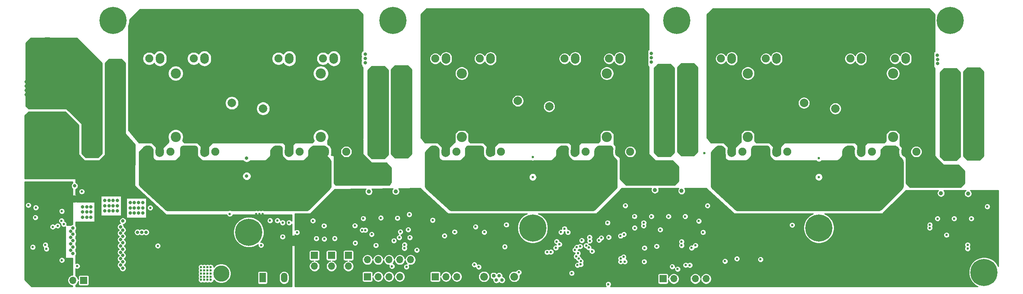
<source format=gbr>
G04 #@! TF.GenerationSoftware,KiCad,Pcbnew,(5.1.6-0-10_14)*
G04 #@! TF.CreationDate,2020-10-13T10:26:18-07:00*
G04 #@! TF.ProjectId,besc g2,62657363-2067-4322-9e6b-696361645f70,Init*
G04 #@! TF.SameCoordinates,Original*
G04 #@! TF.FileFunction,Copper,L3,Inr*
G04 #@! TF.FilePolarity,Positive*
%FSLAX46Y46*%
G04 Gerber Fmt 4.6, Leading zero omitted, Abs format (unit mm)*
G04 Created by KiCad (PCBNEW (5.1.6-0-10_14)) date 2020-10-13 10:26:18*
%MOMM*%
%LPD*%
G01*
G04 APERTURE LIST*
G04 #@! TA.AperFunction,ViaPad*
%ADD10C,2.000000*%
G04 #@! TD*
G04 #@! TA.AperFunction,ViaPad*
%ADD11C,1.500000*%
G04 #@! TD*
G04 #@! TA.AperFunction,ViaPad*
%ADD12O,8.000000X10.000000*%
G04 #@! TD*
G04 #@! TA.AperFunction,ViaPad*
%ADD13C,1.905000*%
G04 #@! TD*
G04 #@! TA.AperFunction,ViaPad*
%ADD14O,2.000000X2.500000*%
G04 #@! TD*
G04 #@! TA.AperFunction,ViaPad*
%ADD15C,1.850000*%
G04 #@! TD*
G04 #@! TA.AperFunction,ViaPad*
%ADD16C,0.840000*%
G04 #@! TD*
G04 #@! TA.AperFunction,ViaPad*
%ADD17O,1.700000X1.700000*%
G04 #@! TD*
G04 #@! TA.AperFunction,ViaPad*
%ADD18R,1.700000X1.700000*%
G04 #@! TD*
G04 #@! TA.AperFunction,ViaPad*
%ADD19C,3.800000*%
G04 #@! TD*
G04 #@! TA.AperFunction,ViaPad*
%ADD20O,1.500000X2.300000*%
G04 #@! TD*
G04 #@! TA.AperFunction,ViaPad*
%ADD21R,1.500000X2.300000*%
G04 #@! TD*
G04 #@! TA.AperFunction,ViaPad*
%ADD22C,0.800000*%
G04 #@! TD*
G04 #@! TA.AperFunction,ViaPad*
%ADD23C,6.400000*%
G04 #@! TD*
G04 #@! TA.AperFunction,ViaPad*
%ADD24C,2.400000*%
G04 #@! TD*
G04 #@! TA.AperFunction,ViaPad*
%ADD25C,0.600000*%
G04 #@! TD*
G04 #@! TA.AperFunction,ViaPad*
%ADD26C,1.000000*%
G04 #@! TD*
G04 #@! TA.AperFunction,Conductor*
%ADD27C,0.254000*%
G04 #@! TD*
G04 APERTURE END LIST*
D10*
X249800000Y-95400000D03*
X257300000Y-95400000D03*
X249800000Y-76900000D03*
X257300000Y-76900000D03*
X223686058Y-85202361D03*
X216300000Y-83900000D03*
X182300000Y-95400000D03*
X189800000Y-95400000D03*
X182300000Y-76900000D03*
X189800000Y-76900000D03*
X156186058Y-84702361D03*
X148800000Y-83400000D03*
X114800000Y-95400000D03*
X122300000Y-95400000D03*
X114800000Y-76900000D03*
X122300000Y-76900000D03*
X54800000Y-94900000D03*
X47300000Y-94900000D03*
X88686058Y-85202361D03*
X81300000Y-83900000D03*
X54800000Y-76400000D03*
X47300000Y-76400000D03*
D11*
X87300000Y-66150000D03*
X87650000Y-67400000D03*
X87300000Y-71650000D03*
X86050000Y-72400000D03*
X81800000Y-71650000D03*
X81450000Y-70400000D03*
X81800000Y-66150000D03*
X83050000Y-65400000D03*
X87650000Y-70400000D03*
X86050000Y-65400000D03*
X83050000Y-72400000D03*
X81450000Y-67400000D03*
X84550000Y-64900000D03*
X87800000Y-68900000D03*
X84550000Y-72900000D03*
X81300000Y-68900000D03*
D12*
X84550000Y-68900000D03*
D11*
X154800000Y-65650000D03*
X155150000Y-66900000D03*
X154800000Y-71150000D03*
X153550000Y-71900000D03*
X149300000Y-71150000D03*
X148950000Y-69900000D03*
X149300000Y-65650000D03*
X150550000Y-64900000D03*
X155150000Y-69900000D03*
X153550000Y-64900000D03*
X150550000Y-71900000D03*
X148950000Y-66900000D03*
X152050000Y-64400000D03*
X155300000Y-68400000D03*
X152050000Y-72400000D03*
X148800000Y-68400000D03*
D12*
X152050000Y-68400000D03*
D11*
X222300000Y-65650000D03*
X222650000Y-66900000D03*
X222300000Y-71150000D03*
X221050000Y-71900000D03*
X216800000Y-71150000D03*
X216450000Y-69900000D03*
X216800000Y-65650000D03*
X218050000Y-64900000D03*
X222650000Y-69900000D03*
X221050000Y-64900000D03*
X218050000Y-71900000D03*
X216450000Y-66900000D03*
X219550000Y-64400000D03*
X222800000Y-68400000D03*
X219550000Y-72400000D03*
X216300000Y-68400000D03*
D12*
X219550000Y-68400000D03*
D11*
X35050000Y-76150000D03*
X34700000Y-74900000D03*
X35050000Y-70650000D03*
X36300000Y-69900000D03*
X40550000Y-70650000D03*
X40900000Y-71900000D03*
X40550000Y-76150000D03*
X39300000Y-76900000D03*
X34700000Y-71900000D03*
X36300000Y-76900000D03*
X39300000Y-69900000D03*
X40900000Y-74900000D03*
X37800000Y-77400000D03*
X34550000Y-73400000D03*
X37800000Y-69400000D03*
X41050000Y-73400000D03*
D12*
X37800000Y-73400000D03*
D11*
X35050000Y-99150000D03*
X34700000Y-97900000D03*
X35050000Y-93650000D03*
X36300000Y-92900000D03*
X40550000Y-93650000D03*
X40900000Y-94900000D03*
X40550000Y-99150000D03*
X39300000Y-99900000D03*
X34700000Y-94900000D03*
X36300000Y-99900000D03*
X39300000Y-92900000D03*
X40900000Y-97900000D03*
X37800000Y-100400000D03*
X34550000Y-96400000D03*
X37800000Y-92400000D03*
X41050000Y-96400000D03*
D12*
X37800000Y-96400000D03*
D13*
X175300000Y-95400000D03*
D14*
X172760000Y-95400000D03*
X170220000Y-95400000D03*
D13*
X201800000Y-95400000D03*
D14*
X199260000Y-95400000D03*
X196720000Y-95400000D03*
D13*
X237800000Y-73400000D03*
D14*
X240340000Y-73400000D03*
X242880000Y-73400000D03*
D13*
X134300000Y-95400000D03*
D14*
X131760000Y-95400000D03*
X129220000Y-95400000D03*
D13*
X170300000Y-73400000D03*
D14*
X172840000Y-73400000D03*
X175380000Y-73400000D03*
D13*
X97300000Y-95400000D03*
D14*
X94760000Y-95400000D03*
X92220000Y-95400000D03*
D13*
X61800000Y-73400000D03*
D14*
X64340000Y-73400000D03*
X66880000Y-73400000D03*
D13*
X212380000Y-95400000D03*
D14*
X209840000Y-95400000D03*
X207300000Y-95400000D03*
D13*
X227220000Y-73400000D03*
D14*
X229760000Y-73400000D03*
X232300000Y-73400000D03*
D13*
X144800000Y-95400000D03*
D14*
X142260000Y-95400000D03*
X139720000Y-95400000D03*
D13*
X159800000Y-73400000D03*
D14*
X162340000Y-73400000D03*
X164880000Y-73400000D03*
D13*
X108300000Y-95400000D03*
D14*
X105760000Y-95400000D03*
X103220000Y-95400000D03*
D13*
X72300000Y-73400000D03*
D14*
X74840000Y-73400000D03*
X77380000Y-73400000D03*
D13*
X232300000Y-95400000D03*
D14*
X229760000Y-95400000D03*
X227220000Y-95400000D03*
D13*
X207300000Y-73400000D03*
D14*
X209840000Y-73400000D03*
X212380000Y-73400000D03*
D13*
X164800000Y-95400000D03*
D14*
X162260000Y-95400000D03*
X159720000Y-95400000D03*
D13*
X139800000Y-73400000D03*
D14*
X142340000Y-73400000D03*
X144880000Y-73400000D03*
D13*
X66800000Y-95400000D03*
D14*
X64260000Y-95400000D03*
X61720000Y-95400000D03*
D13*
X92300000Y-73400000D03*
D14*
X94840000Y-73400000D03*
X97380000Y-73400000D03*
D13*
X242800000Y-95400000D03*
D14*
X240260000Y-95400000D03*
X237720000Y-95400000D03*
D13*
X196720000Y-73400000D03*
D14*
X199260000Y-73400000D03*
X201800000Y-73400000D03*
D13*
X129300000Y-73400000D03*
D14*
X131840000Y-73400000D03*
X134380000Y-73400000D03*
D13*
X77410000Y-95400000D03*
D14*
X74870000Y-95400000D03*
X72330000Y-95400000D03*
D13*
X102830000Y-73400000D03*
D14*
X105370000Y-73400000D03*
X107910000Y-73400000D03*
D15*
X147950000Y-124900000D03*
X140800000Y-124900000D03*
D16*
X145675000Y-124680000D03*
X145025000Y-125680000D03*
X144375000Y-124680000D03*
X143725000Y-125680000D03*
G04 #@! TA.AperFunction,ViaPad*
G36*
G01*
X142655000Y-124890000D02*
X142655000Y-124470000D01*
G75*
G02*
X142865000Y-124260000I210000J0D01*
G01*
X143285000Y-124260000D01*
G75*
G02*
X143495000Y-124470000I0J-210000D01*
G01*
X143495000Y-124890000D01*
G75*
G02*
X143285000Y-125100000I-210000J0D01*
G01*
X142865000Y-125100000D01*
G75*
G02*
X142655000Y-124890000I0J210000D01*
G01*
G37*
G04 #@! TD.AperFunction*
D17*
X100800000Y-124980000D03*
X100800000Y-122440000D03*
D18*
X100800000Y-119900000D03*
D19*
X78800000Y-124150000D03*
G04 #@! TA.AperFunction,ViaPad*
G36*
G01*
X77280000Y-117250000D02*
X80320000Y-117250000D01*
G75*
G02*
X80700000Y-117630000I0J-380000D01*
G01*
X80700000Y-120670000D01*
G75*
G02*
X80320000Y-121050000I-380000J0D01*
G01*
X77280000Y-121050000D01*
G75*
G02*
X76900000Y-120670000I0J380000D01*
G01*
X76900000Y-117630000D01*
G75*
G02*
X77280000Y-117250000I380000J0D01*
G01*
G37*
G04 #@! TD.AperFunction*
D20*
X93630000Y-125150000D03*
X91090000Y-125150000D03*
D21*
X88550000Y-125150000D03*
D17*
X43800000Y-125775000D03*
D18*
X46340000Y-125775000D03*
D22*
X86997056Y-112702944D03*
X85300000Y-112000000D03*
X83602944Y-112702944D03*
X82900000Y-114400000D03*
X83602944Y-116097056D03*
X85300000Y-116800000D03*
X86997056Y-116097056D03*
X87700000Y-114400000D03*
D23*
X85300000Y-114400000D03*
D22*
X221497056Y-111702944D03*
X219800000Y-111000000D03*
X218102944Y-111702944D03*
X217400000Y-113400000D03*
X218102944Y-115097056D03*
X219800000Y-115800000D03*
X221497056Y-115097056D03*
X222200000Y-113400000D03*
D23*
X219800000Y-113400000D03*
D22*
X153997056Y-111702944D03*
X152300000Y-111000000D03*
X150602944Y-111702944D03*
X149900000Y-113400000D03*
X150602944Y-115097056D03*
X152300000Y-115800000D03*
X153997056Y-115097056D03*
X154700000Y-113400000D03*
D23*
X152300000Y-113400000D03*
D22*
X120997056Y-62702944D03*
X119300000Y-62000000D03*
X117602944Y-62702944D03*
X116900000Y-64400000D03*
X117602944Y-66097056D03*
X119300000Y-66800000D03*
X120997056Y-66097056D03*
X121700000Y-64400000D03*
D23*
X119300000Y-64400000D03*
D22*
X187997056Y-62702944D03*
X186300000Y-62000000D03*
X184602944Y-62702944D03*
X183900000Y-64400000D03*
X184602944Y-66097056D03*
X186300000Y-66800000D03*
X187997056Y-66097056D03*
X188700000Y-64400000D03*
D23*
X186300000Y-64400000D03*
D24*
X68050000Y-91900000D03*
X68050000Y-76900000D03*
D22*
X54997056Y-62702944D03*
X53300000Y-62000000D03*
X51602944Y-62702944D03*
X50900000Y-64400000D03*
X51602944Y-66097056D03*
X53300000Y-66800000D03*
X54997056Y-66097056D03*
X55700000Y-64400000D03*
D23*
X53300000Y-64400000D03*
D22*
X252497056Y-62702944D03*
X250800000Y-62000000D03*
X249102944Y-62702944D03*
X248400000Y-64400000D03*
X249102944Y-66097056D03*
X250800000Y-66800000D03*
X252497056Y-66097056D03*
X253200000Y-64400000D03*
D23*
X250800000Y-64400000D03*
D22*
X37997056Y-122202944D03*
X36300000Y-121500000D03*
X34602944Y-122202944D03*
X33900000Y-123900000D03*
X34602944Y-125597056D03*
X36300000Y-126300000D03*
X37997056Y-125597056D03*
X38700000Y-123900000D03*
D23*
X36300000Y-123900000D03*
D22*
X260497056Y-122202944D03*
X258800000Y-121500000D03*
X257102944Y-122202944D03*
X256400000Y-123900000D03*
X257102944Y-125597056D03*
X258800000Y-126300000D03*
X260497056Y-125597056D03*
X261200000Y-123900000D03*
D23*
X258800000Y-123900000D03*
D24*
X102300000Y-91900000D03*
X102300000Y-76900000D03*
X135550000Y-91900000D03*
X135550000Y-76900000D03*
X169800000Y-91900000D03*
X169800000Y-76900000D03*
X203050000Y-91900000D03*
X203050000Y-76900000D03*
X237300000Y-91900000D03*
X237300000Y-76900000D03*
D17*
X193210000Y-125400000D03*
X190670000Y-125400000D03*
X188130000Y-125400000D03*
X185590000Y-125400000D03*
D18*
X183050000Y-125400000D03*
D17*
X108800000Y-124980000D03*
X108800000Y-122440000D03*
D18*
X108800000Y-119900000D03*
D17*
X113300000Y-120900000D03*
X115840000Y-120900000D03*
X118380000Y-120900000D03*
X120920000Y-120900000D03*
X123460000Y-120900000D03*
D18*
X126000000Y-120900000D03*
D17*
X104800000Y-124980000D03*
X104800000Y-122440000D03*
D18*
X104800000Y-119900000D03*
D17*
X123460000Y-124900000D03*
X120920000Y-124900000D03*
X118380000Y-124900000D03*
X115840000Y-124900000D03*
D18*
X113300000Y-124900000D03*
D17*
X136920000Y-124900000D03*
X134380000Y-124900000D03*
X131840000Y-124900000D03*
D18*
X129300000Y-124900000D03*
D25*
X116800000Y-113900000D03*
X87050000Y-118900000D03*
X87050000Y-119650000D03*
X87050000Y-120400000D03*
X83550000Y-118900000D03*
X83550000Y-119650000D03*
X83550000Y-120400000D03*
X251925000Y-114275000D03*
D22*
X251550000Y-88900000D03*
X249650010Y-88900000D03*
X250550000Y-87400000D03*
X250550000Y-89400000D03*
X249650010Y-89900000D03*
X249650010Y-86900000D03*
X249650010Y-87900000D03*
X251550000Y-86900000D03*
X251550000Y-89900000D03*
X250550000Y-88400000D03*
X251550000Y-87900000D03*
X252550000Y-87400000D03*
X252550000Y-88400000D03*
X252550000Y-89400000D03*
X251550000Y-90900000D03*
X250550000Y-90400000D03*
X249650010Y-90900000D03*
X252550000Y-90400000D03*
X251550000Y-91900000D03*
X250550000Y-91400000D03*
X249650010Y-91900000D03*
X252550000Y-91400000D03*
X184050000Y-88900000D03*
X182150010Y-88900000D03*
X183050000Y-87400000D03*
X183050000Y-89400000D03*
X182150010Y-89900000D03*
X182150010Y-86900000D03*
X182150010Y-87900000D03*
X184050000Y-86900000D03*
X184050000Y-89900000D03*
X183050000Y-88400000D03*
X184050000Y-87900000D03*
X185050000Y-87400000D03*
X185050000Y-88400000D03*
X185050000Y-89400000D03*
X184050000Y-90900000D03*
X183050000Y-90400000D03*
X182150010Y-90900000D03*
X185050000Y-90400000D03*
X184050000Y-91900000D03*
X183050000Y-91400000D03*
X182150010Y-91900000D03*
X185050000Y-91400000D03*
D25*
X39175000Y-110650000D03*
X38425000Y-110650000D03*
X37675000Y-110650000D03*
X37675000Y-109900000D03*
X38425000Y-109900000D03*
X39175000Y-109900000D03*
X39175000Y-109150000D03*
X38425000Y-109150000D03*
X37675000Y-109150000D03*
X38425000Y-108400000D03*
X37675000Y-108400000D03*
D22*
X62300000Y-123750000D03*
X62300000Y-124750000D03*
X115550000Y-90400000D03*
X116550000Y-90900000D03*
X117550000Y-90400000D03*
X114650010Y-90900000D03*
X115550000Y-91400000D03*
X116550000Y-91900000D03*
X117550000Y-91400000D03*
X114650010Y-91900000D03*
X116550000Y-88900000D03*
X115550000Y-89400000D03*
X115550000Y-87400000D03*
X116550000Y-86900000D03*
X115550000Y-88400000D03*
X116550000Y-89900000D03*
X116550000Y-87900000D03*
X117550000Y-87400000D03*
X117550000Y-89400000D03*
X117550000Y-88400000D03*
X55800000Y-87900000D03*
X53800000Y-88900000D03*
X51800000Y-88900000D03*
X51800000Y-87900000D03*
X51800000Y-86900000D03*
X53800000Y-89900000D03*
X52800000Y-88400000D03*
X53800000Y-86900000D03*
X52800000Y-87400000D03*
X52800000Y-89400000D03*
X51800000Y-89900000D03*
X53800000Y-87900000D03*
X55800000Y-86900000D03*
X54800000Y-87400000D03*
X54800000Y-89400000D03*
X54800000Y-88400000D03*
X55800000Y-89900000D03*
X55800000Y-88900000D03*
X44800000Y-89900000D03*
X43800000Y-89400000D03*
X42800000Y-87900000D03*
X42800000Y-88900000D03*
X42800000Y-89900000D03*
X41800000Y-88400000D03*
X41800000Y-89400000D03*
X41800000Y-87400000D03*
X40800000Y-87900000D03*
X40800000Y-88900000D03*
X40800000Y-89900000D03*
X39800000Y-88400000D03*
X39800000Y-89400000D03*
X39800000Y-87400000D03*
X40800000Y-86900000D03*
X38800000Y-87900000D03*
X38800000Y-88900000D03*
X38800000Y-89900000D03*
X37800000Y-88400000D03*
X37800000Y-89400000D03*
X37800000Y-87400000D03*
X38800000Y-86900000D03*
X36800000Y-87900000D03*
X36800000Y-88900000D03*
X36800000Y-89900000D03*
X35800000Y-88400000D03*
X35800000Y-89400000D03*
X35800000Y-87400000D03*
X36800000Y-86900000D03*
X34800000Y-89900000D03*
X34800000Y-88900000D03*
X34800000Y-87900000D03*
X34800000Y-86900000D03*
X33800000Y-87400000D03*
X33800000Y-88400000D03*
X33800000Y-89400000D03*
X32800000Y-89900000D03*
X32800000Y-88900000D03*
X32800000Y-87900000D03*
X32800000Y-86900000D03*
X114650010Y-87900000D03*
X114650010Y-86900000D03*
X114650010Y-89900000D03*
X114650010Y-88900000D03*
X49550000Y-113900000D03*
X49050000Y-114650000D03*
X49550000Y-115400000D03*
X49050000Y-116150000D03*
X49550000Y-116900000D03*
X49050000Y-117650000D03*
X49550000Y-118400000D03*
X49050000Y-119150000D03*
X49550000Y-119900000D03*
X49050000Y-120650000D03*
X49550000Y-121400000D03*
X49050000Y-122150000D03*
X49550000Y-122900000D03*
D25*
X39175000Y-108400000D03*
X36550000Y-116600000D03*
X39060000Y-116700000D03*
X33980000Y-112870000D03*
D22*
X63139990Y-125731223D03*
X63139990Y-124750000D03*
X62300000Y-125739990D03*
D25*
X34300000Y-103900000D03*
D22*
X63139990Y-123750000D03*
D25*
X111300000Y-108400000D03*
X113300000Y-108400000D03*
X115300000Y-108400000D03*
X117300000Y-108400000D03*
X119300000Y-108400000D03*
X121300000Y-108400000D03*
X110300000Y-114900000D03*
X179310000Y-107960000D03*
X181310000Y-107960000D03*
X183290000Y-107970000D03*
X185290000Y-107970000D03*
X187280000Y-107970000D03*
X183800000Y-115900000D03*
X184550000Y-115900000D03*
X252550000Y-114275000D03*
X246800000Y-108300000D03*
X248775000Y-108300000D03*
X250800000Y-108275000D03*
X252775000Y-108275000D03*
X254800000Y-108300000D03*
X41050000Y-124400000D03*
X96675000Y-115650000D03*
X96675000Y-116400000D03*
X96675000Y-117150000D03*
X97425000Y-115650000D03*
X97425000Y-116400000D03*
X97425000Y-117150000D03*
X152110000Y-124850000D03*
X107550000Y-113900000D03*
X164330000Y-126580000D03*
X166490000Y-126650000D03*
X165120000Y-111370000D03*
X159050000Y-110410000D03*
X160550000Y-110390000D03*
X189211170Y-108058830D03*
X172330000Y-126680000D03*
X158920000Y-124650000D03*
X168323383Y-121086617D03*
X164240000Y-123170000D03*
X131483770Y-119109843D03*
X133808736Y-117139968D03*
X132813284Y-119119990D03*
X117550000Y-113900000D03*
X113344026Y-116591183D03*
X142895000Y-113685000D03*
X206320000Y-125930000D03*
X203060000Y-125930000D03*
X199990000Y-125950000D03*
X245990000Y-115140000D03*
X256746170Y-108353830D03*
X168990079Y-115159921D03*
X179782124Y-116050150D03*
X99300000Y-111025000D03*
X99300000Y-110275000D03*
X87050000Y-110150000D03*
X87800000Y-110150000D03*
X88550000Y-110150000D03*
X215550000Y-110400000D03*
X214800000Y-110400000D03*
X214050000Y-110400000D03*
X157050000Y-110400000D03*
X156300000Y-110400000D03*
X155550000Y-110400000D03*
X125530000Y-107560000D03*
X261300000Y-106900000D03*
X194397510Y-106850000D03*
X177050000Y-107150000D03*
X176050000Y-107150000D03*
X177800000Y-107150000D03*
X175300000Y-107150000D03*
X40489944Y-116700000D03*
X37560000Y-102980000D03*
X173560000Y-116620000D03*
X43320000Y-105180000D03*
X43329998Y-105820000D03*
X112800000Y-113900000D03*
X178470000Y-112890000D03*
X178490000Y-112170000D03*
X245990000Y-112670000D03*
X245970000Y-113390000D03*
X187425000Y-116650000D03*
X187425000Y-117525000D03*
X254925000Y-117400000D03*
X254925000Y-118275000D03*
X34318750Y-117918750D03*
X90300000Y-111650000D03*
X92050000Y-111650000D03*
X93300000Y-112150000D03*
X94800000Y-112150000D03*
X193550000Y-108150000D03*
X123300000Y-115650000D03*
X120800000Y-115650000D03*
X119550000Y-116400000D03*
X131470000Y-115260000D03*
X170120000Y-126680000D03*
X146070000Y-112650000D03*
X140880000Y-114390000D03*
X174150000Y-108130000D03*
X206050000Y-120830000D03*
X213520000Y-112730000D03*
X112050000Y-113900000D03*
X168486718Y-115729347D03*
X159790000Y-113580000D03*
X174020456Y-121369906D03*
X161490000Y-124080000D03*
D26*
X116550000Y-100150000D03*
X117800000Y-100150000D03*
X116550000Y-101400000D03*
X117800000Y-101400000D03*
X184050000Y-100150000D03*
X185300000Y-100150000D03*
X184050000Y-101400000D03*
X185300000Y-101400000D03*
X252800000Y-101900000D03*
X251550000Y-101900000D03*
X252800000Y-100650000D03*
X251550000Y-100650000D03*
D25*
X76300000Y-122650000D03*
X76300000Y-123400000D03*
X76300000Y-124150000D03*
X76300000Y-124900000D03*
X76300000Y-125650000D03*
X75550000Y-125650000D03*
X75550000Y-122650000D03*
X74800000Y-125650000D03*
X74800000Y-122650000D03*
X74050000Y-125650000D03*
X74050000Y-122650000D03*
D22*
X55550000Y-115400000D03*
X55550000Y-116900000D03*
X55050000Y-116150000D03*
X55050000Y-114650000D03*
X55550000Y-113900000D03*
X55050000Y-113150000D03*
X55050000Y-122150000D03*
X55050000Y-120650000D03*
X55550000Y-121400000D03*
X55050000Y-119150000D03*
X55550000Y-119900000D03*
X55050000Y-117650000D03*
X55550000Y-118400000D03*
X59050000Y-114400000D03*
X60050000Y-114400000D03*
X61050000Y-114400000D03*
D25*
X41650000Y-112490000D03*
X63820989Y-117629015D03*
D22*
X55550000Y-122900000D03*
D25*
X74800000Y-124150000D03*
X74050000Y-124150000D03*
X74050000Y-124900000D03*
X74050000Y-123400000D03*
X74800000Y-124900000D03*
X75550000Y-123400000D03*
X74800000Y-123400000D03*
X75550000Y-124150000D03*
X75550000Y-124900000D03*
X88200000Y-117470000D03*
X37540000Y-118330000D03*
D22*
X43800000Y-113400000D03*
X43300000Y-114150000D03*
X43800000Y-114900000D03*
X43300000Y-115650000D03*
X43800000Y-116400000D03*
X43300000Y-117150000D03*
X43800000Y-117900000D03*
X43300000Y-118650000D03*
X43800000Y-119400000D03*
X258300000Y-79900000D03*
X256300000Y-80900000D03*
X254300000Y-80900000D03*
X254300000Y-79900000D03*
X254300000Y-78900000D03*
X256300000Y-81900000D03*
X255300000Y-80400000D03*
X256300000Y-78900000D03*
X255300000Y-79400000D03*
X255300000Y-81400000D03*
X254300000Y-81900000D03*
X256300000Y-79900000D03*
X258300000Y-78900000D03*
X257300000Y-79400000D03*
X257300000Y-81400000D03*
X257300000Y-80400000D03*
X258300000Y-81900000D03*
X258300000Y-80900000D03*
X190800000Y-79900000D03*
X188800000Y-80900000D03*
X186800000Y-80900000D03*
X186800000Y-79900000D03*
X186800000Y-78900000D03*
X188800000Y-81900000D03*
X187800000Y-80400000D03*
X188800000Y-78900000D03*
X187800000Y-79400000D03*
X187800000Y-81400000D03*
X186800000Y-81900000D03*
X188800000Y-79900000D03*
X190800000Y-78900000D03*
X189800000Y-79400000D03*
X189800000Y-81400000D03*
X189800000Y-80400000D03*
X190800000Y-81900000D03*
X190800000Y-80900000D03*
X121300000Y-80900000D03*
X120300000Y-81400000D03*
X120300000Y-79400000D03*
X121300000Y-78900000D03*
X120300000Y-80400000D03*
X121300000Y-81900000D03*
X119300000Y-78900000D03*
X119300000Y-79900000D03*
X123300000Y-79900000D03*
X119300000Y-80900000D03*
X119300000Y-81900000D03*
X121300000Y-79900000D03*
X123300000Y-78900000D03*
X122300000Y-79400000D03*
X122300000Y-81400000D03*
X122300000Y-80400000D03*
X123300000Y-81900000D03*
X123300000Y-80900000D03*
X48800000Y-80900000D03*
X48800000Y-79900000D03*
X48800000Y-78900000D03*
X49800000Y-80400000D03*
X49800000Y-79400000D03*
X49800000Y-81400000D03*
X48800000Y-81900000D03*
X44800000Y-79900000D03*
X42800000Y-80900000D03*
X40800000Y-80900000D03*
X40800000Y-79900000D03*
X40800000Y-78900000D03*
X42800000Y-81900000D03*
X41800000Y-80400000D03*
X42800000Y-78900000D03*
X41800000Y-79400000D03*
X41800000Y-81400000D03*
X40800000Y-81900000D03*
X42800000Y-79900000D03*
X47800000Y-79400000D03*
X47800000Y-81400000D03*
X47800000Y-80400000D03*
X46800000Y-78900000D03*
X45800000Y-81400000D03*
X45800000Y-79400000D03*
X45800000Y-80400000D03*
X46800000Y-81900000D03*
X46800000Y-80900000D03*
X46800000Y-79900000D03*
X44800000Y-78900000D03*
X43800000Y-79400000D03*
X43800000Y-81400000D03*
X43800000Y-80400000D03*
X44800000Y-81900000D03*
X44800000Y-80900000D03*
X36800000Y-79900000D03*
X34800000Y-80900000D03*
X32800000Y-80900000D03*
X32800000Y-79900000D03*
X32800000Y-78900000D03*
X34800000Y-81900000D03*
X33800000Y-80400000D03*
X34800000Y-78900000D03*
X33800000Y-79400000D03*
X33800000Y-81400000D03*
X32800000Y-81900000D03*
X34800000Y-79900000D03*
X39800000Y-79400000D03*
X39800000Y-81400000D03*
X39800000Y-80400000D03*
X38800000Y-78900000D03*
X37800000Y-81400000D03*
X37800000Y-79400000D03*
X37800000Y-80400000D03*
X38800000Y-81900000D03*
X38800000Y-80900000D03*
X38800000Y-79900000D03*
X36800000Y-78900000D03*
X35800000Y-79400000D03*
X35800000Y-81400000D03*
X35800000Y-80400000D03*
X36800000Y-81900000D03*
X36800000Y-80900000D03*
X48050000Y-110900000D03*
X47050000Y-110900000D03*
X46050000Y-110900000D03*
X48050000Y-109650000D03*
X47050000Y-109650000D03*
X46050000Y-109650000D03*
X46050000Y-108400000D03*
X48050000Y-108400000D03*
X47050000Y-108400000D03*
D25*
X37290001Y-117410000D03*
X44800000Y-122400000D03*
X173743014Y-120236796D03*
X163618109Y-121988759D03*
X110410000Y-116940000D03*
X103050000Y-112900000D03*
X145710000Y-117830000D03*
X105580000Y-115880000D03*
X165769990Y-116449990D03*
X115310000Y-117500000D03*
X165710434Y-115598459D03*
X93280000Y-115470000D03*
X96690000Y-114450000D03*
X176300000Y-110650000D03*
X169950000Y-112170000D03*
X192810000Y-95720000D03*
X191490000Y-111770000D03*
X162571111Y-120116839D03*
X124950000Y-118620000D03*
X158590000Y-117240000D03*
X122020000Y-118190000D03*
X157750000Y-118089990D03*
X122060000Y-117370000D03*
X156600000Y-119070000D03*
X122510000Y-122579990D03*
X166300000Y-118900000D03*
X163880000Y-116343978D03*
X119090000Y-122460000D03*
X103110000Y-115990000D03*
X121070000Y-114300000D03*
X155694349Y-119112641D03*
X122920000Y-113790000D03*
X157930000Y-116610000D03*
X110330000Y-112850000D03*
X189780000Y-118110000D03*
X138800011Y-113119989D03*
X158971587Y-114382365D03*
X176340000Y-113400000D03*
X162859986Y-122180021D03*
X149030000Y-123880122D03*
X186480987Y-123110987D03*
X162278664Y-118578259D03*
X185200000Y-122524947D03*
X163466010Y-117756639D03*
X162970000Y-119359979D03*
X189370000Y-122200000D03*
X188399282Y-122159835D03*
X162679549Y-117932575D03*
X123170000Y-110210000D03*
X170225209Y-115603077D03*
X173818560Y-114919979D03*
X190700002Y-117510000D03*
X259540000Y-108350000D03*
X173009725Y-115279990D03*
X167930000Y-116290000D03*
X133870000Y-114340000D03*
X80820000Y-110110000D03*
X128699405Y-111560010D03*
X100430000Y-111700000D03*
X178590000Y-121369906D03*
X160590890Y-114429886D03*
X178670183Y-118140372D03*
X192480000Y-114430000D03*
X181540000Y-117730000D03*
X163660765Y-121229945D03*
X139558254Y-122611756D03*
X138530000Y-122060043D03*
X163131121Y-120640437D03*
D22*
X72800000Y-103900000D03*
X72800000Y-105900000D03*
X72800000Y-107900000D03*
X72800000Y-101900000D03*
X76800000Y-101900000D03*
X74800000Y-101150000D03*
X78800000Y-102900000D03*
X78800000Y-104900000D03*
X78800000Y-106900000D03*
X76800000Y-105900000D03*
X78800000Y-108900000D03*
X76800000Y-103900000D03*
X74800000Y-108900000D03*
X78800000Y-101150000D03*
X74800000Y-106900000D03*
X74800000Y-104900000D03*
X74800000Y-102900000D03*
X76800000Y-107900000D03*
X64800000Y-103900000D03*
X64800000Y-105900000D03*
X64800000Y-107900000D03*
X64800000Y-101900000D03*
X68800000Y-101900000D03*
X66800000Y-101400000D03*
X70800000Y-102900000D03*
X70800000Y-104900000D03*
X70800000Y-106900000D03*
X68800000Y-105900000D03*
X70800000Y-108900000D03*
X68800000Y-103900000D03*
X66800000Y-108900000D03*
X70800000Y-101150000D03*
X66800000Y-106900000D03*
X66800000Y-104900000D03*
X66800000Y-102900000D03*
X68800000Y-107900000D03*
X60800000Y-101900000D03*
X62800000Y-102900000D03*
X62800000Y-104900000D03*
X60800000Y-103900000D03*
X62800000Y-101150000D03*
X90800000Y-101150000D03*
X90800000Y-102900000D03*
X90800000Y-104900000D03*
X90800000Y-106900000D03*
X90800000Y-108900000D03*
X92800000Y-107900000D03*
X92800000Y-105900000D03*
X92800000Y-103900000D03*
X92800000Y-101900000D03*
X94800000Y-101150000D03*
X94800000Y-102900000D03*
X94800000Y-104900000D03*
X94800000Y-106900000D03*
X94800000Y-108900000D03*
X96800000Y-107900000D03*
X96800000Y-105900000D03*
X96800000Y-103900000D03*
X96800000Y-101900000D03*
X98800000Y-101150000D03*
X98800000Y-102900000D03*
X98800000Y-104900000D03*
X98800000Y-106900000D03*
X98800000Y-108900000D03*
X100800000Y-105900000D03*
X100800000Y-103900000D03*
X100800000Y-101900000D03*
X102800000Y-101150000D03*
X102800000Y-102900000D03*
X102800000Y-104900000D03*
X140190000Y-103900000D03*
X140190000Y-107900000D03*
X140190000Y-105900000D03*
X146190000Y-102900000D03*
X144190000Y-101900000D03*
X140190000Y-101900000D03*
X142190000Y-100900000D03*
X146190000Y-104900000D03*
X146190000Y-106900000D03*
X144190000Y-105900000D03*
X146190000Y-108900000D03*
X144190000Y-103900000D03*
X146190000Y-100900000D03*
X142190000Y-106900000D03*
X142190000Y-104900000D03*
X142190000Y-102900000D03*
X144190000Y-107900000D03*
X132190000Y-103900000D03*
X130190000Y-100900000D03*
X128190000Y-103900000D03*
X130190000Y-104900000D03*
X130190000Y-102900000D03*
X128190000Y-101900000D03*
X136190000Y-107900000D03*
X134190000Y-102900000D03*
X134190000Y-104900000D03*
X134190000Y-106900000D03*
X138190000Y-100900000D03*
X136190000Y-103900000D03*
X136190000Y-105900000D03*
X138190000Y-106900000D03*
X138190000Y-104900000D03*
X138190000Y-102900000D03*
X134190000Y-101400000D03*
X136190000Y-101900000D03*
X132190000Y-101900000D03*
X132190000Y-107900000D03*
X132190000Y-105900000D03*
X166300000Y-100900000D03*
X164300000Y-105900000D03*
X164300000Y-103900000D03*
X164300000Y-101900000D03*
X164300000Y-107900000D03*
X160300000Y-107900000D03*
X166300000Y-106900000D03*
X162300000Y-108900000D03*
X166300000Y-108900000D03*
X168300000Y-105900000D03*
X168300000Y-103900000D03*
X168300000Y-101900000D03*
X170300000Y-100900000D03*
X170300000Y-102900000D03*
X170300000Y-104900000D03*
X166300000Y-102900000D03*
X158300000Y-106900000D03*
X158300000Y-104900000D03*
X158300000Y-102900000D03*
X160300000Y-103900000D03*
X158300000Y-100900000D03*
X160300000Y-105900000D03*
X162300000Y-100900000D03*
X166300000Y-104900000D03*
X158300000Y-108900000D03*
X162300000Y-102900000D03*
X162300000Y-104900000D03*
X162300000Y-106900000D03*
X160300000Y-101900000D03*
X138190000Y-108239990D03*
X142159205Y-108239990D03*
X134190000Y-108239990D03*
X207770000Y-103900000D03*
X207770000Y-107900000D03*
X207770000Y-105900000D03*
X213770000Y-102900000D03*
X211770000Y-101900000D03*
X207770000Y-101900000D03*
X209770000Y-100900000D03*
X213770000Y-104900000D03*
X213770000Y-106900000D03*
X211770000Y-105900000D03*
X211770000Y-103900000D03*
X209770000Y-108900000D03*
X213770000Y-100900000D03*
X209770000Y-106900000D03*
X209770000Y-104900000D03*
X209770000Y-102900000D03*
X211770000Y-107900000D03*
X199770000Y-103900000D03*
X197770000Y-100900000D03*
X195770000Y-103900000D03*
X197770000Y-104900000D03*
X197770000Y-102900000D03*
X195770000Y-101900000D03*
X203770000Y-107900000D03*
X201770000Y-102900000D03*
X201770000Y-104900000D03*
X201770000Y-106900000D03*
X205770000Y-100900000D03*
X201770000Y-108900000D03*
X203770000Y-103900000D03*
X205770000Y-108900000D03*
X203770000Y-105900000D03*
X205770000Y-106900000D03*
X205770000Y-104900000D03*
X205770000Y-102900000D03*
X201770000Y-101400000D03*
X203770000Y-101900000D03*
X199770000Y-101900000D03*
X199770000Y-107900000D03*
X199770000Y-105900000D03*
X233800000Y-100900000D03*
X231800000Y-105900000D03*
X231800000Y-103900000D03*
X231800000Y-101900000D03*
X231800000Y-107900000D03*
X227800000Y-107900000D03*
X233800000Y-106900000D03*
X229800000Y-108900000D03*
X233800000Y-108900000D03*
X235800000Y-105900000D03*
X235800000Y-103900000D03*
X235800000Y-101900000D03*
X237800000Y-100900000D03*
X237800000Y-102900000D03*
X237800000Y-104900000D03*
X233800000Y-102900000D03*
X225800000Y-106900000D03*
X225800000Y-104900000D03*
X225800000Y-102900000D03*
X227800000Y-103900000D03*
X225800000Y-100900000D03*
X227800000Y-105900000D03*
X229800000Y-100900000D03*
X233800000Y-104900000D03*
X225800000Y-108900000D03*
X229800000Y-102900000D03*
X229800000Y-104900000D03*
X229800000Y-106900000D03*
X227800000Y-101900000D03*
D25*
X180307500Y-110687500D03*
X247812500Y-111187500D03*
X173040851Y-121369906D03*
X33290000Y-108020000D03*
X120371585Y-111068899D03*
X188272500Y-110687500D03*
X255787500Y-111187500D03*
X116452324Y-111029638D03*
X184337500Y-110687500D03*
X251737500Y-111187500D03*
X112300000Y-111150000D03*
X114300000Y-114900000D03*
X182390000Y-113810000D03*
X249943760Y-115052094D03*
X173081506Y-120610994D03*
X41120000Y-111710000D03*
X41195960Y-121004040D03*
X101250000Y-115890000D03*
D22*
X112800000Y-72400000D03*
X112800000Y-74400000D03*
D26*
X119975000Y-104750000D03*
D22*
X112800000Y-73400000D03*
X180290000Y-73210000D03*
X180290000Y-72210000D03*
X180290000Y-74210000D03*
D26*
X187425000Y-104625000D03*
D22*
X247830000Y-73600000D03*
X247790000Y-72610000D03*
X247830000Y-74600000D03*
D26*
X255030000Y-105280000D03*
X113625000Y-104800000D03*
X181125000Y-104425002D03*
X248630000Y-105180000D03*
D22*
X84800000Y-101150000D03*
X84800000Y-96900000D03*
D25*
X152300000Y-101400000D03*
X152300000Y-96650000D03*
X219800000Y-101400000D03*
X219800000Y-96900000D03*
D22*
X60300000Y-109900000D03*
X59300000Y-109900000D03*
X58300000Y-109900000D03*
X57300000Y-109900000D03*
X60300000Y-108650000D03*
X59300000Y-108650000D03*
X58300000Y-108650000D03*
X57300000Y-108650000D03*
X58300000Y-107400000D03*
X57300000Y-107400000D03*
X60300000Y-107400000D03*
X59300000Y-107400000D03*
X52300000Y-109400000D03*
X51300000Y-109400000D03*
X54300000Y-109400000D03*
X53300000Y-109400000D03*
X52300000Y-108150000D03*
X51300000Y-108150000D03*
X54300000Y-108150000D03*
X53300000Y-108150000D03*
X54300000Y-106900000D03*
X53300000Y-106900000D03*
X52300000Y-106900000D03*
X51300000Y-106900000D03*
D25*
X62049990Y-108650000D03*
X45900000Y-104800000D03*
D22*
X55570000Y-111750000D03*
X44210000Y-103460000D03*
D25*
X197662060Y-121240010D03*
X164904990Y-117570010D03*
X200480000Y-120680000D03*
X165515535Y-118022616D03*
X35062075Y-108600010D03*
X40200000Y-112900000D03*
X34930000Y-110920000D03*
X39050000Y-113149999D03*
X41175022Y-109439990D03*
D27*
G36*
X56173000Y-74452606D02*
G01*
X56173000Y-91150000D01*
X56175440Y-91174776D01*
X56182667Y-91198601D01*
X56194403Y-91220557D01*
X56205602Y-91234959D01*
X58422808Y-93698521D01*
X58384662Y-103399501D01*
X58387005Y-103424286D01*
X58394138Y-103448139D01*
X58405788Y-103470142D01*
X58425366Y-103493178D01*
X65713705Y-110243178D01*
X65733541Y-110258223D01*
X65755931Y-110269109D01*
X65780015Y-110275418D01*
X65800000Y-110277000D01*
X80111975Y-110277000D01*
X80120938Y-110322058D01*
X80175741Y-110454364D01*
X80255302Y-110573436D01*
X80356564Y-110674698D01*
X80475636Y-110754259D01*
X80607942Y-110809062D01*
X80748397Y-110837000D01*
X80891603Y-110837000D01*
X81032058Y-110809062D01*
X81164364Y-110754259D01*
X81283436Y-110674698D01*
X81384698Y-110573436D01*
X81464259Y-110454364D01*
X81519062Y-110322058D01*
X81528025Y-110277000D01*
X95423000Y-110277000D01*
X95423000Y-111773820D01*
X95364698Y-111686564D01*
X95263436Y-111585302D01*
X95144364Y-111505741D01*
X95012058Y-111450938D01*
X94871603Y-111423000D01*
X94728397Y-111423000D01*
X94587942Y-111450938D01*
X94455636Y-111505741D01*
X94336564Y-111585302D01*
X94235302Y-111686564D01*
X94155741Y-111805636D01*
X94100938Y-111937942D01*
X94073000Y-112078397D01*
X94073000Y-112221603D01*
X94100938Y-112362058D01*
X94155741Y-112494364D01*
X94235302Y-112613436D01*
X94336564Y-112714698D01*
X94455636Y-112794259D01*
X94587942Y-112849062D01*
X94728397Y-112877000D01*
X94871603Y-112877000D01*
X95012058Y-112849062D01*
X95144364Y-112794259D01*
X95263436Y-112714698D01*
X95364698Y-112613436D01*
X95423000Y-112526180D01*
X95423000Y-127223000D01*
X44427000Y-127223000D01*
X44427000Y-126891887D01*
X44614040Y-126766911D01*
X44791911Y-126589040D01*
X44931663Y-126379886D01*
X45027926Y-126147487D01*
X45060934Y-125981544D01*
X45060934Y-126625000D01*
X45069178Y-126708707D01*
X45093595Y-126789196D01*
X45133245Y-126863376D01*
X45186605Y-126928395D01*
X45251624Y-126981755D01*
X45325804Y-127021405D01*
X45406293Y-127045822D01*
X45490000Y-127054066D01*
X47190000Y-127054066D01*
X47273707Y-127045822D01*
X47354196Y-127021405D01*
X47428376Y-126981755D01*
X47493395Y-126928395D01*
X47546755Y-126863376D01*
X47586405Y-126789196D01*
X47610822Y-126708707D01*
X47619066Y-126625000D01*
X47619066Y-124925000D01*
X47610822Y-124841293D01*
X47586405Y-124760804D01*
X47546755Y-124686624D01*
X47493395Y-124621605D01*
X47428376Y-124568245D01*
X47354196Y-124528595D01*
X47273707Y-124504178D01*
X47190000Y-124495934D01*
X45490000Y-124495934D01*
X45406293Y-124504178D01*
X45325804Y-124528595D01*
X45251624Y-124568245D01*
X45186605Y-124621605D01*
X45133245Y-124686624D01*
X45093595Y-124760804D01*
X45069178Y-124841293D01*
X45060934Y-124925000D01*
X45060934Y-125568456D01*
X45027926Y-125402513D01*
X44931663Y-125170114D01*
X44791911Y-124960960D01*
X44614040Y-124783089D01*
X44427000Y-124658113D01*
X44427000Y-123025125D01*
X44455636Y-123044259D01*
X44587942Y-123099062D01*
X44728397Y-123127000D01*
X44871603Y-123127000D01*
X45012058Y-123099062D01*
X45144364Y-123044259D01*
X45263436Y-122964698D01*
X45364698Y-122863436D01*
X45444259Y-122744364D01*
X45499062Y-122612058D01*
X45527000Y-122471603D01*
X45527000Y-122328397D01*
X45499062Y-122187942D01*
X45444259Y-122055636D01*
X45364698Y-121936564D01*
X45263436Y-121835302D01*
X45144364Y-121755741D01*
X45012058Y-121700938D01*
X44871603Y-121673000D01*
X44728397Y-121673000D01*
X44587942Y-121700938D01*
X44455636Y-121755741D01*
X44427000Y-121774875D01*
X44427000Y-119942553D01*
X44442372Y-119927181D01*
X44532877Y-119791731D01*
X44595218Y-119641227D01*
X44627000Y-119481452D01*
X44627000Y-119318548D01*
X44595218Y-119158773D01*
X44532877Y-119008269D01*
X44442372Y-118872819D01*
X44427000Y-118857447D01*
X44427000Y-118442553D01*
X44442372Y-118427181D01*
X44532877Y-118291731D01*
X44595218Y-118141227D01*
X44627000Y-117981452D01*
X44627000Y-117818548D01*
X44595218Y-117658773D01*
X44532877Y-117508269D01*
X44442372Y-117372819D01*
X44427000Y-117357447D01*
X44427000Y-116942553D01*
X44442372Y-116927181D01*
X44532877Y-116791731D01*
X44595218Y-116641227D01*
X44627000Y-116481452D01*
X44627000Y-116318548D01*
X44595218Y-116158773D01*
X44532877Y-116008269D01*
X44442372Y-115872819D01*
X44427000Y-115857447D01*
X44427000Y-115442553D01*
X44442372Y-115427181D01*
X44532877Y-115291731D01*
X44595218Y-115141227D01*
X44627000Y-114981452D01*
X44627000Y-114818548D01*
X44595218Y-114658773D01*
X44532877Y-114508269D01*
X44442372Y-114372819D01*
X44427000Y-114357447D01*
X44427000Y-113942553D01*
X44442372Y-113927181D01*
X44532877Y-113791731D01*
X44595218Y-113641227D01*
X44627000Y-113481452D01*
X44627000Y-113318548D01*
X44595218Y-113158773D01*
X44557846Y-113068548D01*
X54223000Y-113068548D01*
X54223000Y-113231452D01*
X54254782Y-113391227D01*
X54317123Y-113541731D01*
X54407628Y-113677181D01*
X54522819Y-113792372D01*
X54658269Y-113882877D01*
X54699607Y-113900000D01*
X54658269Y-113917123D01*
X54522819Y-114007628D01*
X54407628Y-114122819D01*
X54317123Y-114258269D01*
X54254782Y-114408773D01*
X54223000Y-114568548D01*
X54223000Y-114731452D01*
X54254782Y-114891227D01*
X54317123Y-115041731D01*
X54407628Y-115177181D01*
X54522819Y-115292372D01*
X54658269Y-115382877D01*
X54699607Y-115400000D01*
X54658269Y-115417123D01*
X54522819Y-115507628D01*
X54407628Y-115622819D01*
X54317123Y-115758269D01*
X54254782Y-115908773D01*
X54223000Y-116068548D01*
X54223000Y-116231452D01*
X54254782Y-116391227D01*
X54317123Y-116541731D01*
X54407628Y-116677181D01*
X54522819Y-116792372D01*
X54658269Y-116882877D01*
X54699607Y-116900000D01*
X54658269Y-116917123D01*
X54522819Y-117007628D01*
X54407628Y-117122819D01*
X54317123Y-117258269D01*
X54254782Y-117408773D01*
X54223000Y-117568548D01*
X54223000Y-117731452D01*
X54254782Y-117891227D01*
X54317123Y-118041731D01*
X54407628Y-118177181D01*
X54522819Y-118292372D01*
X54658269Y-118382877D01*
X54699607Y-118400000D01*
X54658269Y-118417123D01*
X54522819Y-118507628D01*
X54407628Y-118622819D01*
X54317123Y-118758269D01*
X54254782Y-118908773D01*
X54223000Y-119068548D01*
X54223000Y-119231452D01*
X54254782Y-119391227D01*
X54317123Y-119541731D01*
X54407628Y-119677181D01*
X54522819Y-119792372D01*
X54658269Y-119882877D01*
X54699607Y-119900000D01*
X54658269Y-119917123D01*
X54522819Y-120007628D01*
X54407628Y-120122819D01*
X54317123Y-120258269D01*
X54254782Y-120408773D01*
X54223000Y-120568548D01*
X54223000Y-120731452D01*
X54254782Y-120891227D01*
X54317123Y-121041731D01*
X54407628Y-121177181D01*
X54522819Y-121292372D01*
X54658269Y-121382877D01*
X54699607Y-121400000D01*
X54658269Y-121417123D01*
X54522819Y-121507628D01*
X54407628Y-121622819D01*
X54317123Y-121758269D01*
X54254782Y-121908773D01*
X54223000Y-122068548D01*
X54223000Y-122231452D01*
X54254782Y-122391227D01*
X54317123Y-122541731D01*
X54407628Y-122677181D01*
X54522819Y-122792372D01*
X54658269Y-122882877D01*
X54723000Y-122909690D01*
X54723000Y-122981452D01*
X54754782Y-123141227D01*
X54817123Y-123291731D01*
X54907628Y-123427181D01*
X55022819Y-123542372D01*
X55158269Y-123632877D01*
X55308773Y-123695218D01*
X55468548Y-123727000D01*
X55631452Y-123727000D01*
X55791227Y-123695218D01*
X55941731Y-123632877D01*
X56077181Y-123542372D01*
X56192372Y-123427181D01*
X56282877Y-123291731D01*
X56345218Y-123141227D01*
X56377000Y-122981452D01*
X56377000Y-122818548D01*
X56345218Y-122658773D01*
X56311926Y-122578397D01*
X73323000Y-122578397D01*
X73323000Y-122721603D01*
X73350938Y-122862058D01*
X73405741Y-122994364D01*
X73426211Y-123025000D01*
X73405741Y-123055636D01*
X73350938Y-123187942D01*
X73323000Y-123328397D01*
X73323000Y-123471603D01*
X73350938Y-123612058D01*
X73405741Y-123744364D01*
X73426211Y-123775000D01*
X73405741Y-123805636D01*
X73350938Y-123937942D01*
X73323000Y-124078397D01*
X73323000Y-124221603D01*
X73350938Y-124362058D01*
X73405741Y-124494364D01*
X73426211Y-124525000D01*
X73405741Y-124555636D01*
X73350938Y-124687942D01*
X73323000Y-124828397D01*
X73323000Y-124971603D01*
X73350938Y-125112058D01*
X73405741Y-125244364D01*
X73426211Y-125275000D01*
X73405741Y-125305636D01*
X73350938Y-125437942D01*
X73323000Y-125578397D01*
X73323000Y-125721603D01*
X73350938Y-125862058D01*
X73405741Y-125994364D01*
X73485302Y-126113436D01*
X73586564Y-126214698D01*
X73705636Y-126294259D01*
X73837942Y-126349062D01*
X73978397Y-126377000D01*
X74121603Y-126377000D01*
X74262058Y-126349062D01*
X74394364Y-126294259D01*
X74425000Y-126273789D01*
X74455636Y-126294259D01*
X74587942Y-126349062D01*
X74728397Y-126377000D01*
X74871603Y-126377000D01*
X75012058Y-126349062D01*
X75144364Y-126294259D01*
X75175000Y-126273789D01*
X75205636Y-126294259D01*
X75337942Y-126349062D01*
X75478397Y-126377000D01*
X75621603Y-126377000D01*
X75762058Y-126349062D01*
X75894364Y-126294259D01*
X75925000Y-126273789D01*
X75955636Y-126294259D01*
X76087942Y-126349062D01*
X76228397Y-126377000D01*
X76371603Y-126377000D01*
X76512058Y-126349062D01*
X76644364Y-126294259D01*
X76763436Y-126214698D01*
X76864698Y-126113436D01*
X76944259Y-125994364D01*
X76999062Y-125862058D01*
X77027000Y-125721603D01*
X77027000Y-125667875D01*
X77316624Y-125957499D01*
X77697752Y-126212160D01*
X78121239Y-126387574D01*
X78570811Y-126477000D01*
X79029189Y-126477000D01*
X79478761Y-126387574D01*
X79902248Y-126212160D01*
X80283376Y-125957499D01*
X80607499Y-125633376D01*
X80862160Y-125252248D01*
X81037574Y-124828761D01*
X81127000Y-124379189D01*
X81127000Y-124000000D01*
X87370934Y-124000000D01*
X87370934Y-126300000D01*
X87379178Y-126383707D01*
X87403595Y-126464196D01*
X87443245Y-126538376D01*
X87496605Y-126603395D01*
X87561624Y-126656755D01*
X87635804Y-126696405D01*
X87716293Y-126720822D01*
X87800000Y-126729066D01*
X89300000Y-126729066D01*
X89383707Y-126720822D01*
X89464196Y-126696405D01*
X89538376Y-126656755D01*
X89603395Y-126603395D01*
X89656755Y-126538376D01*
X89696405Y-126464196D01*
X89720822Y-126383707D01*
X89729066Y-126300000D01*
X89729066Y-124692189D01*
X92453000Y-124692189D01*
X92453000Y-125607812D01*
X92470031Y-125780732D01*
X92537333Y-126002597D01*
X92646627Y-126207070D01*
X92793710Y-126386291D01*
X92972931Y-126533374D01*
X93177404Y-126642667D01*
X93399269Y-126709969D01*
X93630000Y-126732694D01*
X93860732Y-126709969D01*
X94082597Y-126642667D01*
X94287070Y-126533374D01*
X94466291Y-126386291D01*
X94613374Y-126207070D01*
X94722667Y-126002597D01*
X94789969Y-125780731D01*
X94807000Y-125607811D01*
X94807000Y-124692188D01*
X94789969Y-124519268D01*
X94722667Y-124297403D01*
X94613374Y-124092930D01*
X94466291Y-123913709D01*
X94287069Y-123766626D01*
X94082596Y-123657333D01*
X93860731Y-123590031D01*
X93630000Y-123567306D01*
X93399268Y-123590031D01*
X93177403Y-123657333D01*
X92972930Y-123766626D01*
X92793709Y-123913709D01*
X92646626Y-124092931D01*
X92537333Y-124297404D01*
X92470031Y-124519269D01*
X92453000Y-124692189D01*
X89729066Y-124692189D01*
X89729066Y-124000000D01*
X89720822Y-123916293D01*
X89696405Y-123835804D01*
X89656755Y-123761624D01*
X89603395Y-123696605D01*
X89538376Y-123643245D01*
X89464196Y-123603595D01*
X89383707Y-123579178D01*
X89300000Y-123570934D01*
X87800000Y-123570934D01*
X87716293Y-123579178D01*
X87635804Y-123603595D01*
X87561624Y-123643245D01*
X87496605Y-123696605D01*
X87443245Y-123761624D01*
X87403595Y-123835804D01*
X87379178Y-123916293D01*
X87370934Y-124000000D01*
X81127000Y-124000000D01*
X81127000Y-123920811D01*
X81037574Y-123471239D01*
X80862160Y-123047752D01*
X80607499Y-122666624D01*
X80283376Y-122342501D01*
X79902248Y-122087840D01*
X79478761Y-121912426D01*
X79029189Y-121823000D01*
X78570811Y-121823000D01*
X78121239Y-121912426D01*
X77697752Y-122087840D01*
X77316624Y-122342501D01*
X77027000Y-122632125D01*
X77027000Y-122578397D01*
X76999062Y-122437942D01*
X76944259Y-122305636D01*
X76864698Y-122186564D01*
X76763436Y-122085302D01*
X76644364Y-122005741D01*
X76512058Y-121950938D01*
X76371603Y-121923000D01*
X76228397Y-121923000D01*
X76087942Y-121950938D01*
X75955636Y-122005741D01*
X75925000Y-122026211D01*
X75894364Y-122005741D01*
X75762058Y-121950938D01*
X75621603Y-121923000D01*
X75478397Y-121923000D01*
X75337942Y-121950938D01*
X75205636Y-122005741D01*
X75175000Y-122026211D01*
X75144364Y-122005741D01*
X75012058Y-121950938D01*
X74871603Y-121923000D01*
X74728397Y-121923000D01*
X74587942Y-121950938D01*
X74455636Y-122005741D01*
X74425000Y-122026211D01*
X74394364Y-122005741D01*
X74262058Y-121950938D01*
X74121603Y-121923000D01*
X73978397Y-121923000D01*
X73837942Y-121950938D01*
X73705636Y-122005741D01*
X73586564Y-122085302D01*
X73485302Y-122186564D01*
X73405741Y-122305636D01*
X73350938Y-122437942D01*
X73323000Y-122578397D01*
X56311926Y-122578397D01*
X56282877Y-122508269D01*
X56192372Y-122372819D01*
X56077181Y-122257628D01*
X55941731Y-122167123D01*
X55900393Y-122150000D01*
X55941731Y-122132877D01*
X56077181Y-122042372D01*
X56192372Y-121927181D01*
X56282877Y-121791731D01*
X56345218Y-121641227D01*
X56377000Y-121481452D01*
X56377000Y-121318548D01*
X56345218Y-121158773D01*
X56282877Y-121008269D01*
X56192372Y-120872819D01*
X56077181Y-120757628D01*
X55941731Y-120667123D01*
X55900393Y-120650000D01*
X55941731Y-120632877D01*
X56077181Y-120542372D01*
X56192372Y-120427181D01*
X56282877Y-120291731D01*
X56345218Y-120141227D01*
X56377000Y-119981452D01*
X56377000Y-119818548D01*
X56345218Y-119658773D01*
X56282877Y-119508269D01*
X56192372Y-119372819D01*
X56077181Y-119257628D01*
X55941731Y-119167123D01*
X55900393Y-119150000D01*
X55941731Y-119132877D01*
X56077181Y-119042372D01*
X56192372Y-118927181D01*
X56282877Y-118791731D01*
X56345218Y-118641227D01*
X56377000Y-118481452D01*
X56377000Y-118318548D01*
X56345218Y-118158773D01*
X56282877Y-118008269D01*
X56192372Y-117872819D01*
X56077181Y-117757628D01*
X55941731Y-117667123D01*
X55900393Y-117650000D01*
X55941731Y-117632877D01*
X56054672Y-117557412D01*
X63093989Y-117557412D01*
X63093989Y-117700618D01*
X63121927Y-117841073D01*
X63176730Y-117973379D01*
X63256291Y-118092451D01*
X63357553Y-118193713D01*
X63476625Y-118273274D01*
X63608931Y-118328077D01*
X63749386Y-118356015D01*
X63892592Y-118356015D01*
X64033047Y-118328077D01*
X64165353Y-118273274D01*
X64284425Y-118193713D01*
X64385687Y-118092451D01*
X64465248Y-117973379D01*
X64520051Y-117841073D01*
X64547989Y-117700618D01*
X64547989Y-117557412D01*
X64520051Y-117416957D01*
X64465248Y-117284651D01*
X64385687Y-117165579D01*
X64284425Y-117064317D01*
X64165353Y-116984756D01*
X64033047Y-116929953D01*
X63892592Y-116902015D01*
X63749386Y-116902015D01*
X63608931Y-116929953D01*
X63476625Y-116984756D01*
X63357553Y-117064317D01*
X63256291Y-117165579D01*
X63176730Y-117284651D01*
X63121927Y-117416957D01*
X63093989Y-117557412D01*
X56054672Y-117557412D01*
X56077181Y-117542372D01*
X56192372Y-117427181D01*
X56282877Y-117291731D01*
X56345218Y-117141227D01*
X56377000Y-116981452D01*
X56377000Y-116818548D01*
X56345218Y-116658773D01*
X56282877Y-116508269D01*
X56192372Y-116372819D01*
X56077181Y-116257628D01*
X55941731Y-116167123D01*
X55900393Y-116150000D01*
X55941731Y-116132877D01*
X56077181Y-116042372D01*
X56192372Y-115927181D01*
X56282877Y-115791731D01*
X56345218Y-115641227D01*
X56377000Y-115481452D01*
X56377000Y-115318548D01*
X56345218Y-115158773D01*
X56282877Y-115008269D01*
X56192372Y-114872819D01*
X56077181Y-114757628D01*
X55941731Y-114667123D01*
X55900393Y-114650000D01*
X55941731Y-114632877D01*
X56077181Y-114542372D01*
X56192372Y-114427181D01*
X56264958Y-114318548D01*
X58223000Y-114318548D01*
X58223000Y-114481452D01*
X58254782Y-114641227D01*
X58317123Y-114791731D01*
X58407628Y-114927181D01*
X58522819Y-115042372D01*
X58658269Y-115132877D01*
X58808773Y-115195218D01*
X58968548Y-115227000D01*
X59131452Y-115227000D01*
X59291227Y-115195218D01*
X59441731Y-115132877D01*
X59550000Y-115060534D01*
X59658269Y-115132877D01*
X59808773Y-115195218D01*
X59968548Y-115227000D01*
X60131452Y-115227000D01*
X60291227Y-115195218D01*
X60441731Y-115132877D01*
X60550000Y-115060534D01*
X60658269Y-115132877D01*
X60808773Y-115195218D01*
X60968548Y-115227000D01*
X61131452Y-115227000D01*
X61291227Y-115195218D01*
X61441731Y-115132877D01*
X61577181Y-115042372D01*
X61692372Y-114927181D01*
X61782877Y-114791731D01*
X61845218Y-114641227D01*
X61877000Y-114481452D01*
X61877000Y-114318548D01*
X61845218Y-114158773D01*
X61797169Y-114042772D01*
X81673000Y-114042772D01*
X81673000Y-114757228D01*
X81812383Y-115457957D01*
X82085794Y-116118029D01*
X82482725Y-116712078D01*
X82987922Y-117217275D01*
X83581971Y-117614206D01*
X84242043Y-117887617D01*
X84942772Y-118027000D01*
X85657228Y-118027000D01*
X86357957Y-117887617D01*
X87018029Y-117614206D01*
X87493231Y-117296686D01*
X87473000Y-117398397D01*
X87473000Y-117541603D01*
X87500938Y-117682058D01*
X87555741Y-117814364D01*
X87635302Y-117933436D01*
X87736564Y-118034698D01*
X87855636Y-118114259D01*
X87987942Y-118169062D01*
X88128397Y-118197000D01*
X88271603Y-118197000D01*
X88412058Y-118169062D01*
X88544364Y-118114259D01*
X88663436Y-118034698D01*
X88764698Y-117933436D01*
X88844259Y-117814364D01*
X88899062Y-117682058D01*
X88927000Y-117541603D01*
X88927000Y-117398397D01*
X88899062Y-117257942D01*
X88844259Y-117125636D01*
X88764698Y-117006564D01*
X88663436Y-116905302D01*
X88544364Y-116825741D01*
X88412058Y-116770938D01*
X88271603Y-116743000D01*
X88128397Y-116743000D01*
X88075913Y-116753440D01*
X88117275Y-116712078D01*
X88514206Y-116118029D01*
X88787617Y-115457957D01*
X88799464Y-115398397D01*
X92553000Y-115398397D01*
X92553000Y-115541603D01*
X92580938Y-115682058D01*
X92635741Y-115814364D01*
X92715302Y-115933436D01*
X92816564Y-116034698D01*
X92935636Y-116114259D01*
X93067942Y-116169062D01*
X93208397Y-116197000D01*
X93351603Y-116197000D01*
X93492058Y-116169062D01*
X93624364Y-116114259D01*
X93743436Y-116034698D01*
X93844698Y-115933436D01*
X93924259Y-115814364D01*
X93979062Y-115682058D01*
X94007000Y-115541603D01*
X94007000Y-115398397D01*
X93979062Y-115257942D01*
X93924259Y-115125636D01*
X93844698Y-115006564D01*
X93743436Y-114905302D01*
X93624364Y-114825741D01*
X93492058Y-114770938D01*
X93351603Y-114743000D01*
X93208397Y-114743000D01*
X93067942Y-114770938D01*
X92935636Y-114825741D01*
X92816564Y-114905302D01*
X92715302Y-115006564D01*
X92635741Y-115125636D01*
X92580938Y-115257942D01*
X92553000Y-115398397D01*
X88799464Y-115398397D01*
X88927000Y-114757228D01*
X88927000Y-114042772D01*
X88787617Y-113342043D01*
X88514206Y-112681971D01*
X88117275Y-112087922D01*
X87612078Y-111582725D01*
X87605601Y-111578397D01*
X89573000Y-111578397D01*
X89573000Y-111721603D01*
X89600938Y-111862058D01*
X89655741Y-111994364D01*
X89735302Y-112113436D01*
X89836564Y-112214698D01*
X89955636Y-112294259D01*
X90087942Y-112349062D01*
X90228397Y-112377000D01*
X90371603Y-112377000D01*
X90512058Y-112349062D01*
X90644364Y-112294259D01*
X90763436Y-112214698D01*
X90864698Y-112113436D01*
X90944259Y-111994364D01*
X90999062Y-111862058D01*
X91027000Y-111721603D01*
X91027000Y-111578397D01*
X91323000Y-111578397D01*
X91323000Y-111721603D01*
X91350938Y-111862058D01*
X91405741Y-111994364D01*
X91485302Y-112113436D01*
X91586564Y-112214698D01*
X91705636Y-112294259D01*
X91837942Y-112349062D01*
X91978397Y-112377000D01*
X92121603Y-112377000D01*
X92262058Y-112349062D01*
X92394364Y-112294259D01*
X92513436Y-112214698D01*
X92573000Y-112155134D01*
X92573000Y-112221603D01*
X92600938Y-112362058D01*
X92655741Y-112494364D01*
X92735302Y-112613436D01*
X92836564Y-112714698D01*
X92955636Y-112794259D01*
X93087942Y-112849062D01*
X93228397Y-112877000D01*
X93371603Y-112877000D01*
X93512058Y-112849062D01*
X93644364Y-112794259D01*
X93763436Y-112714698D01*
X93864698Y-112613436D01*
X93944259Y-112494364D01*
X93999062Y-112362058D01*
X94027000Y-112221603D01*
X94027000Y-112078397D01*
X93999062Y-111937942D01*
X93944259Y-111805636D01*
X93864698Y-111686564D01*
X93763436Y-111585302D01*
X93644364Y-111505741D01*
X93512058Y-111450938D01*
X93371603Y-111423000D01*
X93228397Y-111423000D01*
X93087942Y-111450938D01*
X92955636Y-111505741D01*
X92836564Y-111585302D01*
X92777000Y-111644866D01*
X92777000Y-111578397D01*
X92749062Y-111437942D01*
X92694259Y-111305636D01*
X92614698Y-111186564D01*
X92513436Y-111085302D01*
X92394364Y-111005741D01*
X92262058Y-110950938D01*
X92121603Y-110923000D01*
X91978397Y-110923000D01*
X91837942Y-110950938D01*
X91705636Y-111005741D01*
X91586564Y-111085302D01*
X91485302Y-111186564D01*
X91405741Y-111305636D01*
X91350938Y-111437942D01*
X91323000Y-111578397D01*
X91027000Y-111578397D01*
X90999062Y-111437942D01*
X90944259Y-111305636D01*
X90864698Y-111186564D01*
X90763436Y-111085302D01*
X90644364Y-111005741D01*
X90512058Y-110950938D01*
X90371603Y-110923000D01*
X90228397Y-110923000D01*
X90087942Y-110950938D01*
X89955636Y-111005741D01*
X89836564Y-111085302D01*
X89735302Y-111186564D01*
X89655741Y-111305636D01*
X89600938Y-111437942D01*
X89573000Y-111578397D01*
X87605601Y-111578397D01*
X87018029Y-111185794D01*
X86357957Y-110912383D01*
X85657228Y-110773000D01*
X84942772Y-110773000D01*
X84242043Y-110912383D01*
X83581971Y-111185794D01*
X82987922Y-111582725D01*
X82482725Y-112087922D01*
X82085794Y-112681971D01*
X81812383Y-113342043D01*
X81673000Y-114042772D01*
X61797169Y-114042772D01*
X61782877Y-114008269D01*
X61692372Y-113872819D01*
X61577181Y-113757628D01*
X61441731Y-113667123D01*
X61291227Y-113604782D01*
X61131452Y-113573000D01*
X60968548Y-113573000D01*
X60808773Y-113604782D01*
X60658269Y-113667123D01*
X60550000Y-113739466D01*
X60441731Y-113667123D01*
X60291227Y-113604782D01*
X60131452Y-113573000D01*
X59968548Y-113573000D01*
X59808773Y-113604782D01*
X59658269Y-113667123D01*
X59550000Y-113739466D01*
X59441731Y-113667123D01*
X59291227Y-113604782D01*
X59131452Y-113573000D01*
X58968548Y-113573000D01*
X58808773Y-113604782D01*
X58658269Y-113667123D01*
X58522819Y-113757628D01*
X58407628Y-113872819D01*
X58317123Y-114008269D01*
X58254782Y-114158773D01*
X58223000Y-114318548D01*
X56264958Y-114318548D01*
X56282877Y-114291731D01*
X56345218Y-114141227D01*
X56377000Y-113981452D01*
X56377000Y-113818548D01*
X56345218Y-113658773D01*
X56282877Y-113508269D01*
X56192372Y-113372819D01*
X56077181Y-113257628D01*
X55941731Y-113167123D01*
X55877000Y-113140310D01*
X55877000Y-113068548D01*
X55845218Y-112908773D01*
X55782877Y-112758269D01*
X55692372Y-112622819D01*
X55646553Y-112577000D01*
X55651452Y-112577000D01*
X55811227Y-112545218D01*
X55961731Y-112482877D01*
X56097181Y-112392372D01*
X56212372Y-112277181D01*
X56302877Y-112141731D01*
X56365218Y-111991227D01*
X56397000Y-111831452D01*
X56397000Y-111668548D01*
X56365218Y-111508773D01*
X56302877Y-111358269D01*
X56212372Y-111222819D01*
X56097181Y-111107628D01*
X55961731Y-111017123D01*
X55811227Y-110954782D01*
X55651452Y-110923000D01*
X55488548Y-110923000D01*
X55328773Y-110954782D01*
X55178269Y-111017123D01*
X55042819Y-111107628D01*
X54927628Y-111222819D01*
X54837123Y-111358269D01*
X54774782Y-111508773D01*
X54743000Y-111668548D01*
X54743000Y-111831452D01*
X54774782Y-111991227D01*
X54837123Y-112141731D01*
X54927628Y-112277181D01*
X54973447Y-112323000D01*
X54968548Y-112323000D01*
X54808773Y-112354782D01*
X54658269Y-112417123D01*
X54522819Y-112507628D01*
X54407628Y-112622819D01*
X54317123Y-112758269D01*
X54254782Y-112908773D01*
X54223000Y-113068548D01*
X44557846Y-113068548D01*
X44532877Y-113008269D01*
X44442372Y-112872819D01*
X44427000Y-112857447D01*
X44427000Y-112027000D01*
X48800000Y-112027000D01*
X48824776Y-112024560D01*
X48848601Y-112017333D01*
X48870557Y-112005597D01*
X48889803Y-111989803D01*
X48905597Y-111970557D01*
X48917333Y-111948601D01*
X48924560Y-111924776D01*
X48927000Y-111900000D01*
X48927000Y-107400000D01*
X48924560Y-107375224D01*
X48917333Y-107351399D01*
X48905597Y-107329443D01*
X48889803Y-107310197D01*
X48870557Y-107294403D01*
X48848601Y-107282667D01*
X48824776Y-107275440D01*
X48800000Y-107273000D01*
X44677000Y-107273000D01*
X44677000Y-105900000D01*
X50423000Y-105900000D01*
X50423000Y-110400000D01*
X50425440Y-110424776D01*
X50432667Y-110448601D01*
X50444403Y-110470557D01*
X50460197Y-110489803D01*
X50479443Y-110505597D01*
X50501399Y-110517333D01*
X50525224Y-110524560D01*
X50550000Y-110527000D01*
X55050000Y-110527000D01*
X55074776Y-110524560D01*
X55098601Y-110517333D01*
X55120557Y-110505597D01*
X55139803Y-110489803D01*
X55155597Y-110470557D01*
X55167333Y-110448601D01*
X55174560Y-110424776D01*
X55177000Y-110400000D01*
X55177000Y-106400000D01*
X56423000Y-106400000D01*
X56423000Y-110900000D01*
X56425440Y-110924776D01*
X56432667Y-110948601D01*
X56444403Y-110970557D01*
X56460197Y-110989803D01*
X56479443Y-111005597D01*
X56501399Y-111017333D01*
X56525224Y-111024560D01*
X56550000Y-111027000D01*
X61050000Y-111027000D01*
X61074776Y-111024560D01*
X61098601Y-111017333D01*
X61120557Y-111005597D01*
X61139803Y-110989803D01*
X61155597Y-110970557D01*
X61167333Y-110948601D01*
X61174560Y-110924776D01*
X61177000Y-110900000D01*
X61177000Y-108578397D01*
X61322990Y-108578397D01*
X61322990Y-108721603D01*
X61350928Y-108862058D01*
X61405731Y-108994364D01*
X61485292Y-109113436D01*
X61586554Y-109214698D01*
X61705626Y-109294259D01*
X61837932Y-109349062D01*
X61978387Y-109377000D01*
X62121593Y-109377000D01*
X62262048Y-109349062D01*
X62394354Y-109294259D01*
X62513426Y-109214698D01*
X62614688Y-109113436D01*
X62694249Y-108994364D01*
X62749052Y-108862058D01*
X62776990Y-108721603D01*
X62776990Y-108578397D01*
X62749052Y-108437942D01*
X62694249Y-108305636D01*
X62614688Y-108186564D01*
X62513426Y-108085302D01*
X62394354Y-108005741D01*
X62262048Y-107950938D01*
X62121593Y-107923000D01*
X61978387Y-107923000D01*
X61837932Y-107950938D01*
X61705626Y-108005741D01*
X61586554Y-108085302D01*
X61485292Y-108186564D01*
X61405731Y-108305636D01*
X61350928Y-108437942D01*
X61322990Y-108578397D01*
X61177000Y-108578397D01*
X61177000Y-106400000D01*
X61174560Y-106375224D01*
X61167333Y-106351399D01*
X61155597Y-106329443D01*
X61139803Y-106310197D01*
X61120557Y-106294403D01*
X61098601Y-106282667D01*
X61074776Y-106275440D01*
X61050000Y-106273000D01*
X56550000Y-106273000D01*
X56525224Y-106275440D01*
X56501399Y-106282667D01*
X56479443Y-106294403D01*
X56460197Y-106310197D01*
X56444403Y-106329443D01*
X56432667Y-106351399D01*
X56425440Y-106375224D01*
X56423000Y-106400000D01*
X55177000Y-106400000D01*
X55177000Y-105900000D01*
X55174560Y-105875224D01*
X55167333Y-105851399D01*
X55155597Y-105829443D01*
X55139803Y-105810197D01*
X55120557Y-105794403D01*
X55098601Y-105782667D01*
X55074776Y-105775440D01*
X55050000Y-105773000D01*
X50550000Y-105773000D01*
X50525224Y-105775440D01*
X50501399Y-105782667D01*
X50479443Y-105794403D01*
X50460197Y-105810197D01*
X50444403Y-105829443D01*
X50432667Y-105851399D01*
X50425440Y-105875224D01*
X50423000Y-105900000D01*
X44677000Y-105900000D01*
X44677000Y-105650000D01*
X44674560Y-105625224D01*
X44667333Y-105601399D01*
X44655597Y-105579443D01*
X44639803Y-105560197D01*
X44620557Y-105544403D01*
X44598601Y-105532667D01*
X44574776Y-105525440D01*
X44550000Y-105523000D01*
X44427000Y-105523000D01*
X44427000Y-104728397D01*
X45173000Y-104728397D01*
X45173000Y-104871603D01*
X45200938Y-105012058D01*
X45255741Y-105144364D01*
X45335302Y-105263436D01*
X45436564Y-105364698D01*
X45555636Y-105444259D01*
X45687942Y-105499062D01*
X45828397Y-105527000D01*
X45971603Y-105527000D01*
X46112058Y-105499062D01*
X46244364Y-105444259D01*
X46363436Y-105364698D01*
X46464698Y-105263436D01*
X46544259Y-105144364D01*
X46599062Y-105012058D01*
X46627000Y-104871603D01*
X46627000Y-104728397D01*
X46599062Y-104587942D01*
X46544259Y-104455636D01*
X46464698Y-104336564D01*
X46363436Y-104235302D01*
X46244364Y-104155741D01*
X46112058Y-104100938D01*
X45971603Y-104073000D01*
X45828397Y-104073000D01*
X45687942Y-104100938D01*
X45555636Y-104155741D01*
X45436564Y-104235302D01*
X45335302Y-104336564D01*
X45255741Y-104455636D01*
X45200938Y-104587942D01*
X45173000Y-104728397D01*
X44427000Y-104728397D01*
X44427000Y-104260037D01*
X44451227Y-104255218D01*
X44601731Y-104192877D01*
X44737181Y-104102372D01*
X44852372Y-103987181D01*
X44942877Y-103851731D01*
X45005218Y-103701227D01*
X45037000Y-103541452D01*
X45037000Y-103378548D01*
X45005218Y-103218773D01*
X44942877Y-103068269D01*
X44852372Y-102932819D01*
X44737181Y-102817628D01*
X44601731Y-102727123D01*
X44451227Y-102664782D01*
X44427000Y-102659963D01*
X44427000Y-101900000D01*
X44424560Y-101875224D01*
X44417333Y-101851399D01*
X44405597Y-101829443D01*
X44389803Y-101810197D01*
X44370557Y-101794403D01*
X44348601Y-101782667D01*
X44324776Y-101775440D01*
X44300000Y-101773000D01*
X32477000Y-101773000D01*
X32477000Y-86902606D01*
X33352606Y-86027000D01*
X42040288Y-86027000D01*
X45173000Y-89159712D01*
X45173000Y-95900000D01*
X45185048Y-96022322D01*
X45220728Y-96139943D01*
X45278669Y-96248343D01*
X45356644Y-96343356D01*
X46356644Y-97343356D01*
X46451657Y-97421331D01*
X46560057Y-97479272D01*
X46677678Y-97514952D01*
X46800000Y-97527000D01*
X49800000Y-97527000D01*
X49922322Y-97514952D01*
X50039943Y-97479272D01*
X50148343Y-97421331D01*
X50243356Y-97343356D01*
X51243356Y-96343356D01*
X51321331Y-96248343D01*
X51379272Y-96139943D01*
X51414952Y-96022322D01*
X51427000Y-95900000D01*
X51427000Y-74452606D01*
X52352606Y-73527000D01*
X55247394Y-73527000D01*
X56173000Y-74452606D01*
G37*
X56173000Y-74452606D02*
X56173000Y-91150000D01*
X56175440Y-91174776D01*
X56182667Y-91198601D01*
X56194403Y-91220557D01*
X56205602Y-91234959D01*
X58422808Y-93698521D01*
X58384662Y-103399501D01*
X58387005Y-103424286D01*
X58394138Y-103448139D01*
X58405788Y-103470142D01*
X58425366Y-103493178D01*
X65713705Y-110243178D01*
X65733541Y-110258223D01*
X65755931Y-110269109D01*
X65780015Y-110275418D01*
X65800000Y-110277000D01*
X80111975Y-110277000D01*
X80120938Y-110322058D01*
X80175741Y-110454364D01*
X80255302Y-110573436D01*
X80356564Y-110674698D01*
X80475636Y-110754259D01*
X80607942Y-110809062D01*
X80748397Y-110837000D01*
X80891603Y-110837000D01*
X81032058Y-110809062D01*
X81164364Y-110754259D01*
X81283436Y-110674698D01*
X81384698Y-110573436D01*
X81464259Y-110454364D01*
X81519062Y-110322058D01*
X81528025Y-110277000D01*
X95423000Y-110277000D01*
X95423000Y-111773820D01*
X95364698Y-111686564D01*
X95263436Y-111585302D01*
X95144364Y-111505741D01*
X95012058Y-111450938D01*
X94871603Y-111423000D01*
X94728397Y-111423000D01*
X94587942Y-111450938D01*
X94455636Y-111505741D01*
X94336564Y-111585302D01*
X94235302Y-111686564D01*
X94155741Y-111805636D01*
X94100938Y-111937942D01*
X94073000Y-112078397D01*
X94073000Y-112221603D01*
X94100938Y-112362058D01*
X94155741Y-112494364D01*
X94235302Y-112613436D01*
X94336564Y-112714698D01*
X94455636Y-112794259D01*
X94587942Y-112849062D01*
X94728397Y-112877000D01*
X94871603Y-112877000D01*
X95012058Y-112849062D01*
X95144364Y-112794259D01*
X95263436Y-112714698D01*
X95364698Y-112613436D01*
X95423000Y-112526180D01*
X95423000Y-127223000D01*
X44427000Y-127223000D01*
X44427000Y-126891887D01*
X44614040Y-126766911D01*
X44791911Y-126589040D01*
X44931663Y-126379886D01*
X45027926Y-126147487D01*
X45060934Y-125981544D01*
X45060934Y-126625000D01*
X45069178Y-126708707D01*
X45093595Y-126789196D01*
X45133245Y-126863376D01*
X45186605Y-126928395D01*
X45251624Y-126981755D01*
X45325804Y-127021405D01*
X45406293Y-127045822D01*
X45490000Y-127054066D01*
X47190000Y-127054066D01*
X47273707Y-127045822D01*
X47354196Y-127021405D01*
X47428376Y-126981755D01*
X47493395Y-126928395D01*
X47546755Y-126863376D01*
X47586405Y-126789196D01*
X47610822Y-126708707D01*
X47619066Y-126625000D01*
X47619066Y-124925000D01*
X47610822Y-124841293D01*
X47586405Y-124760804D01*
X47546755Y-124686624D01*
X47493395Y-124621605D01*
X47428376Y-124568245D01*
X47354196Y-124528595D01*
X47273707Y-124504178D01*
X47190000Y-124495934D01*
X45490000Y-124495934D01*
X45406293Y-124504178D01*
X45325804Y-124528595D01*
X45251624Y-124568245D01*
X45186605Y-124621605D01*
X45133245Y-124686624D01*
X45093595Y-124760804D01*
X45069178Y-124841293D01*
X45060934Y-124925000D01*
X45060934Y-125568456D01*
X45027926Y-125402513D01*
X44931663Y-125170114D01*
X44791911Y-124960960D01*
X44614040Y-124783089D01*
X44427000Y-124658113D01*
X44427000Y-123025125D01*
X44455636Y-123044259D01*
X44587942Y-123099062D01*
X44728397Y-123127000D01*
X44871603Y-123127000D01*
X45012058Y-123099062D01*
X45144364Y-123044259D01*
X45263436Y-122964698D01*
X45364698Y-122863436D01*
X45444259Y-122744364D01*
X45499062Y-122612058D01*
X45527000Y-122471603D01*
X45527000Y-122328397D01*
X45499062Y-122187942D01*
X45444259Y-122055636D01*
X45364698Y-121936564D01*
X45263436Y-121835302D01*
X45144364Y-121755741D01*
X45012058Y-121700938D01*
X44871603Y-121673000D01*
X44728397Y-121673000D01*
X44587942Y-121700938D01*
X44455636Y-121755741D01*
X44427000Y-121774875D01*
X44427000Y-119942553D01*
X44442372Y-119927181D01*
X44532877Y-119791731D01*
X44595218Y-119641227D01*
X44627000Y-119481452D01*
X44627000Y-119318548D01*
X44595218Y-119158773D01*
X44532877Y-119008269D01*
X44442372Y-118872819D01*
X44427000Y-118857447D01*
X44427000Y-118442553D01*
X44442372Y-118427181D01*
X44532877Y-118291731D01*
X44595218Y-118141227D01*
X44627000Y-117981452D01*
X44627000Y-117818548D01*
X44595218Y-117658773D01*
X44532877Y-117508269D01*
X44442372Y-117372819D01*
X44427000Y-117357447D01*
X44427000Y-116942553D01*
X44442372Y-116927181D01*
X44532877Y-116791731D01*
X44595218Y-116641227D01*
X44627000Y-116481452D01*
X44627000Y-116318548D01*
X44595218Y-116158773D01*
X44532877Y-116008269D01*
X44442372Y-115872819D01*
X44427000Y-115857447D01*
X44427000Y-115442553D01*
X44442372Y-115427181D01*
X44532877Y-115291731D01*
X44595218Y-115141227D01*
X44627000Y-114981452D01*
X44627000Y-114818548D01*
X44595218Y-114658773D01*
X44532877Y-114508269D01*
X44442372Y-114372819D01*
X44427000Y-114357447D01*
X44427000Y-113942553D01*
X44442372Y-113927181D01*
X44532877Y-113791731D01*
X44595218Y-113641227D01*
X44627000Y-113481452D01*
X44627000Y-113318548D01*
X44595218Y-113158773D01*
X44557846Y-113068548D01*
X54223000Y-113068548D01*
X54223000Y-113231452D01*
X54254782Y-113391227D01*
X54317123Y-113541731D01*
X54407628Y-113677181D01*
X54522819Y-113792372D01*
X54658269Y-113882877D01*
X54699607Y-113900000D01*
X54658269Y-113917123D01*
X54522819Y-114007628D01*
X54407628Y-114122819D01*
X54317123Y-114258269D01*
X54254782Y-114408773D01*
X54223000Y-114568548D01*
X54223000Y-114731452D01*
X54254782Y-114891227D01*
X54317123Y-115041731D01*
X54407628Y-115177181D01*
X54522819Y-115292372D01*
X54658269Y-115382877D01*
X54699607Y-115400000D01*
X54658269Y-115417123D01*
X54522819Y-115507628D01*
X54407628Y-115622819D01*
X54317123Y-115758269D01*
X54254782Y-115908773D01*
X54223000Y-116068548D01*
X54223000Y-116231452D01*
X54254782Y-116391227D01*
X54317123Y-116541731D01*
X54407628Y-116677181D01*
X54522819Y-116792372D01*
X54658269Y-116882877D01*
X54699607Y-116900000D01*
X54658269Y-116917123D01*
X54522819Y-117007628D01*
X54407628Y-117122819D01*
X54317123Y-117258269D01*
X54254782Y-117408773D01*
X54223000Y-117568548D01*
X54223000Y-117731452D01*
X54254782Y-117891227D01*
X54317123Y-118041731D01*
X54407628Y-118177181D01*
X54522819Y-118292372D01*
X54658269Y-118382877D01*
X54699607Y-118400000D01*
X54658269Y-118417123D01*
X54522819Y-118507628D01*
X54407628Y-118622819D01*
X54317123Y-118758269D01*
X54254782Y-118908773D01*
X54223000Y-119068548D01*
X54223000Y-119231452D01*
X54254782Y-119391227D01*
X54317123Y-119541731D01*
X54407628Y-119677181D01*
X54522819Y-119792372D01*
X54658269Y-119882877D01*
X54699607Y-119900000D01*
X54658269Y-119917123D01*
X54522819Y-120007628D01*
X54407628Y-120122819D01*
X54317123Y-120258269D01*
X54254782Y-120408773D01*
X54223000Y-120568548D01*
X54223000Y-120731452D01*
X54254782Y-120891227D01*
X54317123Y-121041731D01*
X54407628Y-121177181D01*
X54522819Y-121292372D01*
X54658269Y-121382877D01*
X54699607Y-121400000D01*
X54658269Y-121417123D01*
X54522819Y-121507628D01*
X54407628Y-121622819D01*
X54317123Y-121758269D01*
X54254782Y-121908773D01*
X54223000Y-122068548D01*
X54223000Y-122231452D01*
X54254782Y-122391227D01*
X54317123Y-122541731D01*
X54407628Y-122677181D01*
X54522819Y-122792372D01*
X54658269Y-122882877D01*
X54723000Y-122909690D01*
X54723000Y-122981452D01*
X54754782Y-123141227D01*
X54817123Y-123291731D01*
X54907628Y-123427181D01*
X55022819Y-123542372D01*
X55158269Y-123632877D01*
X55308773Y-123695218D01*
X55468548Y-123727000D01*
X55631452Y-123727000D01*
X55791227Y-123695218D01*
X55941731Y-123632877D01*
X56077181Y-123542372D01*
X56192372Y-123427181D01*
X56282877Y-123291731D01*
X56345218Y-123141227D01*
X56377000Y-122981452D01*
X56377000Y-122818548D01*
X56345218Y-122658773D01*
X56311926Y-122578397D01*
X73323000Y-122578397D01*
X73323000Y-122721603D01*
X73350938Y-122862058D01*
X73405741Y-122994364D01*
X73426211Y-123025000D01*
X73405741Y-123055636D01*
X73350938Y-123187942D01*
X73323000Y-123328397D01*
X73323000Y-123471603D01*
X73350938Y-123612058D01*
X73405741Y-123744364D01*
X73426211Y-123775000D01*
X73405741Y-123805636D01*
X73350938Y-123937942D01*
X73323000Y-124078397D01*
X73323000Y-124221603D01*
X73350938Y-124362058D01*
X73405741Y-124494364D01*
X73426211Y-124525000D01*
X73405741Y-124555636D01*
X73350938Y-124687942D01*
X73323000Y-124828397D01*
X73323000Y-124971603D01*
X73350938Y-125112058D01*
X73405741Y-125244364D01*
X73426211Y-125275000D01*
X73405741Y-125305636D01*
X73350938Y-125437942D01*
X73323000Y-125578397D01*
X73323000Y-125721603D01*
X73350938Y-125862058D01*
X73405741Y-125994364D01*
X73485302Y-126113436D01*
X73586564Y-126214698D01*
X73705636Y-126294259D01*
X73837942Y-126349062D01*
X73978397Y-126377000D01*
X74121603Y-126377000D01*
X74262058Y-126349062D01*
X74394364Y-126294259D01*
X74425000Y-126273789D01*
X74455636Y-126294259D01*
X74587942Y-126349062D01*
X74728397Y-126377000D01*
X74871603Y-126377000D01*
X75012058Y-126349062D01*
X75144364Y-126294259D01*
X75175000Y-126273789D01*
X75205636Y-126294259D01*
X75337942Y-126349062D01*
X75478397Y-126377000D01*
X75621603Y-126377000D01*
X75762058Y-126349062D01*
X75894364Y-126294259D01*
X75925000Y-126273789D01*
X75955636Y-126294259D01*
X76087942Y-126349062D01*
X76228397Y-126377000D01*
X76371603Y-126377000D01*
X76512058Y-126349062D01*
X76644364Y-126294259D01*
X76763436Y-126214698D01*
X76864698Y-126113436D01*
X76944259Y-125994364D01*
X76999062Y-125862058D01*
X77027000Y-125721603D01*
X77027000Y-125667875D01*
X77316624Y-125957499D01*
X77697752Y-126212160D01*
X78121239Y-126387574D01*
X78570811Y-126477000D01*
X79029189Y-126477000D01*
X79478761Y-126387574D01*
X79902248Y-126212160D01*
X80283376Y-125957499D01*
X80607499Y-125633376D01*
X80862160Y-125252248D01*
X81037574Y-124828761D01*
X81127000Y-124379189D01*
X81127000Y-124000000D01*
X87370934Y-124000000D01*
X87370934Y-126300000D01*
X87379178Y-126383707D01*
X87403595Y-126464196D01*
X87443245Y-126538376D01*
X87496605Y-126603395D01*
X87561624Y-126656755D01*
X87635804Y-126696405D01*
X87716293Y-126720822D01*
X87800000Y-126729066D01*
X89300000Y-126729066D01*
X89383707Y-126720822D01*
X89464196Y-126696405D01*
X89538376Y-126656755D01*
X89603395Y-126603395D01*
X89656755Y-126538376D01*
X89696405Y-126464196D01*
X89720822Y-126383707D01*
X89729066Y-126300000D01*
X89729066Y-124692189D01*
X92453000Y-124692189D01*
X92453000Y-125607812D01*
X92470031Y-125780732D01*
X92537333Y-126002597D01*
X92646627Y-126207070D01*
X92793710Y-126386291D01*
X92972931Y-126533374D01*
X93177404Y-126642667D01*
X93399269Y-126709969D01*
X93630000Y-126732694D01*
X93860732Y-126709969D01*
X94082597Y-126642667D01*
X94287070Y-126533374D01*
X94466291Y-126386291D01*
X94613374Y-126207070D01*
X94722667Y-126002597D01*
X94789969Y-125780731D01*
X94807000Y-125607811D01*
X94807000Y-124692188D01*
X94789969Y-124519268D01*
X94722667Y-124297403D01*
X94613374Y-124092930D01*
X94466291Y-123913709D01*
X94287069Y-123766626D01*
X94082596Y-123657333D01*
X93860731Y-123590031D01*
X93630000Y-123567306D01*
X93399268Y-123590031D01*
X93177403Y-123657333D01*
X92972930Y-123766626D01*
X92793709Y-123913709D01*
X92646626Y-124092931D01*
X92537333Y-124297404D01*
X92470031Y-124519269D01*
X92453000Y-124692189D01*
X89729066Y-124692189D01*
X89729066Y-124000000D01*
X89720822Y-123916293D01*
X89696405Y-123835804D01*
X89656755Y-123761624D01*
X89603395Y-123696605D01*
X89538376Y-123643245D01*
X89464196Y-123603595D01*
X89383707Y-123579178D01*
X89300000Y-123570934D01*
X87800000Y-123570934D01*
X87716293Y-123579178D01*
X87635804Y-123603595D01*
X87561624Y-123643245D01*
X87496605Y-123696605D01*
X87443245Y-123761624D01*
X87403595Y-123835804D01*
X87379178Y-123916293D01*
X87370934Y-124000000D01*
X81127000Y-124000000D01*
X81127000Y-123920811D01*
X81037574Y-123471239D01*
X80862160Y-123047752D01*
X80607499Y-122666624D01*
X80283376Y-122342501D01*
X79902248Y-122087840D01*
X79478761Y-121912426D01*
X79029189Y-121823000D01*
X78570811Y-121823000D01*
X78121239Y-121912426D01*
X77697752Y-122087840D01*
X77316624Y-122342501D01*
X77027000Y-122632125D01*
X77027000Y-122578397D01*
X76999062Y-122437942D01*
X76944259Y-122305636D01*
X76864698Y-122186564D01*
X76763436Y-122085302D01*
X76644364Y-122005741D01*
X76512058Y-121950938D01*
X76371603Y-121923000D01*
X76228397Y-121923000D01*
X76087942Y-121950938D01*
X75955636Y-122005741D01*
X75925000Y-122026211D01*
X75894364Y-122005741D01*
X75762058Y-121950938D01*
X75621603Y-121923000D01*
X75478397Y-121923000D01*
X75337942Y-121950938D01*
X75205636Y-122005741D01*
X75175000Y-122026211D01*
X75144364Y-122005741D01*
X75012058Y-121950938D01*
X74871603Y-121923000D01*
X74728397Y-121923000D01*
X74587942Y-121950938D01*
X74455636Y-122005741D01*
X74425000Y-122026211D01*
X74394364Y-122005741D01*
X74262058Y-121950938D01*
X74121603Y-121923000D01*
X73978397Y-121923000D01*
X73837942Y-121950938D01*
X73705636Y-122005741D01*
X73586564Y-122085302D01*
X73485302Y-122186564D01*
X73405741Y-122305636D01*
X73350938Y-122437942D01*
X73323000Y-122578397D01*
X56311926Y-122578397D01*
X56282877Y-122508269D01*
X56192372Y-122372819D01*
X56077181Y-122257628D01*
X55941731Y-122167123D01*
X55900393Y-122150000D01*
X55941731Y-122132877D01*
X56077181Y-122042372D01*
X56192372Y-121927181D01*
X56282877Y-121791731D01*
X56345218Y-121641227D01*
X56377000Y-121481452D01*
X56377000Y-121318548D01*
X56345218Y-121158773D01*
X56282877Y-121008269D01*
X56192372Y-120872819D01*
X56077181Y-120757628D01*
X55941731Y-120667123D01*
X55900393Y-120650000D01*
X55941731Y-120632877D01*
X56077181Y-120542372D01*
X56192372Y-120427181D01*
X56282877Y-120291731D01*
X56345218Y-120141227D01*
X56377000Y-119981452D01*
X56377000Y-119818548D01*
X56345218Y-119658773D01*
X56282877Y-119508269D01*
X56192372Y-119372819D01*
X56077181Y-119257628D01*
X55941731Y-119167123D01*
X55900393Y-119150000D01*
X55941731Y-119132877D01*
X56077181Y-119042372D01*
X56192372Y-118927181D01*
X56282877Y-118791731D01*
X56345218Y-118641227D01*
X56377000Y-118481452D01*
X56377000Y-118318548D01*
X56345218Y-118158773D01*
X56282877Y-118008269D01*
X56192372Y-117872819D01*
X56077181Y-117757628D01*
X55941731Y-117667123D01*
X55900393Y-117650000D01*
X55941731Y-117632877D01*
X56054672Y-117557412D01*
X63093989Y-117557412D01*
X63093989Y-117700618D01*
X63121927Y-117841073D01*
X63176730Y-117973379D01*
X63256291Y-118092451D01*
X63357553Y-118193713D01*
X63476625Y-118273274D01*
X63608931Y-118328077D01*
X63749386Y-118356015D01*
X63892592Y-118356015D01*
X64033047Y-118328077D01*
X64165353Y-118273274D01*
X64284425Y-118193713D01*
X64385687Y-118092451D01*
X64465248Y-117973379D01*
X64520051Y-117841073D01*
X64547989Y-117700618D01*
X64547989Y-117557412D01*
X64520051Y-117416957D01*
X64465248Y-117284651D01*
X64385687Y-117165579D01*
X64284425Y-117064317D01*
X64165353Y-116984756D01*
X64033047Y-116929953D01*
X63892592Y-116902015D01*
X63749386Y-116902015D01*
X63608931Y-116929953D01*
X63476625Y-116984756D01*
X63357553Y-117064317D01*
X63256291Y-117165579D01*
X63176730Y-117284651D01*
X63121927Y-117416957D01*
X63093989Y-117557412D01*
X56054672Y-117557412D01*
X56077181Y-117542372D01*
X56192372Y-117427181D01*
X56282877Y-117291731D01*
X56345218Y-117141227D01*
X56377000Y-116981452D01*
X56377000Y-116818548D01*
X56345218Y-116658773D01*
X56282877Y-116508269D01*
X56192372Y-116372819D01*
X56077181Y-116257628D01*
X55941731Y-116167123D01*
X55900393Y-116150000D01*
X55941731Y-116132877D01*
X56077181Y-116042372D01*
X56192372Y-115927181D01*
X56282877Y-115791731D01*
X56345218Y-115641227D01*
X56377000Y-115481452D01*
X56377000Y-115318548D01*
X56345218Y-115158773D01*
X56282877Y-115008269D01*
X56192372Y-114872819D01*
X56077181Y-114757628D01*
X55941731Y-114667123D01*
X55900393Y-114650000D01*
X55941731Y-114632877D01*
X56077181Y-114542372D01*
X56192372Y-114427181D01*
X56264958Y-114318548D01*
X58223000Y-114318548D01*
X58223000Y-114481452D01*
X58254782Y-114641227D01*
X58317123Y-114791731D01*
X58407628Y-114927181D01*
X58522819Y-115042372D01*
X58658269Y-115132877D01*
X58808773Y-115195218D01*
X58968548Y-115227000D01*
X59131452Y-115227000D01*
X59291227Y-115195218D01*
X59441731Y-115132877D01*
X59550000Y-115060534D01*
X59658269Y-115132877D01*
X59808773Y-115195218D01*
X59968548Y-115227000D01*
X60131452Y-115227000D01*
X60291227Y-115195218D01*
X60441731Y-115132877D01*
X60550000Y-115060534D01*
X60658269Y-115132877D01*
X60808773Y-115195218D01*
X60968548Y-115227000D01*
X61131452Y-115227000D01*
X61291227Y-115195218D01*
X61441731Y-115132877D01*
X61577181Y-115042372D01*
X61692372Y-114927181D01*
X61782877Y-114791731D01*
X61845218Y-114641227D01*
X61877000Y-114481452D01*
X61877000Y-114318548D01*
X61845218Y-114158773D01*
X61797169Y-114042772D01*
X81673000Y-114042772D01*
X81673000Y-114757228D01*
X81812383Y-115457957D01*
X82085794Y-116118029D01*
X82482725Y-116712078D01*
X82987922Y-117217275D01*
X83581971Y-117614206D01*
X84242043Y-117887617D01*
X84942772Y-118027000D01*
X85657228Y-118027000D01*
X86357957Y-117887617D01*
X87018029Y-117614206D01*
X87493231Y-117296686D01*
X87473000Y-117398397D01*
X87473000Y-117541603D01*
X87500938Y-117682058D01*
X87555741Y-117814364D01*
X87635302Y-117933436D01*
X87736564Y-118034698D01*
X87855636Y-118114259D01*
X87987942Y-118169062D01*
X88128397Y-118197000D01*
X88271603Y-118197000D01*
X88412058Y-118169062D01*
X88544364Y-118114259D01*
X88663436Y-118034698D01*
X88764698Y-117933436D01*
X88844259Y-117814364D01*
X88899062Y-117682058D01*
X88927000Y-117541603D01*
X88927000Y-117398397D01*
X88899062Y-117257942D01*
X88844259Y-117125636D01*
X88764698Y-117006564D01*
X88663436Y-116905302D01*
X88544364Y-116825741D01*
X88412058Y-116770938D01*
X88271603Y-116743000D01*
X88128397Y-116743000D01*
X88075913Y-116753440D01*
X88117275Y-116712078D01*
X88514206Y-116118029D01*
X88787617Y-115457957D01*
X88799464Y-115398397D01*
X92553000Y-115398397D01*
X92553000Y-115541603D01*
X92580938Y-115682058D01*
X92635741Y-115814364D01*
X92715302Y-115933436D01*
X92816564Y-116034698D01*
X92935636Y-116114259D01*
X93067942Y-116169062D01*
X93208397Y-116197000D01*
X93351603Y-116197000D01*
X93492058Y-116169062D01*
X93624364Y-116114259D01*
X93743436Y-116034698D01*
X93844698Y-115933436D01*
X93924259Y-115814364D01*
X93979062Y-115682058D01*
X94007000Y-115541603D01*
X94007000Y-115398397D01*
X93979062Y-115257942D01*
X93924259Y-115125636D01*
X93844698Y-115006564D01*
X93743436Y-114905302D01*
X93624364Y-114825741D01*
X93492058Y-114770938D01*
X93351603Y-114743000D01*
X93208397Y-114743000D01*
X93067942Y-114770938D01*
X92935636Y-114825741D01*
X92816564Y-114905302D01*
X92715302Y-115006564D01*
X92635741Y-115125636D01*
X92580938Y-115257942D01*
X92553000Y-115398397D01*
X88799464Y-115398397D01*
X88927000Y-114757228D01*
X88927000Y-114042772D01*
X88787617Y-113342043D01*
X88514206Y-112681971D01*
X88117275Y-112087922D01*
X87612078Y-111582725D01*
X87605601Y-111578397D01*
X89573000Y-111578397D01*
X89573000Y-111721603D01*
X89600938Y-111862058D01*
X89655741Y-111994364D01*
X89735302Y-112113436D01*
X89836564Y-112214698D01*
X89955636Y-112294259D01*
X90087942Y-112349062D01*
X90228397Y-112377000D01*
X90371603Y-112377000D01*
X90512058Y-112349062D01*
X90644364Y-112294259D01*
X90763436Y-112214698D01*
X90864698Y-112113436D01*
X90944259Y-111994364D01*
X90999062Y-111862058D01*
X91027000Y-111721603D01*
X91027000Y-111578397D01*
X91323000Y-111578397D01*
X91323000Y-111721603D01*
X91350938Y-111862058D01*
X91405741Y-111994364D01*
X91485302Y-112113436D01*
X91586564Y-112214698D01*
X91705636Y-112294259D01*
X91837942Y-112349062D01*
X91978397Y-112377000D01*
X92121603Y-112377000D01*
X92262058Y-112349062D01*
X92394364Y-112294259D01*
X92513436Y-112214698D01*
X92573000Y-112155134D01*
X92573000Y-112221603D01*
X92600938Y-112362058D01*
X92655741Y-112494364D01*
X92735302Y-112613436D01*
X92836564Y-112714698D01*
X92955636Y-112794259D01*
X93087942Y-112849062D01*
X93228397Y-112877000D01*
X93371603Y-112877000D01*
X93512058Y-112849062D01*
X93644364Y-112794259D01*
X93763436Y-112714698D01*
X93864698Y-112613436D01*
X93944259Y-112494364D01*
X93999062Y-112362058D01*
X94027000Y-112221603D01*
X94027000Y-112078397D01*
X93999062Y-111937942D01*
X93944259Y-111805636D01*
X93864698Y-111686564D01*
X93763436Y-111585302D01*
X93644364Y-111505741D01*
X93512058Y-111450938D01*
X93371603Y-111423000D01*
X93228397Y-111423000D01*
X93087942Y-111450938D01*
X92955636Y-111505741D01*
X92836564Y-111585302D01*
X92777000Y-111644866D01*
X92777000Y-111578397D01*
X92749062Y-111437942D01*
X92694259Y-111305636D01*
X92614698Y-111186564D01*
X92513436Y-111085302D01*
X92394364Y-111005741D01*
X92262058Y-110950938D01*
X92121603Y-110923000D01*
X91978397Y-110923000D01*
X91837942Y-110950938D01*
X91705636Y-111005741D01*
X91586564Y-111085302D01*
X91485302Y-111186564D01*
X91405741Y-111305636D01*
X91350938Y-111437942D01*
X91323000Y-111578397D01*
X91027000Y-111578397D01*
X90999062Y-111437942D01*
X90944259Y-111305636D01*
X90864698Y-111186564D01*
X90763436Y-111085302D01*
X90644364Y-111005741D01*
X90512058Y-110950938D01*
X90371603Y-110923000D01*
X90228397Y-110923000D01*
X90087942Y-110950938D01*
X89955636Y-111005741D01*
X89836564Y-111085302D01*
X89735302Y-111186564D01*
X89655741Y-111305636D01*
X89600938Y-111437942D01*
X89573000Y-111578397D01*
X87605601Y-111578397D01*
X87018029Y-111185794D01*
X86357957Y-110912383D01*
X85657228Y-110773000D01*
X84942772Y-110773000D01*
X84242043Y-110912383D01*
X83581971Y-111185794D01*
X82987922Y-111582725D01*
X82482725Y-112087922D01*
X82085794Y-112681971D01*
X81812383Y-113342043D01*
X81673000Y-114042772D01*
X61797169Y-114042772D01*
X61782877Y-114008269D01*
X61692372Y-113872819D01*
X61577181Y-113757628D01*
X61441731Y-113667123D01*
X61291227Y-113604782D01*
X61131452Y-113573000D01*
X60968548Y-113573000D01*
X60808773Y-113604782D01*
X60658269Y-113667123D01*
X60550000Y-113739466D01*
X60441731Y-113667123D01*
X60291227Y-113604782D01*
X60131452Y-113573000D01*
X59968548Y-113573000D01*
X59808773Y-113604782D01*
X59658269Y-113667123D01*
X59550000Y-113739466D01*
X59441731Y-113667123D01*
X59291227Y-113604782D01*
X59131452Y-113573000D01*
X58968548Y-113573000D01*
X58808773Y-113604782D01*
X58658269Y-113667123D01*
X58522819Y-113757628D01*
X58407628Y-113872819D01*
X58317123Y-114008269D01*
X58254782Y-114158773D01*
X58223000Y-114318548D01*
X56264958Y-114318548D01*
X56282877Y-114291731D01*
X56345218Y-114141227D01*
X56377000Y-113981452D01*
X56377000Y-113818548D01*
X56345218Y-113658773D01*
X56282877Y-113508269D01*
X56192372Y-113372819D01*
X56077181Y-113257628D01*
X55941731Y-113167123D01*
X55877000Y-113140310D01*
X55877000Y-113068548D01*
X55845218Y-112908773D01*
X55782877Y-112758269D01*
X55692372Y-112622819D01*
X55646553Y-112577000D01*
X55651452Y-112577000D01*
X55811227Y-112545218D01*
X55961731Y-112482877D01*
X56097181Y-112392372D01*
X56212372Y-112277181D01*
X56302877Y-112141731D01*
X56365218Y-111991227D01*
X56397000Y-111831452D01*
X56397000Y-111668548D01*
X56365218Y-111508773D01*
X56302877Y-111358269D01*
X56212372Y-111222819D01*
X56097181Y-111107628D01*
X55961731Y-111017123D01*
X55811227Y-110954782D01*
X55651452Y-110923000D01*
X55488548Y-110923000D01*
X55328773Y-110954782D01*
X55178269Y-111017123D01*
X55042819Y-111107628D01*
X54927628Y-111222819D01*
X54837123Y-111358269D01*
X54774782Y-111508773D01*
X54743000Y-111668548D01*
X54743000Y-111831452D01*
X54774782Y-111991227D01*
X54837123Y-112141731D01*
X54927628Y-112277181D01*
X54973447Y-112323000D01*
X54968548Y-112323000D01*
X54808773Y-112354782D01*
X54658269Y-112417123D01*
X54522819Y-112507628D01*
X54407628Y-112622819D01*
X54317123Y-112758269D01*
X54254782Y-112908773D01*
X54223000Y-113068548D01*
X44557846Y-113068548D01*
X44532877Y-113008269D01*
X44442372Y-112872819D01*
X44427000Y-112857447D01*
X44427000Y-112027000D01*
X48800000Y-112027000D01*
X48824776Y-112024560D01*
X48848601Y-112017333D01*
X48870557Y-112005597D01*
X48889803Y-111989803D01*
X48905597Y-111970557D01*
X48917333Y-111948601D01*
X48924560Y-111924776D01*
X48927000Y-111900000D01*
X48927000Y-107400000D01*
X48924560Y-107375224D01*
X48917333Y-107351399D01*
X48905597Y-107329443D01*
X48889803Y-107310197D01*
X48870557Y-107294403D01*
X48848601Y-107282667D01*
X48824776Y-107275440D01*
X48800000Y-107273000D01*
X44677000Y-107273000D01*
X44677000Y-105900000D01*
X50423000Y-105900000D01*
X50423000Y-110400000D01*
X50425440Y-110424776D01*
X50432667Y-110448601D01*
X50444403Y-110470557D01*
X50460197Y-110489803D01*
X50479443Y-110505597D01*
X50501399Y-110517333D01*
X50525224Y-110524560D01*
X50550000Y-110527000D01*
X55050000Y-110527000D01*
X55074776Y-110524560D01*
X55098601Y-110517333D01*
X55120557Y-110505597D01*
X55139803Y-110489803D01*
X55155597Y-110470557D01*
X55167333Y-110448601D01*
X55174560Y-110424776D01*
X55177000Y-110400000D01*
X55177000Y-106400000D01*
X56423000Y-106400000D01*
X56423000Y-110900000D01*
X56425440Y-110924776D01*
X56432667Y-110948601D01*
X56444403Y-110970557D01*
X56460197Y-110989803D01*
X56479443Y-111005597D01*
X56501399Y-111017333D01*
X56525224Y-111024560D01*
X56550000Y-111027000D01*
X61050000Y-111027000D01*
X61074776Y-111024560D01*
X61098601Y-111017333D01*
X61120557Y-111005597D01*
X61139803Y-110989803D01*
X61155597Y-110970557D01*
X61167333Y-110948601D01*
X61174560Y-110924776D01*
X61177000Y-110900000D01*
X61177000Y-108578397D01*
X61322990Y-108578397D01*
X61322990Y-108721603D01*
X61350928Y-108862058D01*
X61405731Y-108994364D01*
X61485292Y-109113436D01*
X61586554Y-109214698D01*
X61705626Y-109294259D01*
X61837932Y-109349062D01*
X61978387Y-109377000D01*
X62121593Y-109377000D01*
X62262048Y-109349062D01*
X62394354Y-109294259D01*
X62513426Y-109214698D01*
X62614688Y-109113436D01*
X62694249Y-108994364D01*
X62749052Y-108862058D01*
X62776990Y-108721603D01*
X62776990Y-108578397D01*
X62749052Y-108437942D01*
X62694249Y-108305636D01*
X62614688Y-108186564D01*
X62513426Y-108085302D01*
X62394354Y-108005741D01*
X62262048Y-107950938D01*
X62121593Y-107923000D01*
X61978387Y-107923000D01*
X61837932Y-107950938D01*
X61705626Y-108005741D01*
X61586554Y-108085302D01*
X61485292Y-108186564D01*
X61405731Y-108305636D01*
X61350928Y-108437942D01*
X61322990Y-108578397D01*
X61177000Y-108578397D01*
X61177000Y-106400000D01*
X61174560Y-106375224D01*
X61167333Y-106351399D01*
X61155597Y-106329443D01*
X61139803Y-106310197D01*
X61120557Y-106294403D01*
X61098601Y-106282667D01*
X61074776Y-106275440D01*
X61050000Y-106273000D01*
X56550000Y-106273000D01*
X56525224Y-106275440D01*
X56501399Y-106282667D01*
X56479443Y-106294403D01*
X56460197Y-106310197D01*
X56444403Y-106329443D01*
X56432667Y-106351399D01*
X56425440Y-106375224D01*
X56423000Y-106400000D01*
X55177000Y-106400000D01*
X55177000Y-105900000D01*
X55174560Y-105875224D01*
X55167333Y-105851399D01*
X55155597Y-105829443D01*
X55139803Y-105810197D01*
X55120557Y-105794403D01*
X55098601Y-105782667D01*
X55074776Y-105775440D01*
X55050000Y-105773000D01*
X50550000Y-105773000D01*
X50525224Y-105775440D01*
X50501399Y-105782667D01*
X50479443Y-105794403D01*
X50460197Y-105810197D01*
X50444403Y-105829443D01*
X50432667Y-105851399D01*
X50425440Y-105875224D01*
X50423000Y-105900000D01*
X44677000Y-105900000D01*
X44677000Y-105650000D01*
X44674560Y-105625224D01*
X44667333Y-105601399D01*
X44655597Y-105579443D01*
X44639803Y-105560197D01*
X44620557Y-105544403D01*
X44598601Y-105532667D01*
X44574776Y-105525440D01*
X44550000Y-105523000D01*
X44427000Y-105523000D01*
X44427000Y-104728397D01*
X45173000Y-104728397D01*
X45173000Y-104871603D01*
X45200938Y-105012058D01*
X45255741Y-105144364D01*
X45335302Y-105263436D01*
X45436564Y-105364698D01*
X45555636Y-105444259D01*
X45687942Y-105499062D01*
X45828397Y-105527000D01*
X45971603Y-105527000D01*
X46112058Y-105499062D01*
X46244364Y-105444259D01*
X46363436Y-105364698D01*
X46464698Y-105263436D01*
X46544259Y-105144364D01*
X46599062Y-105012058D01*
X46627000Y-104871603D01*
X46627000Y-104728397D01*
X46599062Y-104587942D01*
X46544259Y-104455636D01*
X46464698Y-104336564D01*
X46363436Y-104235302D01*
X46244364Y-104155741D01*
X46112058Y-104100938D01*
X45971603Y-104073000D01*
X45828397Y-104073000D01*
X45687942Y-104100938D01*
X45555636Y-104155741D01*
X45436564Y-104235302D01*
X45335302Y-104336564D01*
X45255741Y-104455636D01*
X45200938Y-104587942D01*
X45173000Y-104728397D01*
X44427000Y-104728397D01*
X44427000Y-104260037D01*
X44451227Y-104255218D01*
X44601731Y-104192877D01*
X44737181Y-104102372D01*
X44852372Y-103987181D01*
X44942877Y-103851731D01*
X45005218Y-103701227D01*
X45037000Y-103541452D01*
X45037000Y-103378548D01*
X45005218Y-103218773D01*
X44942877Y-103068269D01*
X44852372Y-102932819D01*
X44737181Y-102817628D01*
X44601731Y-102727123D01*
X44451227Y-102664782D01*
X44427000Y-102659963D01*
X44427000Y-101900000D01*
X44424560Y-101875224D01*
X44417333Y-101851399D01*
X44405597Y-101829443D01*
X44389803Y-101810197D01*
X44370557Y-101794403D01*
X44348601Y-101782667D01*
X44324776Y-101775440D01*
X44300000Y-101773000D01*
X32477000Y-101773000D01*
X32477000Y-86902606D01*
X33352606Y-86027000D01*
X42040288Y-86027000D01*
X45173000Y-89159712D01*
X45173000Y-95900000D01*
X45185048Y-96022322D01*
X45220728Y-96139943D01*
X45278669Y-96248343D01*
X45356644Y-96343356D01*
X46356644Y-97343356D01*
X46451657Y-97421331D01*
X46560057Y-97479272D01*
X46677678Y-97514952D01*
X46800000Y-97527000D01*
X49800000Y-97527000D01*
X49922322Y-97514952D01*
X50039943Y-97479272D01*
X50148343Y-97421331D01*
X50243356Y-97343356D01*
X51243356Y-96343356D01*
X51321331Y-96248343D01*
X51379272Y-96139943D01*
X51414952Y-96022322D01*
X51427000Y-95900000D01*
X51427000Y-74452606D01*
X52352606Y-73527000D01*
X55247394Y-73527000D01*
X56173000Y-74452606D01*
G36*
X50673000Y-74452606D02*
G01*
X50673000Y-95847394D01*
X49747394Y-96773000D01*
X46852606Y-96773000D01*
X45927000Y-95847394D01*
X45927000Y-88900000D01*
X45924560Y-88875224D01*
X45917333Y-88851399D01*
X45905597Y-88829443D01*
X45889803Y-88810197D01*
X42389803Y-85310197D01*
X42370557Y-85294403D01*
X42348601Y-85282667D01*
X42324776Y-85275440D01*
X42300000Y-85273000D01*
X33352606Y-85273000D01*
X32677000Y-84597394D01*
X32677000Y-69702606D01*
X33852606Y-68527000D01*
X44747394Y-68527000D01*
X50673000Y-74452606D01*
G37*
X50673000Y-74452606D02*
X50673000Y-95847394D01*
X49747394Y-96773000D01*
X46852606Y-96773000D01*
X45927000Y-95847394D01*
X45927000Y-88900000D01*
X45924560Y-88875224D01*
X45917333Y-88851399D01*
X45905597Y-88829443D01*
X45889803Y-88810197D01*
X42389803Y-85310197D01*
X42370557Y-85294403D01*
X42348601Y-85282667D01*
X42324776Y-85275440D01*
X42300000Y-85273000D01*
X33352606Y-85273000D01*
X32677000Y-84597394D01*
X32677000Y-69702606D01*
X33852606Y-68527000D01*
X44747394Y-68527000D01*
X50673000Y-74452606D01*
G36*
X123673000Y-75984762D02*
G01*
X123673000Y-95879550D01*
X122747394Y-96805156D01*
X119852606Y-96805156D01*
X118927000Y-95879550D01*
X118927000Y-75984762D01*
X119852606Y-75059156D01*
X122747394Y-75059156D01*
X123673000Y-75984762D01*
G37*
X123673000Y-75984762D02*
X123673000Y-95879550D01*
X122747394Y-96805156D01*
X119852606Y-96805156D01*
X118927000Y-95879550D01*
X118927000Y-75984762D01*
X119852606Y-75059156D01*
X122747394Y-75059156D01*
X123673000Y-75984762D01*
G36*
X118173000Y-76140449D02*
G01*
X118173000Y-96035237D01*
X117247394Y-96960843D01*
X114352606Y-96960843D01*
X113427000Y-96035237D01*
X113427000Y-76140449D01*
X114352606Y-75214843D01*
X117247394Y-75214843D01*
X118173000Y-76140449D01*
G37*
X118173000Y-76140449D02*
X118173000Y-96035237D01*
X117247394Y-96960843D01*
X114352606Y-96960843D01*
X113427000Y-96035237D01*
X113427000Y-76140449D01*
X114352606Y-75214843D01*
X117247394Y-75214843D01*
X118173000Y-76140449D01*
G36*
X112173000Y-62952606D02*
G01*
X112173000Y-71563000D01*
X112050000Y-71563000D01*
X112025224Y-71565440D01*
X112001399Y-71572667D01*
X111979443Y-71584403D01*
X111960197Y-71600197D01*
X111944403Y-71619443D01*
X111932667Y-71641399D01*
X111925440Y-71665224D01*
X111923000Y-71690000D01*
X111923000Y-71863973D01*
X111889885Y-71913533D01*
X111812467Y-72100435D01*
X111773000Y-72298849D01*
X111773000Y-72501151D01*
X111812467Y-72699565D01*
X111889885Y-72886467D01*
X111898927Y-72900000D01*
X111889885Y-72913533D01*
X111812467Y-73100435D01*
X111773000Y-73298849D01*
X111773000Y-73501151D01*
X111812467Y-73699565D01*
X111889885Y-73886467D01*
X111898927Y-73900000D01*
X111889885Y-73913533D01*
X111812467Y-74100435D01*
X111773000Y-74298849D01*
X111773000Y-74501151D01*
X111812467Y-74699565D01*
X111889885Y-74886467D01*
X111923000Y-74936027D01*
X111923000Y-75190000D01*
X111925440Y-75214776D01*
X111932667Y-75238601D01*
X111944403Y-75260557D01*
X111960197Y-75279803D01*
X112173000Y-75492606D01*
X112173000Y-92347394D01*
X110747394Y-93773000D01*
X107675000Y-93773000D01*
X107650224Y-93775440D01*
X107626399Y-93782667D01*
X107600302Y-93797291D01*
X106225302Y-94797291D01*
X106206700Y-94813837D01*
X106191683Y-94833694D01*
X106180829Y-94856100D01*
X106174554Y-94880193D01*
X106173000Y-94900000D01*
X106173000Y-95847394D01*
X105747394Y-96273000D01*
X104852606Y-96273000D01*
X104759476Y-96179870D01*
X104823458Y-95968948D01*
X104847000Y-95729925D01*
X104847000Y-95070076D01*
X104823458Y-94831053D01*
X104730425Y-94524362D01*
X104579346Y-94241714D01*
X104376029Y-93993971D01*
X104128286Y-93790654D01*
X104111044Y-93781438D01*
X103927000Y-93597394D01*
X103927000Y-92746255D01*
X104056789Y-92432916D01*
X104127000Y-92079944D01*
X104127000Y-91720056D01*
X104056789Y-91367084D01*
X103919066Y-91034591D01*
X103719124Y-90735355D01*
X103464645Y-90480876D01*
X103165409Y-90280934D01*
X102832916Y-90143211D01*
X102479944Y-90073000D01*
X102120056Y-90073000D01*
X101767084Y-90143211D01*
X101434591Y-90280934D01*
X101135355Y-90480876D01*
X100880876Y-90735355D01*
X100680934Y-91034591D01*
X100543211Y-91367084D01*
X100473000Y-91720056D01*
X100473000Y-92079944D01*
X100543211Y-92432916D01*
X100673000Y-92746255D01*
X100673000Y-92847850D01*
X100253036Y-93273000D01*
X96300000Y-93273000D01*
X96275224Y-93275440D01*
X96251399Y-93282667D01*
X96229443Y-93294403D01*
X96210645Y-93309752D01*
X95710645Y-93804801D01*
X95694756Y-93823967D01*
X95682911Y-93845865D01*
X95675565Y-93869653D01*
X95673000Y-93895049D01*
X95673000Y-95847394D01*
X95247394Y-96273000D01*
X94334840Y-96273000D01*
X93927000Y-95848847D01*
X93927000Y-93900000D01*
X93924560Y-93875224D01*
X93917333Y-93851399D01*
X93905597Y-93829443D01*
X93889803Y-93810197D01*
X93389803Y-93310197D01*
X93370557Y-93294403D01*
X93348601Y-93282667D01*
X93324776Y-93275440D01*
X93300000Y-93273000D01*
X76800000Y-93273000D01*
X76775224Y-93275440D01*
X76751399Y-93282667D01*
X76729443Y-93294403D01*
X76710197Y-93310197D01*
X75810197Y-94210197D01*
X75794403Y-94229443D01*
X75782667Y-94251399D01*
X75775440Y-94275224D01*
X75773000Y-94300000D01*
X75773000Y-95859967D01*
X75483877Y-96273000D01*
X74343688Y-96273000D01*
X74027000Y-95857147D01*
X74027000Y-94200000D01*
X74024560Y-94175224D01*
X74017333Y-94151399D01*
X74005597Y-94129443D01*
X73987041Y-94107519D01*
X73137041Y-93307519D01*
X73117327Y-93292315D01*
X73095025Y-93281249D01*
X73070992Y-93274747D01*
X73050000Y-93273000D01*
X70102606Y-93273000D01*
X69677000Y-92847394D01*
X69677000Y-92746255D01*
X69806789Y-92432916D01*
X69877000Y-92079944D01*
X69877000Y-91720056D01*
X69806789Y-91367084D01*
X69669066Y-91034591D01*
X69469124Y-90735355D01*
X69214645Y-90480876D01*
X68915409Y-90280934D01*
X68582916Y-90143211D01*
X68229944Y-90073000D01*
X67870056Y-90073000D01*
X67517084Y-90143211D01*
X67184591Y-90280934D01*
X66885355Y-90480876D01*
X66630876Y-90735355D01*
X66430934Y-91034591D01*
X66293211Y-91367084D01*
X66223000Y-91720056D01*
X66223000Y-92079944D01*
X66293211Y-92432916D01*
X66423000Y-92746255D01*
X66423000Y-93097394D01*
X65110197Y-94410197D01*
X65094403Y-94429443D01*
X65082667Y-94451399D01*
X65075440Y-94475224D01*
X65073000Y-94500000D01*
X65073000Y-95947394D01*
X64747394Y-96273000D01*
X63852606Y-96273000D01*
X63427000Y-95847394D01*
X63427000Y-94400000D01*
X63424560Y-94375224D01*
X63417333Y-94351399D01*
X63405597Y-94329443D01*
X63389803Y-94310197D01*
X62389803Y-93310197D01*
X62370557Y-93294403D01*
X62348601Y-93282667D01*
X62324776Y-93275440D01*
X62300000Y-93273000D01*
X59359483Y-93273000D01*
X56927000Y-90354020D01*
X56927000Y-83739755D01*
X79673000Y-83739755D01*
X79673000Y-84060245D01*
X79735525Y-84374578D01*
X79858172Y-84670673D01*
X80036227Y-84937152D01*
X80262848Y-85163773D01*
X80529327Y-85341828D01*
X80825422Y-85464475D01*
X81139755Y-85527000D01*
X81460245Y-85527000D01*
X81774578Y-85464475D01*
X82070673Y-85341828D01*
X82337152Y-85163773D01*
X82458809Y-85042116D01*
X87059058Y-85042116D01*
X87059058Y-85362606D01*
X87121583Y-85676939D01*
X87244230Y-85973034D01*
X87422285Y-86239513D01*
X87648906Y-86466134D01*
X87915385Y-86644189D01*
X88211480Y-86766836D01*
X88525813Y-86829361D01*
X88846303Y-86829361D01*
X89160636Y-86766836D01*
X89456731Y-86644189D01*
X89723210Y-86466134D01*
X89949831Y-86239513D01*
X90127886Y-85973034D01*
X90250533Y-85676939D01*
X90313058Y-85362606D01*
X90313058Y-85042116D01*
X90250533Y-84727783D01*
X90127886Y-84431688D01*
X89949831Y-84165209D01*
X89723210Y-83938588D01*
X89456731Y-83760533D01*
X89160636Y-83637886D01*
X88846303Y-83575361D01*
X88525813Y-83575361D01*
X88211480Y-83637886D01*
X87915385Y-83760533D01*
X87648906Y-83938588D01*
X87422285Y-84165209D01*
X87244230Y-84431688D01*
X87121583Y-84727783D01*
X87059058Y-85042116D01*
X82458809Y-85042116D01*
X82563773Y-84937152D01*
X82741828Y-84670673D01*
X82864475Y-84374578D01*
X82927000Y-84060245D01*
X82927000Y-83739755D01*
X82864475Y-83425422D01*
X82741828Y-83129327D01*
X82563773Y-82862848D01*
X82337152Y-82636227D01*
X82070673Y-82458172D01*
X81774578Y-82335525D01*
X81460245Y-82273000D01*
X81139755Y-82273000D01*
X80825422Y-82335525D01*
X80529327Y-82458172D01*
X80262848Y-82636227D01*
X80036227Y-82862848D01*
X79858172Y-83129327D01*
X79735525Y-83425422D01*
X79673000Y-83739755D01*
X56927000Y-83739755D01*
X56927000Y-76720056D01*
X66223000Y-76720056D01*
X66223000Y-77079944D01*
X66293211Y-77432916D01*
X66430934Y-77765409D01*
X66630876Y-78064645D01*
X66885355Y-78319124D01*
X67184591Y-78519066D01*
X67517084Y-78656789D01*
X67870056Y-78727000D01*
X68229944Y-78727000D01*
X68582916Y-78656789D01*
X68915409Y-78519066D01*
X69214645Y-78319124D01*
X69469124Y-78064645D01*
X69669066Y-77765409D01*
X69806789Y-77432916D01*
X69877000Y-77079944D01*
X69877000Y-76720056D01*
X100473000Y-76720056D01*
X100473000Y-77079944D01*
X100543211Y-77432916D01*
X100680934Y-77765409D01*
X100880876Y-78064645D01*
X101135355Y-78319124D01*
X101434591Y-78519066D01*
X101767084Y-78656789D01*
X102120056Y-78727000D01*
X102479944Y-78727000D01*
X102832916Y-78656789D01*
X103165409Y-78519066D01*
X103464645Y-78319124D01*
X103719124Y-78064645D01*
X103919066Y-77765409D01*
X104056789Y-77432916D01*
X104127000Y-77079944D01*
X104127000Y-76720056D01*
X104056789Y-76367084D01*
X103919066Y-76034591D01*
X103719124Y-75735355D01*
X103464645Y-75480876D01*
X103165409Y-75280934D01*
X102832916Y-75143211D01*
X102479944Y-75073000D01*
X102120056Y-75073000D01*
X101767084Y-75143211D01*
X101434591Y-75280934D01*
X101135355Y-75480876D01*
X100880876Y-75735355D01*
X100680934Y-76034591D01*
X100543211Y-76367084D01*
X100473000Y-76720056D01*
X69877000Y-76720056D01*
X69806789Y-76367084D01*
X69669066Y-76034591D01*
X69469124Y-75735355D01*
X69214645Y-75480876D01*
X68915409Y-75280934D01*
X68582916Y-75143211D01*
X68229944Y-75073000D01*
X67870056Y-75073000D01*
X67517084Y-75143211D01*
X67184591Y-75280934D01*
X66885355Y-75480876D01*
X66630876Y-75735355D01*
X66430934Y-76034591D01*
X66293211Y-76367084D01*
X66223000Y-76720056D01*
X56927000Y-76720056D01*
X56927000Y-73244433D01*
X60220500Y-73244433D01*
X60220500Y-73555567D01*
X60281199Y-73860723D01*
X60400265Y-74148174D01*
X60573122Y-74406873D01*
X60793127Y-74626878D01*
X61051826Y-74799735D01*
X61339277Y-74918801D01*
X61644433Y-74979500D01*
X61955567Y-74979500D01*
X62260723Y-74918801D01*
X62548174Y-74799735D01*
X62806873Y-74626878D01*
X62944014Y-74489737D01*
X62980654Y-74558286D01*
X63183971Y-74806029D01*
X63431715Y-75009346D01*
X63714363Y-75160425D01*
X64021053Y-75253458D01*
X64340000Y-75284872D01*
X64658948Y-75253458D01*
X64965638Y-75160425D01*
X65248286Y-75009346D01*
X65496029Y-74806029D01*
X65699346Y-74558286D01*
X65850425Y-74275638D01*
X65943458Y-73968947D01*
X65967000Y-73729924D01*
X65967000Y-73244433D01*
X70720500Y-73244433D01*
X70720500Y-73555567D01*
X70781199Y-73860723D01*
X70900265Y-74148174D01*
X71073122Y-74406873D01*
X71293127Y-74626878D01*
X71551826Y-74799735D01*
X71839277Y-74918801D01*
X72144433Y-74979500D01*
X72455567Y-74979500D01*
X72760723Y-74918801D01*
X73048174Y-74799735D01*
X73306873Y-74626878D01*
X73444014Y-74489737D01*
X73480654Y-74558286D01*
X73683971Y-74806029D01*
X73931715Y-75009346D01*
X74214363Y-75160425D01*
X74521053Y-75253458D01*
X74840000Y-75284872D01*
X75158948Y-75253458D01*
X75465638Y-75160425D01*
X75748286Y-75009346D01*
X75996029Y-74806029D01*
X76199346Y-74558286D01*
X76350425Y-74275638D01*
X76443458Y-73968947D01*
X76467000Y-73729924D01*
X76467000Y-73244433D01*
X90720500Y-73244433D01*
X90720500Y-73555567D01*
X90781199Y-73860723D01*
X90900265Y-74148174D01*
X91073122Y-74406873D01*
X91293127Y-74626878D01*
X91551826Y-74799735D01*
X91839277Y-74918801D01*
X92144433Y-74979500D01*
X92455567Y-74979500D01*
X92760723Y-74918801D01*
X93048174Y-74799735D01*
X93306873Y-74626878D01*
X93444014Y-74489737D01*
X93480654Y-74558286D01*
X93683971Y-74806029D01*
X93931715Y-75009346D01*
X94214363Y-75160425D01*
X94521053Y-75253458D01*
X94840000Y-75284872D01*
X95158948Y-75253458D01*
X95465638Y-75160425D01*
X95748286Y-75009346D01*
X95996029Y-74806029D01*
X96199346Y-74558286D01*
X96350425Y-74275638D01*
X96443458Y-73968947D01*
X96467000Y-73729924D01*
X96467000Y-73244433D01*
X101250500Y-73244433D01*
X101250500Y-73555567D01*
X101311199Y-73860723D01*
X101430265Y-74148174D01*
X101603122Y-74406873D01*
X101823127Y-74626878D01*
X102081826Y-74799735D01*
X102369277Y-74918801D01*
X102674433Y-74979500D01*
X102985567Y-74979500D01*
X103290723Y-74918801D01*
X103578174Y-74799735D01*
X103836873Y-74626878D01*
X103974014Y-74489737D01*
X104010654Y-74558286D01*
X104213971Y-74806029D01*
X104461715Y-75009346D01*
X104744363Y-75160425D01*
X105051053Y-75253458D01*
X105370000Y-75284872D01*
X105688948Y-75253458D01*
X105995638Y-75160425D01*
X106278286Y-75009346D01*
X106526029Y-74806029D01*
X106729346Y-74558286D01*
X106880425Y-74275638D01*
X106973458Y-73968947D01*
X106997000Y-73729924D01*
X106997000Y-73070075D01*
X106973458Y-72831052D01*
X106880425Y-72524362D01*
X106729346Y-72241714D01*
X106526029Y-71993971D01*
X106278285Y-71790654D01*
X105995637Y-71639575D01*
X105688947Y-71546542D01*
X105370000Y-71515128D01*
X105051052Y-71546542D01*
X104744362Y-71639575D01*
X104461714Y-71790654D01*
X104213971Y-71993971D01*
X104010654Y-72241715D01*
X103974014Y-72310263D01*
X103836873Y-72173122D01*
X103578174Y-72000265D01*
X103290723Y-71881199D01*
X102985567Y-71820500D01*
X102674433Y-71820500D01*
X102369277Y-71881199D01*
X102081826Y-72000265D01*
X101823127Y-72173122D01*
X101603122Y-72393127D01*
X101430265Y-72651826D01*
X101311199Y-72939277D01*
X101250500Y-73244433D01*
X96467000Y-73244433D01*
X96467000Y-73070075D01*
X96443458Y-72831052D01*
X96350425Y-72524362D01*
X96199346Y-72241714D01*
X95996029Y-71993971D01*
X95748285Y-71790654D01*
X95465637Y-71639575D01*
X95158947Y-71546542D01*
X94840000Y-71515128D01*
X94521052Y-71546542D01*
X94214362Y-71639575D01*
X93931714Y-71790654D01*
X93683971Y-71993971D01*
X93480654Y-72241715D01*
X93444014Y-72310263D01*
X93306873Y-72173122D01*
X93048174Y-72000265D01*
X92760723Y-71881199D01*
X92455567Y-71820500D01*
X92144433Y-71820500D01*
X91839277Y-71881199D01*
X91551826Y-72000265D01*
X91293127Y-72173122D01*
X91073122Y-72393127D01*
X90900265Y-72651826D01*
X90781199Y-72939277D01*
X90720500Y-73244433D01*
X76467000Y-73244433D01*
X76467000Y-73070075D01*
X76443458Y-72831052D01*
X76350425Y-72524362D01*
X76199346Y-72241714D01*
X75996029Y-71993971D01*
X75748285Y-71790654D01*
X75465637Y-71639575D01*
X75158947Y-71546542D01*
X74840000Y-71515128D01*
X74521052Y-71546542D01*
X74214362Y-71639575D01*
X73931714Y-71790654D01*
X73683971Y-71993971D01*
X73480654Y-72241715D01*
X73444014Y-72310263D01*
X73306873Y-72173122D01*
X73048174Y-72000265D01*
X72760723Y-71881199D01*
X72455567Y-71820500D01*
X72144433Y-71820500D01*
X71839277Y-71881199D01*
X71551826Y-72000265D01*
X71293127Y-72173122D01*
X71073122Y-72393127D01*
X70900265Y-72651826D01*
X70781199Y-72939277D01*
X70720500Y-73244433D01*
X65967000Y-73244433D01*
X65967000Y-73070075D01*
X65943458Y-72831052D01*
X65850425Y-72524362D01*
X65699346Y-72241714D01*
X65496029Y-71993971D01*
X65248285Y-71790654D01*
X64965637Y-71639575D01*
X64658947Y-71546542D01*
X64340000Y-71515128D01*
X64021052Y-71546542D01*
X63714362Y-71639575D01*
X63431714Y-71790654D01*
X63183971Y-71993971D01*
X62980654Y-72241715D01*
X62944014Y-72310263D01*
X62806873Y-72173122D01*
X62548174Y-72000265D01*
X62260723Y-71881199D01*
X61955567Y-71820500D01*
X61644433Y-71820500D01*
X61339277Y-71881199D01*
X61051826Y-72000265D01*
X60793127Y-72173122D01*
X60573122Y-72393127D01*
X60400265Y-72651826D01*
X60281199Y-72939277D01*
X60220500Y-73244433D01*
X56927000Y-73244433D01*
X56927000Y-65644079D01*
X56979930Y-65516295D01*
X57127000Y-64776927D01*
X57127000Y-64252606D01*
X59602606Y-61777000D01*
X110997394Y-61777000D01*
X112173000Y-62952606D01*
G37*
X112173000Y-62952606D02*
X112173000Y-71563000D01*
X112050000Y-71563000D01*
X112025224Y-71565440D01*
X112001399Y-71572667D01*
X111979443Y-71584403D01*
X111960197Y-71600197D01*
X111944403Y-71619443D01*
X111932667Y-71641399D01*
X111925440Y-71665224D01*
X111923000Y-71690000D01*
X111923000Y-71863973D01*
X111889885Y-71913533D01*
X111812467Y-72100435D01*
X111773000Y-72298849D01*
X111773000Y-72501151D01*
X111812467Y-72699565D01*
X111889885Y-72886467D01*
X111898927Y-72900000D01*
X111889885Y-72913533D01*
X111812467Y-73100435D01*
X111773000Y-73298849D01*
X111773000Y-73501151D01*
X111812467Y-73699565D01*
X111889885Y-73886467D01*
X111898927Y-73900000D01*
X111889885Y-73913533D01*
X111812467Y-74100435D01*
X111773000Y-74298849D01*
X111773000Y-74501151D01*
X111812467Y-74699565D01*
X111889885Y-74886467D01*
X111923000Y-74936027D01*
X111923000Y-75190000D01*
X111925440Y-75214776D01*
X111932667Y-75238601D01*
X111944403Y-75260557D01*
X111960197Y-75279803D01*
X112173000Y-75492606D01*
X112173000Y-92347394D01*
X110747394Y-93773000D01*
X107675000Y-93773000D01*
X107650224Y-93775440D01*
X107626399Y-93782667D01*
X107600302Y-93797291D01*
X106225302Y-94797291D01*
X106206700Y-94813837D01*
X106191683Y-94833694D01*
X106180829Y-94856100D01*
X106174554Y-94880193D01*
X106173000Y-94900000D01*
X106173000Y-95847394D01*
X105747394Y-96273000D01*
X104852606Y-96273000D01*
X104759476Y-96179870D01*
X104823458Y-95968948D01*
X104847000Y-95729925D01*
X104847000Y-95070076D01*
X104823458Y-94831053D01*
X104730425Y-94524362D01*
X104579346Y-94241714D01*
X104376029Y-93993971D01*
X104128286Y-93790654D01*
X104111044Y-93781438D01*
X103927000Y-93597394D01*
X103927000Y-92746255D01*
X104056789Y-92432916D01*
X104127000Y-92079944D01*
X104127000Y-91720056D01*
X104056789Y-91367084D01*
X103919066Y-91034591D01*
X103719124Y-90735355D01*
X103464645Y-90480876D01*
X103165409Y-90280934D01*
X102832916Y-90143211D01*
X102479944Y-90073000D01*
X102120056Y-90073000D01*
X101767084Y-90143211D01*
X101434591Y-90280934D01*
X101135355Y-90480876D01*
X100880876Y-90735355D01*
X100680934Y-91034591D01*
X100543211Y-91367084D01*
X100473000Y-91720056D01*
X100473000Y-92079944D01*
X100543211Y-92432916D01*
X100673000Y-92746255D01*
X100673000Y-92847850D01*
X100253036Y-93273000D01*
X96300000Y-93273000D01*
X96275224Y-93275440D01*
X96251399Y-93282667D01*
X96229443Y-93294403D01*
X96210645Y-93309752D01*
X95710645Y-93804801D01*
X95694756Y-93823967D01*
X95682911Y-93845865D01*
X95675565Y-93869653D01*
X95673000Y-93895049D01*
X95673000Y-95847394D01*
X95247394Y-96273000D01*
X94334840Y-96273000D01*
X93927000Y-95848847D01*
X93927000Y-93900000D01*
X93924560Y-93875224D01*
X93917333Y-93851399D01*
X93905597Y-93829443D01*
X93889803Y-93810197D01*
X93389803Y-93310197D01*
X93370557Y-93294403D01*
X93348601Y-93282667D01*
X93324776Y-93275440D01*
X93300000Y-93273000D01*
X76800000Y-93273000D01*
X76775224Y-93275440D01*
X76751399Y-93282667D01*
X76729443Y-93294403D01*
X76710197Y-93310197D01*
X75810197Y-94210197D01*
X75794403Y-94229443D01*
X75782667Y-94251399D01*
X75775440Y-94275224D01*
X75773000Y-94300000D01*
X75773000Y-95859967D01*
X75483877Y-96273000D01*
X74343688Y-96273000D01*
X74027000Y-95857147D01*
X74027000Y-94200000D01*
X74024560Y-94175224D01*
X74017333Y-94151399D01*
X74005597Y-94129443D01*
X73987041Y-94107519D01*
X73137041Y-93307519D01*
X73117327Y-93292315D01*
X73095025Y-93281249D01*
X73070992Y-93274747D01*
X73050000Y-93273000D01*
X70102606Y-93273000D01*
X69677000Y-92847394D01*
X69677000Y-92746255D01*
X69806789Y-92432916D01*
X69877000Y-92079944D01*
X69877000Y-91720056D01*
X69806789Y-91367084D01*
X69669066Y-91034591D01*
X69469124Y-90735355D01*
X69214645Y-90480876D01*
X68915409Y-90280934D01*
X68582916Y-90143211D01*
X68229944Y-90073000D01*
X67870056Y-90073000D01*
X67517084Y-90143211D01*
X67184591Y-90280934D01*
X66885355Y-90480876D01*
X66630876Y-90735355D01*
X66430934Y-91034591D01*
X66293211Y-91367084D01*
X66223000Y-91720056D01*
X66223000Y-92079944D01*
X66293211Y-92432916D01*
X66423000Y-92746255D01*
X66423000Y-93097394D01*
X65110197Y-94410197D01*
X65094403Y-94429443D01*
X65082667Y-94451399D01*
X65075440Y-94475224D01*
X65073000Y-94500000D01*
X65073000Y-95947394D01*
X64747394Y-96273000D01*
X63852606Y-96273000D01*
X63427000Y-95847394D01*
X63427000Y-94400000D01*
X63424560Y-94375224D01*
X63417333Y-94351399D01*
X63405597Y-94329443D01*
X63389803Y-94310197D01*
X62389803Y-93310197D01*
X62370557Y-93294403D01*
X62348601Y-93282667D01*
X62324776Y-93275440D01*
X62300000Y-93273000D01*
X59359483Y-93273000D01*
X56927000Y-90354020D01*
X56927000Y-83739755D01*
X79673000Y-83739755D01*
X79673000Y-84060245D01*
X79735525Y-84374578D01*
X79858172Y-84670673D01*
X80036227Y-84937152D01*
X80262848Y-85163773D01*
X80529327Y-85341828D01*
X80825422Y-85464475D01*
X81139755Y-85527000D01*
X81460245Y-85527000D01*
X81774578Y-85464475D01*
X82070673Y-85341828D01*
X82337152Y-85163773D01*
X82458809Y-85042116D01*
X87059058Y-85042116D01*
X87059058Y-85362606D01*
X87121583Y-85676939D01*
X87244230Y-85973034D01*
X87422285Y-86239513D01*
X87648906Y-86466134D01*
X87915385Y-86644189D01*
X88211480Y-86766836D01*
X88525813Y-86829361D01*
X88846303Y-86829361D01*
X89160636Y-86766836D01*
X89456731Y-86644189D01*
X89723210Y-86466134D01*
X89949831Y-86239513D01*
X90127886Y-85973034D01*
X90250533Y-85676939D01*
X90313058Y-85362606D01*
X90313058Y-85042116D01*
X90250533Y-84727783D01*
X90127886Y-84431688D01*
X89949831Y-84165209D01*
X89723210Y-83938588D01*
X89456731Y-83760533D01*
X89160636Y-83637886D01*
X88846303Y-83575361D01*
X88525813Y-83575361D01*
X88211480Y-83637886D01*
X87915385Y-83760533D01*
X87648906Y-83938588D01*
X87422285Y-84165209D01*
X87244230Y-84431688D01*
X87121583Y-84727783D01*
X87059058Y-85042116D01*
X82458809Y-85042116D01*
X82563773Y-84937152D01*
X82741828Y-84670673D01*
X82864475Y-84374578D01*
X82927000Y-84060245D01*
X82927000Y-83739755D01*
X82864475Y-83425422D01*
X82741828Y-83129327D01*
X82563773Y-82862848D01*
X82337152Y-82636227D01*
X82070673Y-82458172D01*
X81774578Y-82335525D01*
X81460245Y-82273000D01*
X81139755Y-82273000D01*
X80825422Y-82335525D01*
X80529327Y-82458172D01*
X80262848Y-82636227D01*
X80036227Y-82862848D01*
X79858172Y-83129327D01*
X79735525Y-83425422D01*
X79673000Y-83739755D01*
X56927000Y-83739755D01*
X56927000Y-76720056D01*
X66223000Y-76720056D01*
X66223000Y-77079944D01*
X66293211Y-77432916D01*
X66430934Y-77765409D01*
X66630876Y-78064645D01*
X66885355Y-78319124D01*
X67184591Y-78519066D01*
X67517084Y-78656789D01*
X67870056Y-78727000D01*
X68229944Y-78727000D01*
X68582916Y-78656789D01*
X68915409Y-78519066D01*
X69214645Y-78319124D01*
X69469124Y-78064645D01*
X69669066Y-77765409D01*
X69806789Y-77432916D01*
X69877000Y-77079944D01*
X69877000Y-76720056D01*
X100473000Y-76720056D01*
X100473000Y-77079944D01*
X100543211Y-77432916D01*
X100680934Y-77765409D01*
X100880876Y-78064645D01*
X101135355Y-78319124D01*
X101434591Y-78519066D01*
X101767084Y-78656789D01*
X102120056Y-78727000D01*
X102479944Y-78727000D01*
X102832916Y-78656789D01*
X103165409Y-78519066D01*
X103464645Y-78319124D01*
X103719124Y-78064645D01*
X103919066Y-77765409D01*
X104056789Y-77432916D01*
X104127000Y-77079944D01*
X104127000Y-76720056D01*
X104056789Y-76367084D01*
X103919066Y-76034591D01*
X103719124Y-75735355D01*
X103464645Y-75480876D01*
X103165409Y-75280934D01*
X102832916Y-75143211D01*
X102479944Y-75073000D01*
X102120056Y-75073000D01*
X101767084Y-75143211D01*
X101434591Y-75280934D01*
X101135355Y-75480876D01*
X100880876Y-75735355D01*
X100680934Y-76034591D01*
X100543211Y-76367084D01*
X100473000Y-76720056D01*
X69877000Y-76720056D01*
X69806789Y-76367084D01*
X69669066Y-76034591D01*
X69469124Y-75735355D01*
X69214645Y-75480876D01*
X68915409Y-75280934D01*
X68582916Y-75143211D01*
X68229944Y-75073000D01*
X67870056Y-75073000D01*
X67517084Y-75143211D01*
X67184591Y-75280934D01*
X66885355Y-75480876D01*
X66630876Y-75735355D01*
X66430934Y-76034591D01*
X66293211Y-76367084D01*
X66223000Y-76720056D01*
X56927000Y-76720056D01*
X56927000Y-73244433D01*
X60220500Y-73244433D01*
X60220500Y-73555567D01*
X60281199Y-73860723D01*
X60400265Y-74148174D01*
X60573122Y-74406873D01*
X60793127Y-74626878D01*
X61051826Y-74799735D01*
X61339277Y-74918801D01*
X61644433Y-74979500D01*
X61955567Y-74979500D01*
X62260723Y-74918801D01*
X62548174Y-74799735D01*
X62806873Y-74626878D01*
X62944014Y-74489737D01*
X62980654Y-74558286D01*
X63183971Y-74806029D01*
X63431715Y-75009346D01*
X63714363Y-75160425D01*
X64021053Y-75253458D01*
X64340000Y-75284872D01*
X64658948Y-75253458D01*
X64965638Y-75160425D01*
X65248286Y-75009346D01*
X65496029Y-74806029D01*
X65699346Y-74558286D01*
X65850425Y-74275638D01*
X65943458Y-73968947D01*
X65967000Y-73729924D01*
X65967000Y-73244433D01*
X70720500Y-73244433D01*
X70720500Y-73555567D01*
X70781199Y-73860723D01*
X70900265Y-74148174D01*
X71073122Y-74406873D01*
X71293127Y-74626878D01*
X71551826Y-74799735D01*
X71839277Y-74918801D01*
X72144433Y-74979500D01*
X72455567Y-74979500D01*
X72760723Y-74918801D01*
X73048174Y-74799735D01*
X73306873Y-74626878D01*
X73444014Y-74489737D01*
X73480654Y-74558286D01*
X73683971Y-74806029D01*
X73931715Y-75009346D01*
X74214363Y-75160425D01*
X74521053Y-75253458D01*
X74840000Y-75284872D01*
X75158948Y-75253458D01*
X75465638Y-75160425D01*
X75748286Y-75009346D01*
X75996029Y-74806029D01*
X76199346Y-74558286D01*
X76350425Y-74275638D01*
X76443458Y-73968947D01*
X76467000Y-73729924D01*
X76467000Y-73244433D01*
X90720500Y-73244433D01*
X90720500Y-73555567D01*
X90781199Y-73860723D01*
X90900265Y-74148174D01*
X91073122Y-74406873D01*
X91293127Y-74626878D01*
X91551826Y-74799735D01*
X91839277Y-74918801D01*
X92144433Y-74979500D01*
X92455567Y-74979500D01*
X92760723Y-74918801D01*
X93048174Y-74799735D01*
X93306873Y-74626878D01*
X93444014Y-74489737D01*
X93480654Y-74558286D01*
X93683971Y-74806029D01*
X93931715Y-75009346D01*
X94214363Y-75160425D01*
X94521053Y-75253458D01*
X94840000Y-75284872D01*
X95158948Y-75253458D01*
X95465638Y-75160425D01*
X95748286Y-75009346D01*
X95996029Y-74806029D01*
X96199346Y-74558286D01*
X96350425Y-74275638D01*
X96443458Y-73968947D01*
X96467000Y-73729924D01*
X96467000Y-73244433D01*
X101250500Y-73244433D01*
X101250500Y-73555567D01*
X101311199Y-73860723D01*
X101430265Y-74148174D01*
X101603122Y-74406873D01*
X101823127Y-74626878D01*
X102081826Y-74799735D01*
X102369277Y-74918801D01*
X102674433Y-74979500D01*
X102985567Y-74979500D01*
X103290723Y-74918801D01*
X103578174Y-74799735D01*
X103836873Y-74626878D01*
X103974014Y-74489737D01*
X104010654Y-74558286D01*
X104213971Y-74806029D01*
X104461715Y-75009346D01*
X104744363Y-75160425D01*
X105051053Y-75253458D01*
X105370000Y-75284872D01*
X105688948Y-75253458D01*
X105995638Y-75160425D01*
X106278286Y-75009346D01*
X106526029Y-74806029D01*
X106729346Y-74558286D01*
X106880425Y-74275638D01*
X106973458Y-73968947D01*
X106997000Y-73729924D01*
X106997000Y-73070075D01*
X106973458Y-72831052D01*
X106880425Y-72524362D01*
X106729346Y-72241714D01*
X106526029Y-71993971D01*
X106278285Y-71790654D01*
X105995637Y-71639575D01*
X105688947Y-71546542D01*
X105370000Y-71515128D01*
X105051052Y-71546542D01*
X104744362Y-71639575D01*
X104461714Y-71790654D01*
X104213971Y-71993971D01*
X104010654Y-72241715D01*
X103974014Y-72310263D01*
X103836873Y-72173122D01*
X103578174Y-72000265D01*
X103290723Y-71881199D01*
X102985567Y-71820500D01*
X102674433Y-71820500D01*
X102369277Y-71881199D01*
X102081826Y-72000265D01*
X101823127Y-72173122D01*
X101603122Y-72393127D01*
X101430265Y-72651826D01*
X101311199Y-72939277D01*
X101250500Y-73244433D01*
X96467000Y-73244433D01*
X96467000Y-73070075D01*
X96443458Y-72831052D01*
X96350425Y-72524362D01*
X96199346Y-72241714D01*
X95996029Y-71993971D01*
X95748285Y-71790654D01*
X95465637Y-71639575D01*
X95158947Y-71546542D01*
X94840000Y-71515128D01*
X94521052Y-71546542D01*
X94214362Y-71639575D01*
X93931714Y-71790654D01*
X93683971Y-71993971D01*
X93480654Y-72241715D01*
X93444014Y-72310263D01*
X93306873Y-72173122D01*
X93048174Y-72000265D01*
X92760723Y-71881199D01*
X92455567Y-71820500D01*
X92144433Y-71820500D01*
X91839277Y-71881199D01*
X91551826Y-72000265D01*
X91293127Y-72173122D01*
X91073122Y-72393127D01*
X90900265Y-72651826D01*
X90781199Y-72939277D01*
X90720500Y-73244433D01*
X76467000Y-73244433D01*
X76467000Y-73070075D01*
X76443458Y-72831052D01*
X76350425Y-72524362D01*
X76199346Y-72241714D01*
X75996029Y-71993971D01*
X75748285Y-71790654D01*
X75465637Y-71639575D01*
X75158947Y-71546542D01*
X74840000Y-71515128D01*
X74521052Y-71546542D01*
X74214362Y-71639575D01*
X73931714Y-71790654D01*
X73683971Y-71993971D01*
X73480654Y-72241715D01*
X73444014Y-72310263D01*
X73306873Y-72173122D01*
X73048174Y-72000265D01*
X72760723Y-71881199D01*
X72455567Y-71820500D01*
X72144433Y-71820500D01*
X71839277Y-71881199D01*
X71551826Y-72000265D01*
X71293127Y-72173122D01*
X71073122Y-72393127D01*
X70900265Y-72651826D01*
X70781199Y-72939277D01*
X70720500Y-73244433D01*
X65967000Y-73244433D01*
X65967000Y-73070075D01*
X65943458Y-72831052D01*
X65850425Y-72524362D01*
X65699346Y-72241714D01*
X65496029Y-71993971D01*
X65248285Y-71790654D01*
X64965637Y-71639575D01*
X64658947Y-71546542D01*
X64340000Y-71515128D01*
X64021052Y-71546542D01*
X63714362Y-71639575D01*
X63431714Y-71790654D01*
X63183971Y-71993971D01*
X62980654Y-72241715D01*
X62944014Y-72310263D01*
X62806873Y-72173122D01*
X62548174Y-72000265D01*
X62260723Y-71881199D01*
X61955567Y-71820500D01*
X61644433Y-71820500D01*
X61339277Y-71881199D01*
X61051826Y-72000265D01*
X60793127Y-72173122D01*
X60573122Y-72393127D01*
X60400265Y-72651826D01*
X60281199Y-72939277D01*
X60220500Y-73244433D01*
X56927000Y-73244433D01*
X56927000Y-65644079D01*
X56979930Y-65516295D01*
X57127000Y-64776927D01*
X57127000Y-64252606D01*
X59602606Y-61777000D01*
X110997394Y-61777000D01*
X112173000Y-62952606D01*
G36*
X179673000Y-62952606D02*
G01*
X179673000Y-71363000D01*
X179540000Y-71363000D01*
X179515224Y-71365440D01*
X179491399Y-71372667D01*
X179469443Y-71384403D01*
X179450197Y-71400197D01*
X179434403Y-71419443D01*
X179422667Y-71441399D01*
X179415440Y-71465224D01*
X179413000Y-71490000D01*
X179413000Y-74990000D01*
X179415440Y-75014776D01*
X179422667Y-75038601D01*
X179434403Y-75060557D01*
X179450197Y-75079803D01*
X179673000Y-75302606D01*
X179673000Y-95900000D01*
X179675440Y-95924776D01*
X179682667Y-95948601D01*
X179694403Y-95970557D01*
X179710197Y-95989803D01*
X181210197Y-97489803D01*
X181229443Y-97505597D01*
X181251399Y-97517333D01*
X181275224Y-97524560D01*
X181300000Y-97527000D01*
X185247394Y-97527000D01*
X186673000Y-98952606D01*
X186673000Y-102347394D01*
X185747394Y-103273000D01*
X174352606Y-103273000D01*
X172927000Y-101847394D01*
X172927000Y-96900000D01*
X172924560Y-96875224D01*
X172917333Y-96851399D01*
X172905597Y-96829443D01*
X172889803Y-96810197D01*
X171927000Y-95847394D01*
X171927000Y-95264131D01*
X173920500Y-95264131D01*
X173920500Y-95535869D01*
X173973513Y-95802385D01*
X174077503Y-96053438D01*
X174228472Y-96279380D01*
X174420620Y-96471528D01*
X174646562Y-96622497D01*
X174897615Y-96726487D01*
X175164131Y-96779500D01*
X175435869Y-96779500D01*
X175702385Y-96726487D01*
X175953438Y-96622497D01*
X176179380Y-96471528D01*
X176371528Y-96279380D01*
X176522497Y-96053438D01*
X176626487Y-95802385D01*
X176679500Y-95535869D01*
X176679500Y-95264131D01*
X176626487Y-94997615D01*
X176522497Y-94746562D01*
X176371528Y-94520620D01*
X176179380Y-94328472D01*
X175953438Y-94177503D01*
X175702385Y-94073513D01*
X175435869Y-94020500D01*
X175164131Y-94020500D01*
X174897615Y-94073513D01*
X174646562Y-94177503D01*
X174420620Y-94328472D01*
X174228472Y-94520620D01*
X174077503Y-94746562D01*
X173973513Y-94997615D01*
X173920500Y-95264131D01*
X171927000Y-95264131D01*
X171927000Y-94150000D01*
X171924560Y-94125224D01*
X171917333Y-94101399D01*
X171905597Y-94079443D01*
X171889803Y-94060197D01*
X171427000Y-93597394D01*
X171427000Y-91150000D01*
X171424560Y-91125224D01*
X171417333Y-91101399D01*
X171405597Y-91079443D01*
X171389803Y-91060197D01*
X170639803Y-90310197D01*
X170620557Y-90294403D01*
X170598601Y-90282667D01*
X170574776Y-90275440D01*
X170550000Y-90273000D01*
X169050000Y-90273000D01*
X169025224Y-90275440D01*
X169001399Y-90282667D01*
X168979443Y-90294403D01*
X168960197Y-90310197D01*
X168210197Y-91060197D01*
X168194403Y-91079443D01*
X168182667Y-91101399D01*
X168175440Y-91125224D01*
X168173000Y-91150000D01*
X168173000Y-92847850D01*
X167753036Y-93273000D01*
X163800000Y-93273000D01*
X163775224Y-93275440D01*
X163751399Y-93282667D01*
X163729443Y-93294403D01*
X163710645Y-93309752D01*
X163210645Y-93804801D01*
X163194756Y-93823967D01*
X163182911Y-93845865D01*
X163175565Y-93869653D01*
X163173000Y-93895049D01*
X163173000Y-95847394D01*
X162747394Y-96273000D01*
X161834840Y-96273000D01*
X161427000Y-95848847D01*
X161427000Y-93900000D01*
X161424560Y-93875224D01*
X161417333Y-93851399D01*
X161405597Y-93829443D01*
X161389803Y-93810197D01*
X160889803Y-93310197D01*
X160870557Y-93294403D01*
X160848601Y-93282667D01*
X160824776Y-93275440D01*
X160800000Y-93273000D01*
X144300000Y-93273000D01*
X144275224Y-93275440D01*
X144251399Y-93282667D01*
X144229443Y-93294403D01*
X144210197Y-93310197D01*
X143310197Y-94210197D01*
X143294403Y-94229443D01*
X143282667Y-94251399D01*
X143275440Y-94275224D01*
X143273000Y-94300000D01*
X143273000Y-95859967D01*
X142983877Y-96273000D01*
X141843688Y-96273000D01*
X141527000Y-95857147D01*
X141527000Y-94200000D01*
X141524560Y-94175224D01*
X141517333Y-94151399D01*
X141505597Y-94129443D01*
X141487041Y-94107519D01*
X140637041Y-93307519D01*
X140617327Y-93292315D01*
X140595025Y-93281249D01*
X140570992Y-93274747D01*
X140550000Y-93273000D01*
X137602606Y-93273000D01*
X137177000Y-92847394D01*
X137177000Y-91150000D01*
X137174560Y-91125224D01*
X137167333Y-91101399D01*
X137155597Y-91079443D01*
X137139803Y-91060197D01*
X136389803Y-90310197D01*
X136370557Y-90294403D01*
X136348601Y-90282667D01*
X136324776Y-90275440D01*
X136300000Y-90273000D01*
X134800000Y-90273000D01*
X134775224Y-90275440D01*
X134751399Y-90282667D01*
X134729443Y-90294403D01*
X134710197Y-90310197D01*
X133960197Y-91060197D01*
X133944403Y-91079443D01*
X133932667Y-91101399D01*
X133925440Y-91125224D01*
X133923000Y-91150000D01*
X133923000Y-93097394D01*
X132610197Y-94410197D01*
X132594403Y-94429443D01*
X132582667Y-94451399D01*
X132575440Y-94475224D01*
X132573000Y-94500000D01*
X132573000Y-95947394D01*
X132247394Y-96273000D01*
X131352606Y-96273000D01*
X130927000Y-95847394D01*
X130927000Y-94400000D01*
X130924560Y-94375224D01*
X130917333Y-94351399D01*
X130905597Y-94329443D01*
X130889803Y-94310197D01*
X129889803Y-93310197D01*
X129870557Y-93294403D01*
X129848601Y-93282667D01*
X129824776Y-93275440D01*
X129800000Y-93273000D01*
X126861039Y-93273000D01*
X125927000Y-92105452D01*
X125927000Y-83259453D01*
X147373000Y-83259453D01*
X147373000Y-83540547D01*
X147427838Y-83816241D01*
X147535409Y-84075938D01*
X147691576Y-84309660D01*
X147890340Y-84508424D01*
X148124062Y-84664591D01*
X148383759Y-84772162D01*
X148659453Y-84827000D01*
X148940547Y-84827000D01*
X149216241Y-84772162D01*
X149475938Y-84664591D01*
X149629755Y-84561814D01*
X154759058Y-84561814D01*
X154759058Y-84842908D01*
X154813896Y-85118602D01*
X154921467Y-85378299D01*
X155077634Y-85612021D01*
X155276398Y-85810785D01*
X155510120Y-85966952D01*
X155769817Y-86074523D01*
X156045511Y-86129361D01*
X156326605Y-86129361D01*
X156602299Y-86074523D01*
X156861996Y-85966952D01*
X157095718Y-85810785D01*
X157294482Y-85612021D01*
X157450649Y-85378299D01*
X157558220Y-85118602D01*
X157613058Y-84842908D01*
X157613058Y-84561814D01*
X157558220Y-84286120D01*
X157450649Y-84026423D01*
X157294482Y-83792701D01*
X157095718Y-83593937D01*
X156861996Y-83437770D01*
X156602299Y-83330199D01*
X156326605Y-83275361D01*
X156045511Y-83275361D01*
X155769817Y-83330199D01*
X155510120Y-83437770D01*
X155276398Y-83593937D01*
X155077634Y-83792701D01*
X154921467Y-84026423D01*
X154813896Y-84286120D01*
X154759058Y-84561814D01*
X149629755Y-84561814D01*
X149709660Y-84508424D01*
X149908424Y-84309660D01*
X150064591Y-84075938D01*
X150172162Y-83816241D01*
X150227000Y-83540547D01*
X150227000Y-83259453D01*
X150172162Y-82983759D01*
X150064591Y-82724062D01*
X149908424Y-82490340D01*
X149709660Y-82291576D01*
X149475938Y-82135409D01*
X149216241Y-82027838D01*
X148940547Y-81973000D01*
X148659453Y-81973000D01*
X148383759Y-82027838D01*
X148124062Y-82135409D01*
X147890340Y-82291576D01*
X147691576Y-82490340D01*
X147535409Y-82724062D01*
X147427838Y-82983759D01*
X147373000Y-83259453D01*
X125927000Y-83259453D01*
X125927000Y-76739755D01*
X133923000Y-76739755D01*
X133923000Y-77060245D01*
X133985525Y-77374578D01*
X134108172Y-77670673D01*
X134286227Y-77937152D01*
X134512848Y-78163773D01*
X134779327Y-78341828D01*
X135075422Y-78464475D01*
X135389755Y-78527000D01*
X135710245Y-78527000D01*
X136024578Y-78464475D01*
X136320673Y-78341828D01*
X136587152Y-78163773D01*
X136813773Y-77937152D01*
X136991828Y-77670673D01*
X137114475Y-77374578D01*
X137177000Y-77060245D01*
X137177000Y-76739755D01*
X168173000Y-76739755D01*
X168173000Y-77060245D01*
X168235525Y-77374578D01*
X168358172Y-77670673D01*
X168536227Y-77937152D01*
X168762848Y-78163773D01*
X169029327Y-78341828D01*
X169325422Y-78464475D01*
X169639755Y-78527000D01*
X169960245Y-78527000D01*
X170274578Y-78464475D01*
X170570673Y-78341828D01*
X170837152Y-78163773D01*
X171063773Y-77937152D01*
X171241828Y-77670673D01*
X171364475Y-77374578D01*
X171427000Y-77060245D01*
X171427000Y-76739755D01*
X171364475Y-76425422D01*
X171241828Y-76129327D01*
X171063773Y-75862848D01*
X170837152Y-75636227D01*
X170570673Y-75458172D01*
X170274578Y-75335525D01*
X169960245Y-75273000D01*
X169639755Y-75273000D01*
X169325422Y-75335525D01*
X169029327Y-75458172D01*
X168762848Y-75636227D01*
X168536227Y-75862848D01*
X168358172Y-76129327D01*
X168235525Y-76425422D01*
X168173000Y-76739755D01*
X137177000Y-76739755D01*
X137114475Y-76425422D01*
X136991828Y-76129327D01*
X136813773Y-75862848D01*
X136587152Y-75636227D01*
X136320673Y-75458172D01*
X136024578Y-75335525D01*
X135710245Y-75273000D01*
X135389755Y-75273000D01*
X135075422Y-75335525D01*
X134779327Y-75458172D01*
X134512848Y-75636227D01*
X134286227Y-75862848D01*
X134108172Y-76129327D01*
X133985525Y-76425422D01*
X133923000Y-76739755D01*
X125927000Y-76739755D01*
X125927000Y-73264131D01*
X127920500Y-73264131D01*
X127920500Y-73535869D01*
X127973513Y-73802385D01*
X128077503Y-74053438D01*
X128228472Y-74279380D01*
X128420620Y-74471528D01*
X128646562Y-74622497D01*
X128897615Y-74726487D01*
X129164131Y-74779500D01*
X129435869Y-74779500D01*
X129702385Y-74726487D01*
X129953438Y-74622497D01*
X130179380Y-74471528D01*
X130371528Y-74279380D01*
X130487197Y-74106269D01*
X130515245Y-74198731D01*
X130647752Y-74446634D01*
X130826078Y-74663923D01*
X131043367Y-74842248D01*
X131291270Y-74974755D01*
X131560260Y-75056352D01*
X131840000Y-75083904D01*
X132119741Y-75056352D01*
X132388731Y-74974755D01*
X132636634Y-74842248D01*
X132853923Y-74663923D01*
X133032248Y-74446634D01*
X133164755Y-74198731D01*
X133246352Y-73929740D01*
X133267000Y-73720097D01*
X133267000Y-73264131D01*
X138420500Y-73264131D01*
X138420500Y-73535869D01*
X138473513Y-73802385D01*
X138577503Y-74053438D01*
X138728472Y-74279380D01*
X138920620Y-74471528D01*
X139146562Y-74622497D01*
X139397615Y-74726487D01*
X139664131Y-74779500D01*
X139935869Y-74779500D01*
X140202385Y-74726487D01*
X140453438Y-74622497D01*
X140679380Y-74471528D01*
X140871528Y-74279380D01*
X140987197Y-74106269D01*
X141015245Y-74198731D01*
X141147752Y-74446634D01*
X141326078Y-74663923D01*
X141543367Y-74842248D01*
X141791270Y-74974755D01*
X142060260Y-75056352D01*
X142340000Y-75083904D01*
X142619741Y-75056352D01*
X142888731Y-74974755D01*
X143136634Y-74842248D01*
X143353923Y-74663923D01*
X143532248Y-74446634D01*
X143664755Y-74198731D01*
X143746352Y-73929740D01*
X143767000Y-73720097D01*
X143767000Y-73264131D01*
X158420500Y-73264131D01*
X158420500Y-73535869D01*
X158473513Y-73802385D01*
X158577503Y-74053438D01*
X158728472Y-74279380D01*
X158920620Y-74471528D01*
X159146562Y-74622497D01*
X159397615Y-74726487D01*
X159664131Y-74779500D01*
X159935869Y-74779500D01*
X160202385Y-74726487D01*
X160453438Y-74622497D01*
X160679380Y-74471528D01*
X160871528Y-74279380D01*
X160987197Y-74106269D01*
X161015245Y-74198731D01*
X161147752Y-74446634D01*
X161326078Y-74663923D01*
X161543367Y-74842248D01*
X161791270Y-74974755D01*
X162060260Y-75056352D01*
X162340000Y-75083904D01*
X162619741Y-75056352D01*
X162888731Y-74974755D01*
X163136634Y-74842248D01*
X163353923Y-74663923D01*
X163532248Y-74446634D01*
X163664755Y-74198731D01*
X163746352Y-73929740D01*
X163767000Y-73720097D01*
X163767000Y-73264131D01*
X168920500Y-73264131D01*
X168920500Y-73535869D01*
X168973513Y-73802385D01*
X169077503Y-74053438D01*
X169228472Y-74279380D01*
X169420620Y-74471528D01*
X169646562Y-74622497D01*
X169897615Y-74726487D01*
X170164131Y-74779500D01*
X170435869Y-74779500D01*
X170702385Y-74726487D01*
X170953438Y-74622497D01*
X171179380Y-74471528D01*
X171371528Y-74279380D01*
X171487197Y-74106269D01*
X171515245Y-74198731D01*
X171647752Y-74446634D01*
X171826078Y-74663923D01*
X172043367Y-74842248D01*
X172291270Y-74974755D01*
X172560260Y-75056352D01*
X172840000Y-75083904D01*
X173119741Y-75056352D01*
X173388731Y-74974755D01*
X173636634Y-74842248D01*
X173853923Y-74663923D01*
X174032248Y-74446634D01*
X174164755Y-74198731D01*
X174246352Y-73929740D01*
X174267000Y-73720097D01*
X174267000Y-73079902D01*
X174246352Y-72870259D01*
X174164755Y-72601269D01*
X174032248Y-72353366D01*
X173853922Y-72136077D01*
X173636633Y-71957752D01*
X173388730Y-71825245D01*
X173119740Y-71743648D01*
X172840000Y-71716096D01*
X172560259Y-71743648D01*
X172291269Y-71825245D01*
X172043366Y-71957752D01*
X171826077Y-72136078D01*
X171647752Y-72353367D01*
X171515245Y-72601270D01*
X171487197Y-72693732D01*
X171371528Y-72520620D01*
X171179380Y-72328472D01*
X170953438Y-72177503D01*
X170702385Y-72073513D01*
X170435869Y-72020500D01*
X170164131Y-72020500D01*
X169897615Y-72073513D01*
X169646562Y-72177503D01*
X169420620Y-72328472D01*
X169228472Y-72520620D01*
X169077503Y-72746562D01*
X168973513Y-72997615D01*
X168920500Y-73264131D01*
X163767000Y-73264131D01*
X163767000Y-73079902D01*
X163746352Y-72870259D01*
X163664755Y-72601269D01*
X163532248Y-72353366D01*
X163353922Y-72136077D01*
X163136633Y-71957752D01*
X162888730Y-71825245D01*
X162619740Y-71743648D01*
X162340000Y-71716096D01*
X162060259Y-71743648D01*
X161791269Y-71825245D01*
X161543366Y-71957752D01*
X161326077Y-72136078D01*
X161147752Y-72353367D01*
X161015245Y-72601270D01*
X160987197Y-72693732D01*
X160871528Y-72520620D01*
X160679380Y-72328472D01*
X160453438Y-72177503D01*
X160202385Y-72073513D01*
X159935869Y-72020500D01*
X159664131Y-72020500D01*
X159397615Y-72073513D01*
X159146562Y-72177503D01*
X158920620Y-72328472D01*
X158728472Y-72520620D01*
X158577503Y-72746562D01*
X158473513Y-72997615D01*
X158420500Y-73264131D01*
X143767000Y-73264131D01*
X143767000Y-73079902D01*
X143746352Y-72870259D01*
X143664755Y-72601269D01*
X143532248Y-72353366D01*
X143353922Y-72136077D01*
X143136633Y-71957752D01*
X142888730Y-71825245D01*
X142619740Y-71743648D01*
X142340000Y-71716096D01*
X142060259Y-71743648D01*
X141791269Y-71825245D01*
X141543366Y-71957752D01*
X141326077Y-72136078D01*
X141147752Y-72353367D01*
X141015245Y-72601270D01*
X140987197Y-72693732D01*
X140871528Y-72520620D01*
X140679380Y-72328472D01*
X140453438Y-72177503D01*
X140202385Y-72073513D01*
X139935869Y-72020500D01*
X139664131Y-72020500D01*
X139397615Y-72073513D01*
X139146562Y-72177503D01*
X138920620Y-72328472D01*
X138728472Y-72520620D01*
X138577503Y-72746562D01*
X138473513Y-72997615D01*
X138420500Y-73264131D01*
X133267000Y-73264131D01*
X133267000Y-73079902D01*
X133246352Y-72870259D01*
X133164755Y-72601269D01*
X133032248Y-72353366D01*
X132853922Y-72136077D01*
X132636633Y-71957752D01*
X132388730Y-71825245D01*
X132119740Y-71743648D01*
X131840000Y-71716096D01*
X131560259Y-71743648D01*
X131291269Y-71825245D01*
X131043366Y-71957752D01*
X130826077Y-72136078D01*
X130647752Y-72353367D01*
X130515245Y-72601270D01*
X130487197Y-72693732D01*
X130371528Y-72520620D01*
X130179380Y-72328472D01*
X129953438Y-72177503D01*
X129702385Y-72073513D01*
X129435869Y-72020500D01*
X129164131Y-72020500D01*
X128897615Y-72073513D01*
X128646562Y-72177503D01*
X128420620Y-72328472D01*
X128228472Y-72520620D01*
X128077503Y-72746562D01*
X127973513Y-72997615D01*
X127920500Y-73264131D01*
X125927000Y-73264131D01*
X125927000Y-62952606D01*
X127302606Y-61577000D01*
X178297394Y-61577000D01*
X179673000Y-62952606D01*
G37*
X179673000Y-62952606D02*
X179673000Y-71363000D01*
X179540000Y-71363000D01*
X179515224Y-71365440D01*
X179491399Y-71372667D01*
X179469443Y-71384403D01*
X179450197Y-71400197D01*
X179434403Y-71419443D01*
X179422667Y-71441399D01*
X179415440Y-71465224D01*
X179413000Y-71490000D01*
X179413000Y-74990000D01*
X179415440Y-75014776D01*
X179422667Y-75038601D01*
X179434403Y-75060557D01*
X179450197Y-75079803D01*
X179673000Y-75302606D01*
X179673000Y-95900000D01*
X179675440Y-95924776D01*
X179682667Y-95948601D01*
X179694403Y-95970557D01*
X179710197Y-95989803D01*
X181210197Y-97489803D01*
X181229443Y-97505597D01*
X181251399Y-97517333D01*
X181275224Y-97524560D01*
X181300000Y-97527000D01*
X185247394Y-97527000D01*
X186673000Y-98952606D01*
X186673000Y-102347394D01*
X185747394Y-103273000D01*
X174352606Y-103273000D01*
X172927000Y-101847394D01*
X172927000Y-96900000D01*
X172924560Y-96875224D01*
X172917333Y-96851399D01*
X172905597Y-96829443D01*
X172889803Y-96810197D01*
X171927000Y-95847394D01*
X171927000Y-95264131D01*
X173920500Y-95264131D01*
X173920500Y-95535869D01*
X173973513Y-95802385D01*
X174077503Y-96053438D01*
X174228472Y-96279380D01*
X174420620Y-96471528D01*
X174646562Y-96622497D01*
X174897615Y-96726487D01*
X175164131Y-96779500D01*
X175435869Y-96779500D01*
X175702385Y-96726487D01*
X175953438Y-96622497D01*
X176179380Y-96471528D01*
X176371528Y-96279380D01*
X176522497Y-96053438D01*
X176626487Y-95802385D01*
X176679500Y-95535869D01*
X176679500Y-95264131D01*
X176626487Y-94997615D01*
X176522497Y-94746562D01*
X176371528Y-94520620D01*
X176179380Y-94328472D01*
X175953438Y-94177503D01*
X175702385Y-94073513D01*
X175435869Y-94020500D01*
X175164131Y-94020500D01*
X174897615Y-94073513D01*
X174646562Y-94177503D01*
X174420620Y-94328472D01*
X174228472Y-94520620D01*
X174077503Y-94746562D01*
X173973513Y-94997615D01*
X173920500Y-95264131D01*
X171927000Y-95264131D01*
X171927000Y-94150000D01*
X171924560Y-94125224D01*
X171917333Y-94101399D01*
X171905597Y-94079443D01*
X171889803Y-94060197D01*
X171427000Y-93597394D01*
X171427000Y-91150000D01*
X171424560Y-91125224D01*
X171417333Y-91101399D01*
X171405597Y-91079443D01*
X171389803Y-91060197D01*
X170639803Y-90310197D01*
X170620557Y-90294403D01*
X170598601Y-90282667D01*
X170574776Y-90275440D01*
X170550000Y-90273000D01*
X169050000Y-90273000D01*
X169025224Y-90275440D01*
X169001399Y-90282667D01*
X168979443Y-90294403D01*
X168960197Y-90310197D01*
X168210197Y-91060197D01*
X168194403Y-91079443D01*
X168182667Y-91101399D01*
X168175440Y-91125224D01*
X168173000Y-91150000D01*
X168173000Y-92847850D01*
X167753036Y-93273000D01*
X163800000Y-93273000D01*
X163775224Y-93275440D01*
X163751399Y-93282667D01*
X163729443Y-93294403D01*
X163710645Y-93309752D01*
X163210645Y-93804801D01*
X163194756Y-93823967D01*
X163182911Y-93845865D01*
X163175565Y-93869653D01*
X163173000Y-93895049D01*
X163173000Y-95847394D01*
X162747394Y-96273000D01*
X161834840Y-96273000D01*
X161427000Y-95848847D01*
X161427000Y-93900000D01*
X161424560Y-93875224D01*
X161417333Y-93851399D01*
X161405597Y-93829443D01*
X161389803Y-93810197D01*
X160889803Y-93310197D01*
X160870557Y-93294403D01*
X160848601Y-93282667D01*
X160824776Y-93275440D01*
X160800000Y-93273000D01*
X144300000Y-93273000D01*
X144275224Y-93275440D01*
X144251399Y-93282667D01*
X144229443Y-93294403D01*
X144210197Y-93310197D01*
X143310197Y-94210197D01*
X143294403Y-94229443D01*
X143282667Y-94251399D01*
X143275440Y-94275224D01*
X143273000Y-94300000D01*
X143273000Y-95859967D01*
X142983877Y-96273000D01*
X141843688Y-96273000D01*
X141527000Y-95857147D01*
X141527000Y-94200000D01*
X141524560Y-94175224D01*
X141517333Y-94151399D01*
X141505597Y-94129443D01*
X141487041Y-94107519D01*
X140637041Y-93307519D01*
X140617327Y-93292315D01*
X140595025Y-93281249D01*
X140570992Y-93274747D01*
X140550000Y-93273000D01*
X137602606Y-93273000D01*
X137177000Y-92847394D01*
X137177000Y-91150000D01*
X137174560Y-91125224D01*
X137167333Y-91101399D01*
X137155597Y-91079443D01*
X137139803Y-91060197D01*
X136389803Y-90310197D01*
X136370557Y-90294403D01*
X136348601Y-90282667D01*
X136324776Y-90275440D01*
X136300000Y-90273000D01*
X134800000Y-90273000D01*
X134775224Y-90275440D01*
X134751399Y-90282667D01*
X134729443Y-90294403D01*
X134710197Y-90310197D01*
X133960197Y-91060197D01*
X133944403Y-91079443D01*
X133932667Y-91101399D01*
X133925440Y-91125224D01*
X133923000Y-91150000D01*
X133923000Y-93097394D01*
X132610197Y-94410197D01*
X132594403Y-94429443D01*
X132582667Y-94451399D01*
X132575440Y-94475224D01*
X132573000Y-94500000D01*
X132573000Y-95947394D01*
X132247394Y-96273000D01*
X131352606Y-96273000D01*
X130927000Y-95847394D01*
X130927000Y-94400000D01*
X130924560Y-94375224D01*
X130917333Y-94351399D01*
X130905597Y-94329443D01*
X130889803Y-94310197D01*
X129889803Y-93310197D01*
X129870557Y-93294403D01*
X129848601Y-93282667D01*
X129824776Y-93275440D01*
X129800000Y-93273000D01*
X126861039Y-93273000D01*
X125927000Y-92105452D01*
X125927000Y-83259453D01*
X147373000Y-83259453D01*
X147373000Y-83540547D01*
X147427838Y-83816241D01*
X147535409Y-84075938D01*
X147691576Y-84309660D01*
X147890340Y-84508424D01*
X148124062Y-84664591D01*
X148383759Y-84772162D01*
X148659453Y-84827000D01*
X148940547Y-84827000D01*
X149216241Y-84772162D01*
X149475938Y-84664591D01*
X149629755Y-84561814D01*
X154759058Y-84561814D01*
X154759058Y-84842908D01*
X154813896Y-85118602D01*
X154921467Y-85378299D01*
X155077634Y-85612021D01*
X155276398Y-85810785D01*
X155510120Y-85966952D01*
X155769817Y-86074523D01*
X156045511Y-86129361D01*
X156326605Y-86129361D01*
X156602299Y-86074523D01*
X156861996Y-85966952D01*
X157095718Y-85810785D01*
X157294482Y-85612021D01*
X157450649Y-85378299D01*
X157558220Y-85118602D01*
X157613058Y-84842908D01*
X157613058Y-84561814D01*
X157558220Y-84286120D01*
X157450649Y-84026423D01*
X157294482Y-83792701D01*
X157095718Y-83593937D01*
X156861996Y-83437770D01*
X156602299Y-83330199D01*
X156326605Y-83275361D01*
X156045511Y-83275361D01*
X155769817Y-83330199D01*
X155510120Y-83437770D01*
X155276398Y-83593937D01*
X155077634Y-83792701D01*
X154921467Y-84026423D01*
X154813896Y-84286120D01*
X154759058Y-84561814D01*
X149629755Y-84561814D01*
X149709660Y-84508424D01*
X149908424Y-84309660D01*
X150064591Y-84075938D01*
X150172162Y-83816241D01*
X150227000Y-83540547D01*
X150227000Y-83259453D01*
X150172162Y-82983759D01*
X150064591Y-82724062D01*
X149908424Y-82490340D01*
X149709660Y-82291576D01*
X149475938Y-82135409D01*
X149216241Y-82027838D01*
X148940547Y-81973000D01*
X148659453Y-81973000D01*
X148383759Y-82027838D01*
X148124062Y-82135409D01*
X147890340Y-82291576D01*
X147691576Y-82490340D01*
X147535409Y-82724062D01*
X147427838Y-82983759D01*
X147373000Y-83259453D01*
X125927000Y-83259453D01*
X125927000Y-76739755D01*
X133923000Y-76739755D01*
X133923000Y-77060245D01*
X133985525Y-77374578D01*
X134108172Y-77670673D01*
X134286227Y-77937152D01*
X134512848Y-78163773D01*
X134779327Y-78341828D01*
X135075422Y-78464475D01*
X135389755Y-78527000D01*
X135710245Y-78527000D01*
X136024578Y-78464475D01*
X136320673Y-78341828D01*
X136587152Y-78163773D01*
X136813773Y-77937152D01*
X136991828Y-77670673D01*
X137114475Y-77374578D01*
X137177000Y-77060245D01*
X137177000Y-76739755D01*
X168173000Y-76739755D01*
X168173000Y-77060245D01*
X168235525Y-77374578D01*
X168358172Y-77670673D01*
X168536227Y-77937152D01*
X168762848Y-78163773D01*
X169029327Y-78341828D01*
X169325422Y-78464475D01*
X169639755Y-78527000D01*
X169960245Y-78527000D01*
X170274578Y-78464475D01*
X170570673Y-78341828D01*
X170837152Y-78163773D01*
X171063773Y-77937152D01*
X171241828Y-77670673D01*
X171364475Y-77374578D01*
X171427000Y-77060245D01*
X171427000Y-76739755D01*
X171364475Y-76425422D01*
X171241828Y-76129327D01*
X171063773Y-75862848D01*
X170837152Y-75636227D01*
X170570673Y-75458172D01*
X170274578Y-75335525D01*
X169960245Y-75273000D01*
X169639755Y-75273000D01*
X169325422Y-75335525D01*
X169029327Y-75458172D01*
X168762848Y-75636227D01*
X168536227Y-75862848D01*
X168358172Y-76129327D01*
X168235525Y-76425422D01*
X168173000Y-76739755D01*
X137177000Y-76739755D01*
X137114475Y-76425422D01*
X136991828Y-76129327D01*
X136813773Y-75862848D01*
X136587152Y-75636227D01*
X136320673Y-75458172D01*
X136024578Y-75335525D01*
X135710245Y-75273000D01*
X135389755Y-75273000D01*
X135075422Y-75335525D01*
X134779327Y-75458172D01*
X134512848Y-75636227D01*
X134286227Y-75862848D01*
X134108172Y-76129327D01*
X133985525Y-76425422D01*
X133923000Y-76739755D01*
X125927000Y-76739755D01*
X125927000Y-73264131D01*
X127920500Y-73264131D01*
X127920500Y-73535869D01*
X127973513Y-73802385D01*
X128077503Y-74053438D01*
X128228472Y-74279380D01*
X128420620Y-74471528D01*
X128646562Y-74622497D01*
X128897615Y-74726487D01*
X129164131Y-74779500D01*
X129435869Y-74779500D01*
X129702385Y-74726487D01*
X129953438Y-74622497D01*
X130179380Y-74471528D01*
X130371528Y-74279380D01*
X130487197Y-74106269D01*
X130515245Y-74198731D01*
X130647752Y-74446634D01*
X130826078Y-74663923D01*
X131043367Y-74842248D01*
X131291270Y-74974755D01*
X131560260Y-75056352D01*
X131840000Y-75083904D01*
X132119741Y-75056352D01*
X132388731Y-74974755D01*
X132636634Y-74842248D01*
X132853923Y-74663923D01*
X133032248Y-74446634D01*
X133164755Y-74198731D01*
X133246352Y-73929740D01*
X133267000Y-73720097D01*
X133267000Y-73264131D01*
X138420500Y-73264131D01*
X138420500Y-73535869D01*
X138473513Y-73802385D01*
X138577503Y-74053438D01*
X138728472Y-74279380D01*
X138920620Y-74471528D01*
X139146562Y-74622497D01*
X139397615Y-74726487D01*
X139664131Y-74779500D01*
X139935869Y-74779500D01*
X140202385Y-74726487D01*
X140453438Y-74622497D01*
X140679380Y-74471528D01*
X140871528Y-74279380D01*
X140987197Y-74106269D01*
X141015245Y-74198731D01*
X141147752Y-74446634D01*
X141326078Y-74663923D01*
X141543367Y-74842248D01*
X141791270Y-74974755D01*
X142060260Y-75056352D01*
X142340000Y-75083904D01*
X142619741Y-75056352D01*
X142888731Y-74974755D01*
X143136634Y-74842248D01*
X143353923Y-74663923D01*
X143532248Y-74446634D01*
X143664755Y-74198731D01*
X143746352Y-73929740D01*
X143767000Y-73720097D01*
X143767000Y-73264131D01*
X158420500Y-73264131D01*
X158420500Y-73535869D01*
X158473513Y-73802385D01*
X158577503Y-74053438D01*
X158728472Y-74279380D01*
X158920620Y-74471528D01*
X159146562Y-74622497D01*
X159397615Y-74726487D01*
X159664131Y-74779500D01*
X159935869Y-74779500D01*
X160202385Y-74726487D01*
X160453438Y-74622497D01*
X160679380Y-74471528D01*
X160871528Y-74279380D01*
X160987197Y-74106269D01*
X161015245Y-74198731D01*
X161147752Y-74446634D01*
X161326078Y-74663923D01*
X161543367Y-74842248D01*
X161791270Y-74974755D01*
X162060260Y-75056352D01*
X162340000Y-75083904D01*
X162619741Y-75056352D01*
X162888731Y-74974755D01*
X163136634Y-74842248D01*
X163353923Y-74663923D01*
X163532248Y-74446634D01*
X163664755Y-74198731D01*
X163746352Y-73929740D01*
X163767000Y-73720097D01*
X163767000Y-73264131D01*
X168920500Y-73264131D01*
X168920500Y-73535869D01*
X168973513Y-73802385D01*
X169077503Y-74053438D01*
X169228472Y-74279380D01*
X169420620Y-74471528D01*
X169646562Y-74622497D01*
X169897615Y-74726487D01*
X170164131Y-74779500D01*
X170435869Y-74779500D01*
X170702385Y-74726487D01*
X170953438Y-74622497D01*
X171179380Y-74471528D01*
X171371528Y-74279380D01*
X171487197Y-74106269D01*
X171515245Y-74198731D01*
X171647752Y-74446634D01*
X171826078Y-74663923D01*
X172043367Y-74842248D01*
X172291270Y-74974755D01*
X172560260Y-75056352D01*
X172840000Y-75083904D01*
X173119741Y-75056352D01*
X173388731Y-74974755D01*
X173636634Y-74842248D01*
X173853923Y-74663923D01*
X174032248Y-74446634D01*
X174164755Y-74198731D01*
X174246352Y-73929740D01*
X174267000Y-73720097D01*
X174267000Y-73079902D01*
X174246352Y-72870259D01*
X174164755Y-72601269D01*
X174032248Y-72353366D01*
X173853922Y-72136077D01*
X173636633Y-71957752D01*
X173388730Y-71825245D01*
X173119740Y-71743648D01*
X172840000Y-71716096D01*
X172560259Y-71743648D01*
X172291269Y-71825245D01*
X172043366Y-71957752D01*
X171826077Y-72136078D01*
X171647752Y-72353367D01*
X171515245Y-72601270D01*
X171487197Y-72693732D01*
X171371528Y-72520620D01*
X171179380Y-72328472D01*
X170953438Y-72177503D01*
X170702385Y-72073513D01*
X170435869Y-72020500D01*
X170164131Y-72020500D01*
X169897615Y-72073513D01*
X169646562Y-72177503D01*
X169420620Y-72328472D01*
X169228472Y-72520620D01*
X169077503Y-72746562D01*
X168973513Y-72997615D01*
X168920500Y-73264131D01*
X163767000Y-73264131D01*
X163767000Y-73079902D01*
X163746352Y-72870259D01*
X163664755Y-72601269D01*
X163532248Y-72353366D01*
X163353922Y-72136077D01*
X163136633Y-71957752D01*
X162888730Y-71825245D01*
X162619740Y-71743648D01*
X162340000Y-71716096D01*
X162060259Y-71743648D01*
X161791269Y-71825245D01*
X161543366Y-71957752D01*
X161326077Y-72136078D01*
X161147752Y-72353367D01*
X161015245Y-72601270D01*
X160987197Y-72693732D01*
X160871528Y-72520620D01*
X160679380Y-72328472D01*
X160453438Y-72177503D01*
X160202385Y-72073513D01*
X159935869Y-72020500D01*
X159664131Y-72020500D01*
X159397615Y-72073513D01*
X159146562Y-72177503D01*
X158920620Y-72328472D01*
X158728472Y-72520620D01*
X158577503Y-72746562D01*
X158473513Y-72997615D01*
X158420500Y-73264131D01*
X143767000Y-73264131D01*
X143767000Y-73079902D01*
X143746352Y-72870259D01*
X143664755Y-72601269D01*
X143532248Y-72353366D01*
X143353922Y-72136077D01*
X143136633Y-71957752D01*
X142888730Y-71825245D01*
X142619740Y-71743648D01*
X142340000Y-71716096D01*
X142060259Y-71743648D01*
X141791269Y-71825245D01*
X141543366Y-71957752D01*
X141326077Y-72136078D01*
X141147752Y-72353367D01*
X141015245Y-72601270D01*
X140987197Y-72693732D01*
X140871528Y-72520620D01*
X140679380Y-72328472D01*
X140453438Y-72177503D01*
X140202385Y-72073513D01*
X139935869Y-72020500D01*
X139664131Y-72020500D01*
X139397615Y-72073513D01*
X139146562Y-72177503D01*
X138920620Y-72328472D01*
X138728472Y-72520620D01*
X138577503Y-72746562D01*
X138473513Y-72997615D01*
X138420500Y-73264131D01*
X133267000Y-73264131D01*
X133267000Y-73079902D01*
X133246352Y-72870259D01*
X133164755Y-72601269D01*
X133032248Y-72353366D01*
X132853922Y-72136077D01*
X132636633Y-71957752D01*
X132388730Y-71825245D01*
X132119740Y-71743648D01*
X131840000Y-71716096D01*
X131560259Y-71743648D01*
X131291269Y-71825245D01*
X131043366Y-71957752D01*
X130826077Y-72136078D01*
X130647752Y-72353367D01*
X130515245Y-72601270D01*
X130487197Y-72693732D01*
X130371528Y-72520620D01*
X130179380Y-72328472D01*
X129953438Y-72177503D01*
X129702385Y-72073513D01*
X129435869Y-72020500D01*
X129164131Y-72020500D01*
X128897615Y-72073513D01*
X128646562Y-72177503D01*
X128420620Y-72328472D01*
X128228472Y-72520620D01*
X128077503Y-72746562D01*
X127973513Y-72997615D01*
X127920500Y-73264131D01*
X125927000Y-73264131D01*
X125927000Y-62952606D01*
X127302606Y-61577000D01*
X178297394Y-61577000D01*
X179673000Y-62952606D01*
G36*
X191173000Y-75484762D02*
G01*
X191173000Y-95379550D01*
X190247394Y-96305156D01*
X187352606Y-96305156D01*
X186427000Y-95379550D01*
X186427000Y-75484762D01*
X187352606Y-74559156D01*
X190247394Y-74559156D01*
X191173000Y-75484762D01*
G37*
X191173000Y-75484762D02*
X191173000Y-95379550D01*
X190247394Y-96305156D01*
X187352606Y-96305156D01*
X186427000Y-95379550D01*
X186427000Y-75484762D01*
X187352606Y-74559156D01*
X190247394Y-74559156D01*
X191173000Y-75484762D01*
G36*
X185673000Y-75640449D02*
G01*
X185673000Y-95535237D01*
X184747394Y-96460843D01*
X181852606Y-96460843D01*
X180927000Y-95535237D01*
X180927000Y-75640449D01*
X181200449Y-75367000D01*
X181290000Y-75367000D01*
X181314776Y-75364560D01*
X181338601Y-75357333D01*
X181360557Y-75345597D01*
X181379803Y-75329803D01*
X181395597Y-75310557D01*
X181407333Y-75288601D01*
X181414560Y-75264776D01*
X181417000Y-75240000D01*
X181417000Y-75150449D01*
X181852606Y-74714843D01*
X184747394Y-74714843D01*
X185673000Y-75640449D01*
G37*
X185673000Y-75640449D02*
X185673000Y-95535237D01*
X184747394Y-96460843D01*
X181852606Y-96460843D01*
X180927000Y-95535237D01*
X180927000Y-75640449D01*
X181200449Y-75367000D01*
X181290000Y-75367000D01*
X181314776Y-75364560D01*
X181338601Y-75357333D01*
X181360557Y-75345597D01*
X181379803Y-75329803D01*
X181395597Y-75310557D01*
X181407333Y-75288601D01*
X181414560Y-75264776D01*
X181417000Y-75240000D01*
X181417000Y-75150449D01*
X181852606Y-74714843D01*
X184747394Y-74714843D01*
X185673000Y-75640449D01*
G36*
X129305976Y-94044376D02*
G01*
X129469637Y-94094022D01*
X129620458Y-94174637D01*
X129757496Y-94287102D01*
X129912898Y-94442504D01*
X130025363Y-94579542D01*
X130105978Y-94730363D01*
X130151635Y-94880874D01*
X130133000Y-95070075D01*
X130133000Y-95729924D01*
X130156542Y-95968947D01*
X130173000Y-96023202D01*
X130173000Y-96546447D01*
X130173612Y-96558895D01*
X130190013Y-96725415D01*
X130194870Y-96749833D01*
X130243442Y-96909953D01*
X130252969Y-96932955D01*
X130331846Y-97080523D01*
X130345677Y-97101223D01*
X130451827Y-97230568D01*
X130469432Y-97248173D01*
X130598777Y-97354323D01*
X130619477Y-97368154D01*
X130767045Y-97447031D01*
X130790047Y-97456558D01*
X130950167Y-97505130D01*
X130974585Y-97509987D01*
X131141105Y-97526388D01*
X131153553Y-97527000D01*
X134885786Y-97527000D01*
X134898234Y-97526388D01*
X135093325Y-97507173D01*
X135117743Y-97502317D01*
X135305336Y-97445412D01*
X135328337Y-97435884D01*
X135501224Y-97343474D01*
X135521925Y-97329642D01*
X135673461Y-97205279D01*
X135682696Y-97196910D01*
X136096910Y-96782696D01*
X136105279Y-96773461D01*
X136229642Y-96621925D01*
X136243474Y-96601224D01*
X136335884Y-96428337D01*
X136345412Y-96405336D01*
X136402317Y-96217743D01*
X136407173Y-96193325D01*
X136426388Y-95998234D01*
X136427000Y-95985786D01*
X136427000Y-94759787D01*
X136441563Y-94611930D01*
X136482872Y-94475753D01*
X136549957Y-94350245D01*
X136640237Y-94240237D01*
X136750245Y-94149957D01*
X136875753Y-94082872D01*
X137011930Y-94041563D01*
X137159787Y-94027000D01*
X139940213Y-94027000D01*
X140088070Y-94041563D01*
X140224247Y-94082872D01*
X140349755Y-94149957D01*
X140459763Y-94240237D01*
X140550043Y-94350245D01*
X140617128Y-94475753D01*
X140658437Y-94611930D01*
X140673000Y-94759787D01*
X140673000Y-94776797D01*
X140656542Y-94831052D01*
X140633000Y-95070075D01*
X140633000Y-95729924D01*
X140656542Y-95968947D01*
X140677548Y-96038194D01*
X140692827Y-96193325D01*
X140697683Y-96217743D01*
X140754588Y-96405336D01*
X140764116Y-96428337D01*
X140856526Y-96601224D01*
X140870358Y-96621925D01*
X140994721Y-96773461D01*
X141003090Y-96782696D01*
X141417304Y-97196910D01*
X141426539Y-97205279D01*
X141578075Y-97329642D01*
X141598776Y-97343474D01*
X141771663Y-97435884D01*
X141794664Y-97445412D01*
X141982257Y-97502317D01*
X142006675Y-97507173D01*
X142201766Y-97526388D01*
X142214214Y-97527000D01*
X151994898Y-97527000D01*
X152029604Y-97541376D01*
X152208699Y-97577000D01*
X152391301Y-97577000D01*
X152570396Y-97541376D01*
X152605102Y-97527000D01*
X156385786Y-97527000D01*
X156398234Y-97526388D01*
X156593325Y-97507173D01*
X156617743Y-97502317D01*
X156805336Y-97445412D01*
X156828337Y-97435884D01*
X157001224Y-97343474D01*
X157021925Y-97329642D01*
X157173461Y-97205279D01*
X157182696Y-97196910D01*
X157596910Y-96782696D01*
X157605279Y-96773461D01*
X157729642Y-96621925D01*
X157743474Y-96601224D01*
X157835884Y-96428337D01*
X157845412Y-96405336D01*
X157902317Y-96217743D01*
X157907173Y-96193325D01*
X157926388Y-95998234D01*
X157927000Y-95985786D01*
X157927000Y-95320448D01*
X157944376Y-95144024D01*
X157994022Y-94980363D01*
X158074637Y-94829542D01*
X158187102Y-94692504D01*
X158592504Y-94287102D01*
X158729542Y-94174637D01*
X158880363Y-94094022D01*
X159044024Y-94044376D01*
X159220448Y-94027000D01*
X159940213Y-94027000D01*
X160088070Y-94041563D01*
X160224247Y-94082872D01*
X160349755Y-94149957D01*
X160459763Y-94240237D01*
X160550043Y-94350245D01*
X160617128Y-94475753D01*
X160658437Y-94611930D01*
X160673000Y-94759787D01*
X160673000Y-94776797D01*
X160656542Y-94831052D01*
X160633000Y-95070075D01*
X160633000Y-95729924D01*
X160656542Y-95968947D01*
X160677548Y-96038194D01*
X160692827Y-96193325D01*
X160697683Y-96217743D01*
X160754588Y-96405336D01*
X160764116Y-96428337D01*
X160856526Y-96601224D01*
X160870358Y-96621925D01*
X160994721Y-96773461D01*
X161003090Y-96782696D01*
X161417304Y-97196910D01*
X161426539Y-97205279D01*
X161578075Y-97329642D01*
X161598776Y-97343474D01*
X161771663Y-97435884D01*
X161794664Y-97445412D01*
X161982257Y-97502317D01*
X162006675Y-97507173D01*
X162201766Y-97526388D01*
X162214214Y-97527000D01*
X165385786Y-97527000D01*
X165398234Y-97526388D01*
X165593325Y-97507173D01*
X165617743Y-97502317D01*
X165805336Y-97445412D01*
X165828337Y-97435884D01*
X166001224Y-97343474D01*
X166021925Y-97329642D01*
X166173461Y-97205279D01*
X166182696Y-97196910D01*
X166596910Y-96782696D01*
X166605279Y-96773461D01*
X166729642Y-96621925D01*
X166743474Y-96601224D01*
X166835884Y-96428337D01*
X166845412Y-96405336D01*
X166902317Y-96217743D01*
X166907173Y-96193325D01*
X166926388Y-95998234D01*
X166927000Y-95985786D01*
X166927000Y-95240148D01*
X166947723Y-95047666D01*
X167006778Y-94870501D01*
X167105689Y-94704081D01*
X167348065Y-94380914D01*
X167460535Y-94256802D01*
X167589246Y-94159136D01*
X167733762Y-94086878D01*
X167889121Y-94042508D01*
X168055889Y-94027000D01*
X170440213Y-94027000D01*
X170588070Y-94041563D01*
X170724247Y-94082872D01*
X170849755Y-94149957D01*
X170959763Y-94240237D01*
X171050043Y-94350245D01*
X171117128Y-94475753D01*
X171158437Y-94611930D01*
X171173000Y-94759787D01*
X171173000Y-94776797D01*
X171156542Y-94831052D01*
X171133000Y-95070075D01*
X171133000Y-95729924D01*
X171156542Y-95968947D01*
X171177548Y-96038194D01*
X171192827Y-96193325D01*
X171197683Y-96217743D01*
X171254588Y-96405336D01*
X171264116Y-96428337D01*
X171356526Y-96601224D01*
X171370358Y-96621925D01*
X171494721Y-96773461D01*
X171503090Y-96782696D01*
X171912898Y-97192504D01*
X172025363Y-97329542D01*
X172105978Y-97480363D01*
X172155624Y-97644024D01*
X172173000Y-97820448D01*
X172173000Y-103479552D01*
X172155624Y-103655976D01*
X172105978Y-103819637D01*
X172025363Y-103970458D01*
X171912898Y-104107496D01*
X167007496Y-109012898D01*
X166870458Y-109125363D01*
X166719637Y-109205978D01*
X166555976Y-109255624D01*
X166379552Y-109273000D01*
X133194875Y-109273000D01*
X133028083Y-109257487D01*
X132872699Y-109213103D01*
X132728170Y-109140826D01*
X132594734Y-109039555D01*
X127214943Y-104108080D01*
X127090873Y-103968107D01*
X127001528Y-103811349D01*
X126946345Y-103639561D01*
X126927000Y-103453512D01*
X126927000Y-101308699D01*
X151373000Y-101308699D01*
X151373000Y-101491301D01*
X151408624Y-101670396D01*
X151478504Y-101839099D01*
X151579952Y-101990928D01*
X151709072Y-102120048D01*
X151860901Y-102221496D01*
X152029604Y-102291376D01*
X152208699Y-102327000D01*
X152391301Y-102327000D01*
X152570396Y-102291376D01*
X152739099Y-102221496D01*
X152890928Y-102120048D01*
X153020048Y-101990928D01*
X153121496Y-101839099D01*
X153191376Y-101670396D01*
X153227000Y-101491301D01*
X153227000Y-101308699D01*
X153191376Y-101129604D01*
X153121496Y-100960901D01*
X153020048Y-100809072D01*
X152890928Y-100679952D01*
X152739099Y-100578504D01*
X152570396Y-100508624D01*
X152391301Y-100473000D01*
X152208699Y-100473000D01*
X152029604Y-100508624D01*
X151860901Y-100578504D01*
X151709072Y-100679952D01*
X151579952Y-100809072D01*
X151478504Y-100960901D01*
X151408624Y-101129604D01*
X151373000Y-101308699D01*
X126927000Y-101308699D01*
X126927000Y-95820448D01*
X126944376Y-95644024D01*
X126994022Y-95480363D01*
X127074637Y-95329542D01*
X127187102Y-95192504D01*
X128092504Y-94287102D01*
X128229542Y-94174637D01*
X128380363Y-94094022D01*
X128544024Y-94044376D01*
X128720448Y-94027000D01*
X129129552Y-94027000D01*
X129305976Y-94044376D01*
G37*
X129305976Y-94044376D02*
X129469637Y-94094022D01*
X129620458Y-94174637D01*
X129757496Y-94287102D01*
X129912898Y-94442504D01*
X130025363Y-94579542D01*
X130105978Y-94730363D01*
X130151635Y-94880874D01*
X130133000Y-95070075D01*
X130133000Y-95729924D01*
X130156542Y-95968947D01*
X130173000Y-96023202D01*
X130173000Y-96546447D01*
X130173612Y-96558895D01*
X130190013Y-96725415D01*
X130194870Y-96749833D01*
X130243442Y-96909953D01*
X130252969Y-96932955D01*
X130331846Y-97080523D01*
X130345677Y-97101223D01*
X130451827Y-97230568D01*
X130469432Y-97248173D01*
X130598777Y-97354323D01*
X130619477Y-97368154D01*
X130767045Y-97447031D01*
X130790047Y-97456558D01*
X130950167Y-97505130D01*
X130974585Y-97509987D01*
X131141105Y-97526388D01*
X131153553Y-97527000D01*
X134885786Y-97527000D01*
X134898234Y-97526388D01*
X135093325Y-97507173D01*
X135117743Y-97502317D01*
X135305336Y-97445412D01*
X135328337Y-97435884D01*
X135501224Y-97343474D01*
X135521925Y-97329642D01*
X135673461Y-97205279D01*
X135682696Y-97196910D01*
X136096910Y-96782696D01*
X136105279Y-96773461D01*
X136229642Y-96621925D01*
X136243474Y-96601224D01*
X136335884Y-96428337D01*
X136345412Y-96405336D01*
X136402317Y-96217743D01*
X136407173Y-96193325D01*
X136426388Y-95998234D01*
X136427000Y-95985786D01*
X136427000Y-94759787D01*
X136441563Y-94611930D01*
X136482872Y-94475753D01*
X136549957Y-94350245D01*
X136640237Y-94240237D01*
X136750245Y-94149957D01*
X136875753Y-94082872D01*
X137011930Y-94041563D01*
X137159787Y-94027000D01*
X139940213Y-94027000D01*
X140088070Y-94041563D01*
X140224247Y-94082872D01*
X140349755Y-94149957D01*
X140459763Y-94240237D01*
X140550043Y-94350245D01*
X140617128Y-94475753D01*
X140658437Y-94611930D01*
X140673000Y-94759787D01*
X140673000Y-94776797D01*
X140656542Y-94831052D01*
X140633000Y-95070075D01*
X140633000Y-95729924D01*
X140656542Y-95968947D01*
X140677548Y-96038194D01*
X140692827Y-96193325D01*
X140697683Y-96217743D01*
X140754588Y-96405336D01*
X140764116Y-96428337D01*
X140856526Y-96601224D01*
X140870358Y-96621925D01*
X140994721Y-96773461D01*
X141003090Y-96782696D01*
X141417304Y-97196910D01*
X141426539Y-97205279D01*
X141578075Y-97329642D01*
X141598776Y-97343474D01*
X141771663Y-97435884D01*
X141794664Y-97445412D01*
X141982257Y-97502317D01*
X142006675Y-97507173D01*
X142201766Y-97526388D01*
X142214214Y-97527000D01*
X151994898Y-97527000D01*
X152029604Y-97541376D01*
X152208699Y-97577000D01*
X152391301Y-97577000D01*
X152570396Y-97541376D01*
X152605102Y-97527000D01*
X156385786Y-97527000D01*
X156398234Y-97526388D01*
X156593325Y-97507173D01*
X156617743Y-97502317D01*
X156805336Y-97445412D01*
X156828337Y-97435884D01*
X157001224Y-97343474D01*
X157021925Y-97329642D01*
X157173461Y-97205279D01*
X157182696Y-97196910D01*
X157596910Y-96782696D01*
X157605279Y-96773461D01*
X157729642Y-96621925D01*
X157743474Y-96601224D01*
X157835884Y-96428337D01*
X157845412Y-96405336D01*
X157902317Y-96217743D01*
X157907173Y-96193325D01*
X157926388Y-95998234D01*
X157927000Y-95985786D01*
X157927000Y-95320448D01*
X157944376Y-95144024D01*
X157994022Y-94980363D01*
X158074637Y-94829542D01*
X158187102Y-94692504D01*
X158592504Y-94287102D01*
X158729542Y-94174637D01*
X158880363Y-94094022D01*
X159044024Y-94044376D01*
X159220448Y-94027000D01*
X159940213Y-94027000D01*
X160088070Y-94041563D01*
X160224247Y-94082872D01*
X160349755Y-94149957D01*
X160459763Y-94240237D01*
X160550043Y-94350245D01*
X160617128Y-94475753D01*
X160658437Y-94611930D01*
X160673000Y-94759787D01*
X160673000Y-94776797D01*
X160656542Y-94831052D01*
X160633000Y-95070075D01*
X160633000Y-95729924D01*
X160656542Y-95968947D01*
X160677548Y-96038194D01*
X160692827Y-96193325D01*
X160697683Y-96217743D01*
X160754588Y-96405336D01*
X160764116Y-96428337D01*
X160856526Y-96601224D01*
X160870358Y-96621925D01*
X160994721Y-96773461D01*
X161003090Y-96782696D01*
X161417304Y-97196910D01*
X161426539Y-97205279D01*
X161578075Y-97329642D01*
X161598776Y-97343474D01*
X161771663Y-97435884D01*
X161794664Y-97445412D01*
X161982257Y-97502317D01*
X162006675Y-97507173D01*
X162201766Y-97526388D01*
X162214214Y-97527000D01*
X165385786Y-97527000D01*
X165398234Y-97526388D01*
X165593325Y-97507173D01*
X165617743Y-97502317D01*
X165805336Y-97445412D01*
X165828337Y-97435884D01*
X166001224Y-97343474D01*
X166021925Y-97329642D01*
X166173461Y-97205279D01*
X166182696Y-97196910D01*
X166596910Y-96782696D01*
X166605279Y-96773461D01*
X166729642Y-96621925D01*
X166743474Y-96601224D01*
X166835884Y-96428337D01*
X166845412Y-96405336D01*
X166902317Y-96217743D01*
X166907173Y-96193325D01*
X166926388Y-95998234D01*
X166927000Y-95985786D01*
X166927000Y-95240148D01*
X166947723Y-95047666D01*
X167006778Y-94870501D01*
X167105689Y-94704081D01*
X167348065Y-94380914D01*
X167460535Y-94256802D01*
X167589246Y-94159136D01*
X167733762Y-94086878D01*
X167889121Y-94042508D01*
X168055889Y-94027000D01*
X170440213Y-94027000D01*
X170588070Y-94041563D01*
X170724247Y-94082872D01*
X170849755Y-94149957D01*
X170959763Y-94240237D01*
X171050043Y-94350245D01*
X171117128Y-94475753D01*
X171158437Y-94611930D01*
X171173000Y-94759787D01*
X171173000Y-94776797D01*
X171156542Y-94831052D01*
X171133000Y-95070075D01*
X171133000Y-95729924D01*
X171156542Y-95968947D01*
X171177548Y-96038194D01*
X171192827Y-96193325D01*
X171197683Y-96217743D01*
X171254588Y-96405336D01*
X171264116Y-96428337D01*
X171356526Y-96601224D01*
X171370358Y-96621925D01*
X171494721Y-96773461D01*
X171503090Y-96782696D01*
X171912898Y-97192504D01*
X172025363Y-97329542D01*
X172105978Y-97480363D01*
X172155624Y-97644024D01*
X172173000Y-97820448D01*
X172173000Y-103479552D01*
X172155624Y-103655976D01*
X172105978Y-103819637D01*
X172025363Y-103970458D01*
X171912898Y-104107496D01*
X167007496Y-109012898D01*
X166870458Y-109125363D01*
X166719637Y-109205978D01*
X166555976Y-109255624D01*
X166379552Y-109273000D01*
X133194875Y-109273000D01*
X133028083Y-109257487D01*
X132872699Y-109213103D01*
X132728170Y-109140826D01*
X132594734Y-109039555D01*
X127214943Y-104108080D01*
X127090873Y-103968107D01*
X127001528Y-103811349D01*
X126946345Y-103639561D01*
X126927000Y-103453512D01*
X126927000Y-101308699D01*
X151373000Y-101308699D01*
X151373000Y-101491301D01*
X151408624Y-101670396D01*
X151478504Y-101839099D01*
X151579952Y-101990928D01*
X151709072Y-102120048D01*
X151860901Y-102221496D01*
X152029604Y-102291376D01*
X152208699Y-102327000D01*
X152391301Y-102327000D01*
X152570396Y-102291376D01*
X152739099Y-102221496D01*
X152890928Y-102120048D01*
X153020048Y-101990928D01*
X153121496Y-101839099D01*
X153191376Y-101670396D01*
X153227000Y-101491301D01*
X153227000Y-101308699D01*
X153191376Y-101129604D01*
X153121496Y-100960901D01*
X153020048Y-100809072D01*
X152890928Y-100679952D01*
X152739099Y-100578504D01*
X152570396Y-100508624D01*
X152391301Y-100473000D01*
X152208699Y-100473000D01*
X152029604Y-100508624D01*
X151860901Y-100578504D01*
X151709072Y-100679952D01*
X151579952Y-100809072D01*
X151478504Y-100960901D01*
X151408624Y-101129604D01*
X151373000Y-101308699D01*
X126927000Y-101308699D01*
X126927000Y-95820448D01*
X126944376Y-95644024D01*
X126994022Y-95480363D01*
X127074637Y-95329542D01*
X127187102Y-95192504D01*
X128092504Y-94287102D01*
X128229542Y-94174637D01*
X128380363Y-94094022D01*
X128544024Y-94044376D01*
X128720448Y-94027000D01*
X129129552Y-94027000D01*
X129305976Y-94044376D01*
G36*
X247173000Y-62952606D02*
G01*
X247173000Y-71773000D01*
X247050000Y-71773000D01*
X247025224Y-71775440D01*
X247001399Y-71782667D01*
X246979443Y-71794403D01*
X246960197Y-71810197D01*
X246944403Y-71829443D01*
X246932667Y-71851399D01*
X246925440Y-71875224D01*
X246923000Y-71900000D01*
X246923000Y-75400000D01*
X246925440Y-75424776D01*
X246932667Y-75448601D01*
X246944403Y-75470557D01*
X246960197Y-75489803D01*
X247173000Y-75702606D01*
X247173000Y-96400000D01*
X247175440Y-96424776D01*
X247182667Y-96448601D01*
X247194403Y-96470557D01*
X247210197Y-96489803D01*
X249210197Y-98489803D01*
X249229443Y-98505597D01*
X249251399Y-98517333D01*
X249275224Y-98524560D01*
X249300000Y-98527000D01*
X252747394Y-98527000D01*
X254173000Y-99952606D01*
X254173000Y-102847394D01*
X253247394Y-103773000D01*
X241352606Y-103773000D01*
X240427000Y-102847394D01*
X240427000Y-96900000D01*
X240424560Y-96875224D01*
X240417333Y-96851399D01*
X240405597Y-96829443D01*
X240389803Y-96810197D01*
X239427000Y-95847394D01*
X239427000Y-95264131D01*
X241420500Y-95264131D01*
X241420500Y-95535869D01*
X241473513Y-95802385D01*
X241577503Y-96053438D01*
X241728472Y-96279380D01*
X241920620Y-96471528D01*
X242146562Y-96622497D01*
X242397615Y-96726487D01*
X242664131Y-96779500D01*
X242935869Y-96779500D01*
X243202385Y-96726487D01*
X243453438Y-96622497D01*
X243679380Y-96471528D01*
X243871528Y-96279380D01*
X244022497Y-96053438D01*
X244126487Y-95802385D01*
X244179500Y-95535869D01*
X244179500Y-95264131D01*
X244126487Y-94997615D01*
X244022497Y-94746562D01*
X243871528Y-94520620D01*
X243679380Y-94328472D01*
X243453438Y-94177503D01*
X243202385Y-94073513D01*
X242935869Y-94020500D01*
X242664131Y-94020500D01*
X242397615Y-94073513D01*
X242146562Y-94177503D01*
X241920620Y-94328472D01*
X241728472Y-94520620D01*
X241577503Y-94746562D01*
X241473513Y-94997615D01*
X241420500Y-95264131D01*
X239427000Y-95264131D01*
X239427000Y-94400000D01*
X239424560Y-94375224D01*
X239417333Y-94351399D01*
X239405597Y-94329443D01*
X239389803Y-94310197D01*
X238927000Y-93847394D01*
X238927000Y-91150000D01*
X238924560Y-91125224D01*
X238917333Y-91101399D01*
X238905597Y-91079443D01*
X238889803Y-91060197D01*
X238139803Y-90310197D01*
X238120557Y-90294403D01*
X238098601Y-90282667D01*
X238074776Y-90275440D01*
X238050000Y-90273000D01*
X236550000Y-90273000D01*
X236525224Y-90275440D01*
X236501399Y-90282667D01*
X236479443Y-90294403D01*
X236460197Y-90310197D01*
X235710197Y-91060197D01*
X235694403Y-91079443D01*
X235682667Y-91101399D01*
X235675440Y-91125224D01*
X235673000Y-91150000D01*
X235673000Y-92847850D01*
X235253036Y-93273000D01*
X231300000Y-93273000D01*
X231275224Y-93275440D01*
X231251399Y-93282667D01*
X231229443Y-93294403D01*
X231210645Y-93309752D01*
X230710645Y-93804801D01*
X230694756Y-93823967D01*
X230682911Y-93845865D01*
X230675565Y-93869653D01*
X230673000Y-93895049D01*
X230673000Y-95847394D01*
X230247394Y-96273000D01*
X229334840Y-96273000D01*
X228927000Y-95848847D01*
X228927000Y-93900000D01*
X228924560Y-93875224D01*
X228917333Y-93851399D01*
X228905597Y-93829443D01*
X228889803Y-93810197D01*
X228389803Y-93310197D01*
X228370557Y-93294403D01*
X228348601Y-93282667D01*
X228324776Y-93275440D01*
X228300000Y-93273000D01*
X211800000Y-93273000D01*
X211775224Y-93275440D01*
X211751399Y-93282667D01*
X211729443Y-93294403D01*
X211710197Y-93310197D01*
X210810197Y-94210197D01*
X210794403Y-94229443D01*
X210782667Y-94251399D01*
X210775440Y-94275224D01*
X210773000Y-94300000D01*
X210773000Y-95859967D01*
X210483877Y-96273000D01*
X209343688Y-96273000D01*
X209027000Y-95857147D01*
X209027000Y-94200000D01*
X209024560Y-94175224D01*
X209017333Y-94151399D01*
X209005597Y-94129443D01*
X208987041Y-94107519D01*
X208137041Y-93307519D01*
X208117327Y-93292315D01*
X208095025Y-93281249D01*
X208070992Y-93274747D01*
X208050000Y-93273000D01*
X205102606Y-93273000D01*
X204677000Y-92847394D01*
X204677000Y-91150000D01*
X204674560Y-91125224D01*
X204667333Y-91101399D01*
X204655597Y-91079443D01*
X204639803Y-91060197D01*
X203889803Y-90310197D01*
X203870557Y-90294403D01*
X203848601Y-90282667D01*
X203824776Y-90275440D01*
X203800000Y-90273000D01*
X202300000Y-90273000D01*
X202275224Y-90275440D01*
X202251399Y-90282667D01*
X202229443Y-90294403D01*
X202210197Y-90310197D01*
X201460197Y-91060197D01*
X201444403Y-91079443D01*
X201432667Y-91101399D01*
X201425440Y-91125224D01*
X201423000Y-91150000D01*
X201423000Y-93097394D01*
X200110197Y-94410197D01*
X200094403Y-94429443D01*
X200082667Y-94451399D01*
X200075440Y-94475224D01*
X200073000Y-94500000D01*
X200073000Y-95947394D01*
X199747394Y-96273000D01*
X198852606Y-96273000D01*
X198427000Y-95847394D01*
X198427000Y-94400000D01*
X198424560Y-94375224D01*
X198417333Y-94351399D01*
X198405597Y-94329443D01*
X198389803Y-94310197D01*
X197389803Y-93310197D01*
X197370557Y-93294403D01*
X197348601Y-93282667D01*
X197324776Y-93275440D01*
X197300000Y-93273000D01*
X194361039Y-93273000D01*
X193427000Y-92105452D01*
X193427000Y-83759453D01*
X214873000Y-83759453D01*
X214873000Y-84040547D01*
X214927838Y-84316241D01*
X215035409Y-84575938D01*
X215191576Y-84809660D01*
X215390340Y-85008424D01*
X215624062Y-85164591D01*
X215883759Y-85272162D01*
X216159453Y-85327000D01*
X216440547Y-85327000D01*
X216716241Y-85272162D01*
X216975938Y-85164591D01*
X217129755Y-85061814D01*
X222259058Y-85061814D01*
X222259058Y-85342908D01*
X222313896Y-85618602D01*
X222421467Y-85878299D01*
X222577634Y-86112021D01*
X222776398Y-86310785D01*
X223010120Y-86466952D01*
X223269817Y-86574523D01*
X223545511Y-86629361D01*
X223826605Y-86629361D01*
X224102299Y-86574523D01*
X224361996Y-86466952D01*
X224595718Y-86310785D01*
X224794482Y-86112021D01*
X224950649Y-85878299D01*
X225058220Y-85618602D01*
X225113058Y-85342908D01*
X225113058Y-85061814D01*
X225058220Y-84786120D01*
X224950649Y-84526423D01*
X224794482Y-84292701D01*
X224595718Y-84093937D01*
X224361996Y-83937770D01*
X224102299Y-83830199D01*
X223826605Y-83775361D01*
X223545511Y-83775361D01*
X223269817Y-83830199D01*
X223010120Y-83937770D01*
X222776398Y-84093937D01*
X222577634Y-84292701D01*
X222421467Y-84526423D01*
X222313896Y-84786120D01*
X222259058Y-85061814D01*
X217129755Y-85061814D01*
X217209660Y-85008424D01*
X217408424Y-84809660D01*
X217564591Y-84575938D01*
X217672162Y-84316241D01*
X217727000Y-84040547D01*
X217727000Y-83759453D01*
X217672162Y-83483759D01*
X217564591Y-83224062D01*
X217408424Y-82990340D01*
X217209660Y-82791576D01*
X216975938Y-82635409D01*
X216716241Y-82527838D01*
X216440547Y-82473000D01*
X216159453Y-82473000D01*
X215883759Y-82527838D01*
X215624062Y-82635409D01*
X215390340Y-82791576D01*
X215191576Y-82990340D01*
X215035409Y-83224062D01*
X214927838Y-83483759D01*
X214873000Y-83759453D01*
X193427000Y-83759453D01*
X193427000Y-76739755D01*
X201423000Y-76739755D01*
X201423000Y-77060245D01*
X201485525Y-77374578D01*
X201608172Y-77670673D01*
X201786227Y-77937152D01*
X202012848Y-78163773D01*
X202279327Y-78341828D01*
X202575422Y-78464475D01*
X202889755Y-78527000D01*
X203210245Y-78527000D01*
X203524578Y-78464475D01*
X203820673Y-78341828D01*
X204087152Y-78163773D01*
X204313773Y-77937152D01*
X204491828Y-77670673D01*
X204614475Y-77374578D01*
X204677000Y-77060245D01*
X204677000Y-76739755D01*
X235673000Y-76739755D01*
X235673000Y-77060245D01*
X235735525Y-77374578D01*
X235858172Y-77670673D01*
X236036227Y-77937152D01*
X236262848Y-78163773D01*
X236529327Y-78341828D01*
X236825422Y-78464475D01*
X237139755Y-78527000D01*
X237460245Y-78527000D01*
X237774578Y-78464475D01*
X238070673Y-78341828D01*
X238337152Y-78163773D01*
X238563773Y-77937152D01*
X238741828Y-77670673D01*
X238864475Y-77374578D01*
X238927000Y-77060245D01*
X238927000Y-76739755D01*
X238864475Y-76425422D01*
X238741828Y-76129327D01*
X238563773Y-75862848D01*
X238337152Y-75636227D01*
X238070673Y-75458172D01*
X237774578Y-75335525D01*
X237460245Y-75273000D01*
X237139755Y-75273000D01*
X236825422Y-75335525D01*
X236529327Y-75458172D01*
X236262848Y-75636227D01*
X236036227Y-75862848D01*
X235858172Y-76129327D01*
X235735525Y-76425422D01*
X235673000Y-76739755D01*
X204677000Y-76739755D01*
X204614475Y-76425422D01*
X204491828Y-76129327D01*
X204313773Y-75862848D01*
X204087152Y-75636227D01*
X203820673Y-75458172D01*
X203524578Y-75335525D01*
X203210245Y-75273000D01*
X202889755Y-75273000D01*
X202575422Y-75335525D01*
X202279327Y-75458172D01*
X202012848Y-75636227D01*
X201786227Y-75862848D01*
X201608172Y-76129327D01*
X201485525Y-76425422D01*
X201423000Y-76739755D01*
X193427000Y-76739755D01*
X193427000Y-73264131D01*
X195340500Y-73264131D01*
X195340500Y-73535869D01*
X195393513Y-73802385D01*
X195497503Y-74053438D01*
X195648472Y-74279380D01*
X195840620Y-74471528D01*
X196066562Y-74622497D01*
X196317615Y-74726487D01*
X196584131Y-74779500D01*
X196855869Y-74779500D01*
X197122385Y-74726487D01*
X197373438Y-74622497D01*
X197599380Y-74471528D01*
X197791528Y-74279380D01*
X197907197Y-74106269D01*
X197935245Y-74198731D01*
X198067752Y-74446634D01*
X198246078Y-74663923D01*
X198463367Y-74842248D01*
X198711270Y-74974755D01*
X198980260Y-75056352D01*
X199260000Y-75083904D01*
X199539741Y-75056352D01*
X199808731Y-74974755D01*
X200056634Y-74842248D01*
X200273923Y-74663923D01*
X200452248Y-74446634D01*
X200584755Y-74198731D01*
X200666352Y-73929740D01*
X200687000Y-73720097D01*
X200687000Y-73264131D01*
X205920500Y-73264131D01*
X205920500Y-73535869D01*
X205973513Y-73802385D01*
X206077503Y-74053438D01*
X206228472Y-74279380D01*
X206420620Y-74471528D01*
X206646562Y-74622497D01*
X206897615Y-74726487D01*
X207164131Y-74779500D01*
X207435869Y-74779500D01*
X207702385Y-74726487D01*
X207953438Y-74622497D01*
X208179380Y-74471528D01*
X208371528Y-74279380D01*
X208487197Y-74106269D01*
X208515245Y-74198731D01*
X208647752Y-74446634D01*
X208826078Y-74663923D01*
X209043367Y-74842248D01*
X209291270Y-74974755D01*
X209560260Y-75056352D01*
X209840000Y-75083904D01*
X210119741Y-75056352D01*
X210388731Y-74974755D01*
X210636634Y-74842248D01*
X210853923Y-74663923D01*
X211032248Y-74446634D01*
X211164755Y-74198731D01*
X211246352Y-73929740D01*
X211267000Y-73720097D01*
X211267000Y-73264131D01*
X225840500Y-73264131D01*
X225840500Y-73535869D01*
X225893513Y-73802385D01*
X225997503Y-74053438D01*
X226148472Y-74279380D01*
X226340620Y-74471528D01*
X226566562Y-74622497D01*
X226817615Y-74726487D01*
X227084131Y-74779500D01*
X227355869Y-74779500D01*
X227622385Y-74726487D01*
X227873438Y-74622497D01*
X228099380Y-74471528D01*
X228291528Y-74279380D01*
X228407197Y-74106269D01*
X228435245Y-74198731D01*
X228567752Y-74446634D01*
X228746078Y-74663923D01*
X228963367Y-74842248D01*
X229211270Y-74974755D01*
X229480260Y-75056352D01*
X229760000Y-75083904D01*
X230039741Y-75056352D01*
X230308731Y-74974755D01*
X230556634Y-74842248D01*
X230773923Y-74663923D01*
X230952248Y-74446634D01*
X231084755Y-74198731D01*
X231166352Y-73929740D01*
X231187000Y-73720097D01*
X231187000Y-73264131D01*
X236420500Y-73264131D01*
X236420500Y-73535869D01*
X236473513Y-73802385D01*
X236577503Y-74053438D01*
X236728472Y-74279380D01*
X236920620Y-74471528D01*
X237146562Y-74622497D01*
X237397615Y-74726487D01*
X237664131Y-74779500D01*
X237935869Y-74779500D01*
X238202385Y-74726487D01*
X238453438Y-74622497D01*
X238679380Y-74471528D01*
X238871528Y-74279380D01*
X238987197Y-74106269D01*
X239015245Y-74198731D01*
X239147752Y-74446634D01*
X239326078Y-74663923D01*
X239543367Y-74842248D01*
X239791270Y-74974755D01*
X240060260Y-75056352D01*
X240340000Y-75083904D01*
X240619741Y-75056352D01*
X240888731Y-74974755D01*
X241136634Y-74842248D01*
X241353923Y-74663923D01*
X241532248Y-74446634D01*
X241664755Y-74198731D01*
X241746352Y-73929740D01*
X241767000Y-73720097D01*
X241767000Y-73079902D01*
X241746352Y-72870259D01*
X241664755Y-72601269D01*
X241532248Y-72353366D01*
X241353922Y-72136077D01*
X241136633Y-71957752D01*
X240888730Y-71825245D01*
X240619740Y-71743648D01*
X240340000Y-71716096D01*
X240060259Y-71743648D01*
X239791269Y-71825245D01*
X239543366Y-71957752D01*
X239326077Y-72136078D01*
X239147752Y-72353367D01*
X239015245Y-72601270D01*
X238987197Y-72693732D01*
X238871528Y-72520620D01*
X238679380Y-72328472D01*
X238453438Y-72177503D01*
X238202385Y-72073513D01*
X237935869Y-72020500D01*
X237664131Y-72020500D01*
X237397615Y-72073513D01*
X237146562Y-72177503D01*
X236920620Y-72328472D01*
X236728472Y-72520620D01*
X236577503Y-72746562D01*
X236473513Y-72997615D01*
X236420500Y-73264131D01*
X231187000Y-73264131D01*
X231187000Y-73079902D01*
X231166352Y-72870259D01*
X231084755Y-72601269D01*
X230952248Y-72353366D01*
X230773922Y-72136077D01*
X230556633Y-71957752D01*
X230308730Y-71825245D01*
X230039740Y-71743648D01*
X229760000Y-71716096D01*
X229480259Y-71743648D01*
X229211269Y-71825245D01*
X228963366Y-71957752D01*
X228746077Y-72136078D01*
X228567752Y-72353367D01*
X228435245Y-72601270D01*
X228407197Y-72693732D01*
X228291528Y-72520620D01*
X228099380Y-72328472D01*
X227873438Y-72177503D01*
X227622385Y-72073513D01*
X227355869Y-72020500D01*
X227084131Y-72020500D01*
X226817615Y-72073513D01*
X226566562Y-72177503D01*
X226340620Y-72328472D01*
X226148472Y-72520620D01*
X225997503Y-72746562D01*
X225893513Y-72997615D01*
X225840500Y-73264131D01*
X211267000Y-73264131D01*
X211267000Y-73079902D01*
X211246352Y-72870259D01*
X211164755Y-72601269D01*
X211032248Y-72353366D01*
X210853922Y-72136077D01*
X210636633Y-71957752D01*
X210388730Y-71825245D01*
X210119740Y-71743648D01*
X209840000Y-71716096D01*
X209560259Y-71743648D01*
X209291269Y-71825245D01*
X209043366Y-71957752D01*
X208826077Y-72136078D01*
X208647752Y-72353367D01*
X208515245Y-72601270D01*
X208487197Y-72693732D01*
X208371528Y-72520620D01*
X208179380Y-72328472D01*
X207953438Y-72177503D01*
X207702385Y-72073513D01*
X207435869Y-72020500D01*
X207164131Y-72020500D01*
X206897615Y-72073513D01*
X206646562Y-72177503D01*
X206420620Y-72328472D01*
X206228472Y-72520620D01*
X206077503Y-72746562D01*
X205973513Y-72997615D01*
X205920500Y-73264131D01*
X200687000Y-73264131D01*
X200687000Y-73079902D01*
X200666352Y-72870259D01*
X200584755Y-72601269D01*
X200452248Y-72353366D01*
X200273922Y-72136077D01*
X200056633Y-71957752D01*
X199808730Y-71825245D01*
X199539740Y-71743648D01*
X199260000Y-71716096D01*
X198980259Y-71743648D01*
X198711269Y-71825245D01*
X198463366Y-71957752D01*
X198246077Y-72136078D01*
X198067752Y-72353367D01*
X197935245Y-72601270D01*
X197907197Y-72693732D01*
X197791528Y-72520620D01*
X197599380Y-72328472D01*
X197373438Y-72177503D01*
X197122385Y-72073513D01*
X196855869Y-72020500D01*
X196584131Y-72020500D01*
X196317615Y-72073513D01*
X196066562Y-72177503D01*
X195840620Y-72328472D01*
X195648472Y-72520620D01*
X195497503Y-72746562D01*
X195393513Y-72997615D01*
X195340500Y-73264131D01*
X193427000Y-73264131D01*
X193427000Y-62952606D01*
X194802606Y-61577000D01*
X245797394Y-61577000D01*
X247173000Y-62952606D01*
G37*
X247173000Y-62952606D02*
X247173000Y-71773000D01*
X247050000Y-71773000D01*
X247025224Y-71775440D01*
X247001399Y-71782667D01*
X246979443Y-71794403D01*
X246960197Y-71810197D01*
X246944403Y-71829443D01*
X246932667Y-71851399D01*
X246925440Y-71875224D01*
X246923000Y-71900000D01*
X246923000Y-75400000D01*
X246925440Y-75424776D01*
X246932667Y-75448601D01*
X246944403Y-75470557D01*
X246960197Y-75489803D01*
X247173000Y-75702606D01*
X247173000Y-96400000D01*
X247175440Y-96424776D01*
X247182667Y-96448601D01*
X247194403Y-96470557D01*
X247210197Y-96489803D01*
X249210197Y-98489803D01*
X249229443Y-98505597D01*
X249251399Y-98517333D01*
X249275224Y-98524560D01*
X249300000Y-98527000D01*
X252747394Y-98527000D01*
X254173000Y-99952606D01*
X254173000Y-102847394D01*
X253247394Y-103773000D01*
X241352606Y-103773000D01*
X240427000Y-102847394D01*
X240427000Y-96900000D01*
X240424560Y-96875224D01*
X240417333Y-96851399D01*
X240405597Y-96829443D01*
X240389803Y-96810197D01*
X239427000Y-95847394D01*
X239427000Y-95264131D01*
X241420500Y-95264131D01*
X241420500Y-95535869D01*
X241473513Y-95802385D01*
X241577503Y-96053438D01*
X241728472Y-96279380D01*
X241920620Y-96471528D01*
X242146562Y-96622497D01*
X242397615Y-96726487D01*
X242664131Y-96779500D01*
X242935869Y-96779500D01*
X243202385Y-96726487D01*
X243453438Y-96622497D01*
X243679380Y-96471528D01*
X243871528Y-96279380D01*
X244022497Y-96053438D01*
X244126487Y-95802385D01*
X244179500Y-95535869D01*
X244179500Y-95264131D01*
X244126487Y-94997615D01*
X244022497Y-94746562D01*
X243871528Y-94520620D01*
X243679380Y-94328472D01*
X243453438Y-94177503D01*
X243202385Y-94073513D01*
X242935869Y-94020500D01*
X242664131Y-94020500D01*
X242397615Y-94073513D01*
X242146562Y-94177503D01*
X241920620Y-94328472D01*
X241728472Y-94520620D01*
X241577503Y-94746562D01*
X241473513Y-94997615D01*
X241420500Y-95264131D01*
X239427000Y-95264131D01*
X239427000Y-94400000D01*
X239424560Y-94375224D01*
X239417333Y-94351399D01*
X239405597Y-94329443D01*
X239389803Y-94310197D01*
X238927000Y-93847394D01*
X238927000Y-91150000D01*
X238924560Y-91125224D01*
X238917333Y-91101399D01*
X238905597Y-91079443D01*
X238889803Y-91060197D01*
X238139803Y-90310197D01*
X238120557Y-90294403D01*
X238098601Y-90282667D01*
X238074776Y-90275440D01*
X238050000Y-90273000D01*
X236550000Y-90273000D01*
X236525224Y-90275440D01*
X236501399Y-90282667D01*
X236479443Y-90294403D01*
X236460197Y-90310197D01*
X235710197Y-91060197D01*
X235694403Y-91079443D01*
X235682667Y-91101399D01*
X235675440Y-91125224D01*
X235673000Y-91150000D01*
X235673000Y-92847850D01*
X235253036Y-93273000D01*
X231300000Y-93273000D01*
X231275224Y-93275440D01*
X231251399Y-93282667D01*
X231229443Y-93294403D01*
X231210645Y-93309752D01*
X230710645Y-93804801D01*
X230694756Y-93823967D01*
X230682911Y-93845865D01*
X230675565Y-93869653D01*
X230673000Y-93895049D01*
X230673000Y-95847394D01*
X230247394Y-96273000D01*
X229334840Y-96273000D01*
X228927000Y-95848847D01*
X228927000Y-93900000D01*
X228924560Y-93875224D01*
X228917333Y-93851399D01*
X228905597Y-93829443D01*
X228889803Y-93810197D01*
X228389803Y-93310197D01*
X228370557Y-93294403D01*
X228348601Y-93282667D01*
X228324776Y-93275440D01*
X228300000Y-93273000D01*
X211800000Y-93273000D01*
X211775224Y-93275440D01*
X211751399Y-93282667D01*
X211729443Y-93294403D01*
X211710197Y-93310197D01*
X210810197Y-94210197D01*
X210794403Y-94229443D01*
X210782667Y-94251399D01*
X210775440Y-94275224D01*
X210773000Y-94300000D01*
X210773000Y-95859967D01*
X210483877Y-96273000D01*
X209343688Y-96273000D01*
X209027000Y-95857147D01*
X209027000Y-94200000D01*
X209024560Y-94175224D01*
X209017333Y-94151399D01*
X209005597Y-94129443D01*
X208987041Y-94107519D01*
X208137041Y-93307519D01*
X208117327Y-93292315D01*
X208095025Y-93281249D01*
X208070992Y-93274747D01*
X208050000Y-93273000D01*
X205102606Y-93273000D01*
X204677000Y-92847394D01*
X204677000Y-91150000D01*
X204674560Y-91125224D01*
X204667333Y-91101399D01*
X204655597Y-91079443D01*
X204639803Y-91060197D01*
X203889803Y-90310197D01*
X203870557Y-90294403D01*
X203848601Y-90282667D01*
X203824776Y-90275440D01*
X203800000Y-90273000D01*
X202300000Y-90273000D01*
X202275224Y-90275440D01*
X202251399Y-90282667D01*
X202229443Y-90294403D01*
X202210197Y-90310197D01*
X201460197Y-91060197D01*
X201444403Y-91079443D01*
X201432667Y-91101399D01*
X201425440Y-91125224D01*
X201423000Y-91150000D01*
X201423000Y-93097394D01*
X200110197Y-94410197D01*
X200094403Y-94429443D01*
X200082667Y-94451399D01*
X200075440Y-94475224D01*
X200073000Y-94500000D01*
X200073000Y-95947394D01*
X199747394Y-96273000D01*
X198852606Y-96273000D01*
X198427000Y-95847394D01*
X198427000Y-94400000D01*
X198424560Y-94375224D01*
X198417333Y-94351399D01*
X198405597Y-94329443D01*
X198389803Y-94310197D01*
X197389803Y-93310197D01*
X197370557Y-93294403D01*
X197348601Y-93282667D01*
X197324776Y-93275440D01*
X197300000Y-93273000D01*
X194361039Y-93273000D01*
X193427000Y-92105452D01*
X193427000Y-83759453D01*
X214873000Y-83759453D01*
X214873000Y-84040547D01*
X214927838Y-84316241D01*
X215035409Y-84575938D01*
X215191576Y-84809660D01*
X215390340Y-85008424D01*
X215624062Y-85164591D01*
X215883759Y-85272162D01*
X216159453Y-85327000D01*
X216440547Y-85327000D01*
X216716241Y-85272162D01*
X216975938Y-85164591D01*
X217129755Y-85061814D01*
X222259058Y-85061814D01*
X222259058Y-85342908D01*
X222313896Y-85618602D01*
X222421467Y-85878299D01*
X222577634Y-86112021D01*
X222776398Y-86310785D01*
X223010120Y-86466952D01*
X223269817Y-86574523D01*
X223545511Y-86629361D01*
X223826605Y-86629361D01*
X224102299Y-86574523D01*
X224361996Y-86466952D01*
X224595718Y-86310785D01*
X224794482Y-86112021D01*
X224950649Y-85878299D01*
X225058220Y-85618602D01*
X225113058Y-85342908D01*
X225113058Y-85061814D01*
X225058220Y-84786120D01*
X224950649Y-84526423D01*
X224794482Y-84292701D01*
X224595718Y-84093937D01*
X224361996Y-83937770D01*
X224102299Y-83830199D01*
X223826605Y-83775361D01*
X223545511Y-83775361D01*
X223269817Y-83830199D01*
X223010120Y-83937770D01*
X222776398Y-84093937D01*
X222577634Y-84292701D01*
X222421467Y-84526423D01*
X222313896Y-84786120D01*
X222259058Y-85061814D01*
X217129755Y-85061814D01*
X217209660Y-85008424D01*
X217408424Y-84809660D01*
X217564591Y-84575938D01*
X217672162Y-84316241D01*
X217727000Y-84040547D01*
X217727000Y-83759453D01*
X217672162Y-83483759D01*
X217564591Y-83224062D01*
X217408424Y-82990340D01*
X217209660Y-82791576D01*
X216975938Y-82635409D01*
X216716241Y-82527838D01*
X216440547Y-82473000D01*
X216159453Y-82473000D01*
X215883759Y-82527838D01*
X215624062Y-82635409D01*
X215390340Y-82791576D01*
X215191576Y-82990340D01*
X215035409Y-83224062D01*
X214927838Y-83483759D01*
X214873000Y-83759453D01*
X193427000Y-83759453D01*
X193427000Y-76739755D01*
X201423000Y-76739755D01*
X201423000Y-77060245D01*
X201485525Y-77374578D01*
X201608172Y-77670673D01*
X201786227Y-77937152D01*
X202012848Y-78163773D01*
X202279327Y-78341828D01*
X202575422Y-78464475D01*
X202889755Y-78527000D01*
X203210245Y-78527000D01*
X203524578Y-78464475D01*
X203820673Y-78341828D01*
X204087152Y-78163773D01*
X204313773Y-77937152D01*
X204491828Y-77670673D01*
X204614475Y-77374578D01*
X204677000Y-77060245D01*
X204677000Y-76739755D01*
X235673000Y-76739755D01*
X235673000Y-77060245D01*
X235735525Y-77374578D01*
X235858172Y-77670673D01*
X236036227Y-77937152D01*
X236262848Y-78163773D01*
X236529327Y-78341828D01*
X236825422Y-78464475D01*
X237139755Y-78527000D01*
X237460245Y-78527000D01*
X237774578Y-78464475D01*
X238070673Y-78341828D01*
X238337152Y-78163773D01*
X238563773Y-77937152D01*
X238741828Y-77670673D01*
X238864475Y-77374578D01*
X238927000Y-77060245D01*
X238927000Y-76739755D01*
X238864475Y-76425422D01*
X238741828Y-76129327D01*
X238563773Y-75862848D01*
X238337152Y-75636227D01*
X238070673Y-75458172D01*
X237774578Y-75335525D01*
X237460245Y-75273000D01*
X237139755Y-75273000D01*
X236825422Y-75335525D01*
X236529327Y-75458172D01*
X236262848Y-75636227D01*
X236036227Y-75862848D01*
X235858172Y-76129327D01*
X235735525Y-76425422D01*
X235673000Y-76739755D01*
X204677000Y-76739755D01*
X204614475Y-76425422D01*
X204491828Y-76129327D01*
X204313773Y-75862848D01*
X204087152Y-75636227D01*
X203820673Y-75458172D01*
X203524578Y-75335525D01*
X203210245Y-75273000D01*
X202889755Y-75273000D01*
X202575422Y-75335525D01*
X202279327Y-75458172D01*
X202012848Y-75636227D01*
X201786227Y-75862848D01*
X201608172Y-76129327D01*
X201485525Y-76425422D01*
X201423000Y-76739755D01*
X193427000Y-76739755D01*
X193427000Y-73264131D01*
X195340500Y-73264131D01*
X195340500Y-73535869D01*
X195393513Y-73802385D01*
X195497503Y-74053438D01*
X195648472Y-74279380D01*
X195840620Y-74471528D01*
X196066562Y-74622497D01*
X196317615Y-74726487D01*
X196584131Y-74779500D01*
X196855869Y-74779500D01*
X197122385Y-74726487D01*
X197373438Y-74622497D01*
X197599380Y-74471528D01*
X197791528Y-74279380D01*
X197907197Y-74106269D01*
X197935245Y-74198731D01*
X198067752Y-74446634D01*
X198246078Y-74663923D01*
X198463367Y-74842248D01*
X198711270Y-74974755D01*
X198980260Y-75056352D01*
X199260000Y-75083904D01*
X199539741Y-75056352D01*
X199808731Y-74974755D01*
X200056634Y-74842248D01*
X200273923Y-74663923D01*
X200452248Y-74446634D01*
X200584755Y-74198731D01*
X200666352Y-73929740D01*
X200687000Y-73720097D01*
X200687000Y-73264131D01*
X205920500Y-73264131D01*
X205920500Y-73535869D01*
X205973513Y-73802385D01*
X206077503Y-74053438D01*
X206228472Y-74279380D01*
X206420620Y-74471528D01*
X206646562Y-74622497D01*
X206897615Y-74726487D01*
X207164131Y-74779500D01*
X207435869Y-74779500D01*
X207702385Y-74726487D01*
X207953438Y-74622497D01*
X208179380Y-74471528D01*
X208371528Y-74279380D01*
X208487197Y-74106269D01*
X208515245Y-74198731D01*
X208647752Y-74446634D01*
X208826078Y-74663923D01*
X209043367Y-74842248D01*
X209291270Y-74974755D01*
X209560260Y-75056352D01*
X209840000Y-75083904D01*
X210119741Y-75056352D01*
X210388731Y-74974755D01*
X210636634Y-74842248D01*
X210853923Y-74663923D01*
X211032248Y-74446634D01*
X211164755Y-74198731D01*
X211246352Y-73929740D01*
X211267000Y-73720097D01*
X211267000Y-73264131D01*
X225840500Y-73264131D01*
X225840500Y-73535869D01*
X225893513Y-73802385D01*
X225997503Y-74053438D01*
X226148472Y-74279380D01*
X226340620Y-74471528D01*
X226566562Y-74622497D01*
X226817615Y-74726487D01*
X227084131Y-74779500D01*
X227355869Y-74779500D01*
X227622385Y-74726487D01*
X227873438Y-74622497D01*
X228099380Y-74471528D01*
X228291528Y-74279380D01*
X228407197Y-74106269D01*
X228435245Y-74198731D01*
X228567752Y-74446634D01*
X228746078Y-74663923D01*
X228963367Y-74842248D01*
X229211270Y-74974755D01*
X229480260Y-75056352D01*
X229760000Y-75083904D01*
X230039741Y-75056352D01*
X230308731Y-74974755D01*
X230556634Y-74842248D01*
X230773923Y-74663923D01*
X230952248Y-74446634D01*
X231084755Y-74198731D01*
X231166352Y-73929740D01*
X231187000Y-73720097D01*
X231187000Y-73264131D01*
X236420500Y-73264131D01*
X236420500Y-73535869D01*
X236473513Y-73802385D01*
X236577503Y-74053438D01*
X236728472Y-74279380D01*
X236920620Y-74471528D01*
X237146562Y-74622497D01*
X237397615Y-74726487D01*
X237664131Y-74779500D01*
X237935869Y-74779500D01*
X238202385Y-74726487D01*
X238453438Y-74622497D01*
X238679380Y-74471528D01*
X238871528Y-74279380D01*
X238987197Y-74106269D01*
X239015245Y-74198731D01*
X239147752Y-74446634D01*
X239326078Y-74663923D01*
X239543367Y-74842248D01*
X239791270Y-74974755D01*
X240060260Y-75056352D01*
X240340000Y-75083904D01*
X240619741Y-75056352D01*
X240888731Y-74974755D01*
X241136634Y-74842248D01*
X241353923Y-74663923D01*
X241532248Y-74446634D01*
X241664755Y-74198731D01*
X241746352Y-73929740D01*
X241767000Y-73720097D01*
X241767000Y-73079902D01*
X241746352Y-72870259D01*
X241664755Y-72601269D01*
X241532248Y-72353366D01*
X241353922Y-72136077D01*
X241136633Y-71957752D01*
X240888730Y-71825245D01*
X240619740Y-71743648D01*
X240340000Y-71716096D01*
X240060259Y-71743648D01*
X239791269Y-71825245D01*
X239543366Y-71957752D01*
X239326077Y-72136078D01*
X239147752Y-72353367D01*
X239015245Y-72601270D01*
X238987197Y-72693732D01*
X238871528Y-72520620D01*
X238679380Y-72328472D01*
X238453438Y-72177503D01*
X238202385Y-72073513D01*
X237935869Y-72020500D01*
X237664131Y-72020500D01*
X237397615Y-72073513D01*
X237146562Y-72177503D01*
X236920620Y-72328472D01*
X236728472Y-72520620D01*
X236577503Y-72746562D01*
X236473513Y-72997615D01*
X236420500Y-73264131D01*
X231187000Y-73264131D01*
X231187000Y-73079902D01*
X231166352Y-72870259D01*
X231084755Y-72601269D01*
X230952248Y-72353366D01*
X230773922Y-72136077D01*
X230556633Y-71957752D01*
X230308730Y-71825245D01*
X230039740Y-71743648D01*
X229760000Y-71716096D01*
X229480259Y-71743648D01*
X229211269Y-71825245D01*
X228963366Y-71957752D01*
X228746077Y-72136078D01*
X228567752Y-72353367D01*
X228435245Y-72601270D01*
X228407197Y-72693732D01*
X228291528Y-72520620D01*
X228099380Y-72328472D01*
X227873438Y-72177503D01*
X227622385Y-72073513D01*
X227355869Y-72020500D01*
X227084131Y-72020500D01*
X226817615Y-72073513D01*
X226566562Y-72177503D01*
X226340620Y-72328472D01*
X226148472Y-72520620D01*
X225997503Y-72746562D01*
X225893513Y-72997615D01*
X225840500Y-73264131D01*
X211267000Y-73264131D01*
X211267000Y-73079902D01*
X211246352Y-72870259D01*
X211164755Y-72601269D01*
X211032248Y-72353366D01*
X210853922Y-72136077D01*
X210636633Y-71957752D01*
X210388730Y-71825245D01*
X210119740Y-71743648D01*
X209840000Y-71716096D01*
X209560259Y-71743648D01*
X209291269Y-71825245D01*
X209043366Y-71957752D01*
X208826077Y-72136078D01*
X208647752Y-72353367D01*
X208515245Y-72601270D01*
X208487197Y-72693732D01*
X208371528Y-72520620D01*
X208179380Y-72328472D01*
X207953438Y-72177503D01*
X207702385Y-72073513D01*
X207435869Y-72020500D01*
X207164131Y-72020500D01*
X206897615Y-72073513D01*
X206646562Y-72177503D01*
X206420620Y-72328472D01*
X206228472Y-72520620D01*
X206077503Y-72746562D01*
X205973513Y-72997615D01*
X205920500Y-73264131D01*
X200687000Y-73264131D01*
X200687000Y-73079902D01*
X200666352Y-72870259D01*
X200584755Y-72601269D01*
X200452248Y-72353366D01*
X200273922Y-72136077D01*
X200056633Y-71957752D01*
X199808730Y-71825245D01*
X199539740Y-71743648D01*
X199260000Y-71716096D01*
X198980259Y-71743648D01*
X198711269Y-71825245D01*
X198463366Y-71957752D01*
X198246077Y-72136078D01*
X198067752Y-72353367D01*
X197935245Y-72601270D01*
X197907197Y-72693732D01*
X197791528Y-72520620D01*
X197599380Y-72328472D01*
X197373438Y-72177503D01*
X197122385Y-72073513D01*
X196855869Y-72020500D01*
X196584131Y-72020500D01*
X196317615Y-72073513D01*
X196066562Y-72177503D01*
X195840620Y-72328472D01*
X195648472Y-72520620D01*
X195497503Y-72746562D01*
X195393513Y-72997615D01*
X195340500Y-73264131D01*
X193427000Y-73264131D01*
X193427000Y-62952606D01*
X194802606Y-61577000D01*
X245797394Y-61577000D01*
X247173000Y-62952606D01*
G36*
X258673000Y-76484762D02*
G01*
X258673000Y-96379550D01*
X257747394Y-97305156D01*
X254852606Y-97305156D01*
X253927000Y-96379550D01*
X253927000Y-76484762D01*
X254852606Y-75559156D01*
X257747394Y-75559156D01*
X258673000Y-76484762D01*
G37*
X258673000Y-76484762D02*
X258673000Y-96379550D01*
X257747394Y-97305156D01*
X254852606Y-97305156D01*
X253927000Y-96379550D01*
X253927000Y-76484762D01*
X254852606Y-75559156D01*
X257747394Y-75559156D01*
X258673000Y-76484762D01*
G36*
X253173000Y-76640449D02*
G01*
X253173000Y-96535237D01*
X252247394Y-97460843D01*
X249352606Y-97460843D01*
X248427000Y-96535237D01*
X248427000Y-76640449D01*
X249352606Y-75714843D01*
X252247394Y-75714843D01*
X253173000Y-76640449D01*
G37*
X253173000Y-76640449D02*
X253173000Y-96535237D01*
X252247394Y-97460843D01*
X249352606Y-97460843D01*
X248427000Y-96535237D01*
X248427000Y-76640449D01*
X249352606Y-75714843D01*
X252247394Y-75714843D01*
X253173000Y-76640449D01*
G36*
X196805976Y-94044376D02*
G01*
X196969637Y-94094022D01*
X197120458Y-94174637D01*
X197257496Y-94287102D01*
X197412898Y-94442504D01*
X197525363Y-94579542D01*
X197605978Y-94730363D01*
X197651635Y-94880874D01*
X197633000Y-95070075D01*
X197633000Y-95729924D01*
X197656542Y-95968947D01*
X197673000Y-96023202D01*
X197673000Y-96546447D01*
X197673612Y-96558895D01*
X197690013Y-96725415D01*
X197694870Y-96749833D01*
X197743442Y-96909953D01*
X197752969Y-96932955D01*
X197831846Y-97080523D01*
X197845677Y-97101223D01*
X197951827Y-97230568D01*
X197969432Y-97248173D01*
X198098777Y-97354323D01*
X198119477Y-97368154D01*
X198267045Y-97447031D01*
X198290047Y-97456558D01*
X198450167Y-97505130D01*
X198474585Y-97509987D01*
X198641105Y-97526388D01*
X198653553Y-97527000D01*
X202385786Y-97527000D01*
X202398234Y-97526388D01*
X202593325Y-97507173D01*
X202617743Y-97502317D01*
X202805336Y-97445412D01*
X202828337Y-97435884D01*
X203001224Y-97343474D01*
X203021925Y-97329642D01*
X203173461Y-97205279D01*
X203182696Y-97196910D01*
X203596910Y-96782696D01*
X203605279Y-96773461D01*
X203729642Y-96621925D01*
X203743474Y-96601224D01*
X203835884Y-96428337D01*
X203845412Y-96405336D01*
X203902317Y-96217743D01*
X203907173Y-96193325D01*
X203926388Y-95998234D01*
X203927000Y-95985786D01*
X203927000Y-94759787D01*
X203941563Y-94611930D01*
X203982872Y-94475753D01*
X204049957Y-94350245D01*
X204140237Y-94240237D01*
X204250245Y-94149957D01*
X204375753Y-94082872D01*
X204511930Y-94041563D01*
X204659787Y-94027000D01*
X207440213Y-94027000D01*
X207588070Y-94041563D01*
X207724247Y-94082872D01*
X207849755Y-94149957D01*
X207959763Y-94240237D01*
X208050043Y-94350245D01*
X208117128Y-94475753D01*
X208158437Y-94611930D01*
X208173000Y-94759787D01*
X208173000Y-95985786D01*
X208173612Y-95998234D01*
X208192827Y-96193325D01*
X208197683Y-96217743D01*
X208254588Y-96405336D01*
X208264116Y-96428337D01*
X208356526Y-96601224D01*
X208370358Y-96621925D01*
X208494721Y-96773461D01*
X208503090Y-96782696D01*
X208917304Y-97196910D01*
X208926539Y-97205279D01*
X209078075Y-97329642D01*
X209098776Y-97343474D01*
X209271663Y-97435884D01*
X209294664Y-97445412D01*
X209482257Y-97502317D01*
X209506675Y-97507173D01*
X209701766Y-97526388D01*
X209714214Y-97527000D01*
X219116024Y-97527000D01*
X219209072Y-97620048D01*
X219360901Y-97721496D01*
X219529604Y-97791376D01*
X219708699Y-97827000D01*
X219891301Y-97827000D01*
X220070396Y-97791376D01*
X220239099Y-97721496D01*
X220390928Y-97620048D01*
X220483976Y-97527000D01*
X223885786Y-97527000D01*
X223898234Y-97526388D01*
X224093325Y-97507173D01*
X224117743Y-97502317D01*
X224305336Y-97445412D01*
X224328337Y-97435884D01*
X224501224Y-97343474D01*
X224521925Y-97329642D01*
X224673461Y-97205279D01*
X224682696Y-97196910D01*
X225096910Y-96782696D01*
X225105279Y-96773461D01*
X225229642Y-96621925D01*
X225243474Y-96601224D01*
X225335884Y-96428337D01*
X225345412Y-96405336D01*
X225402317Y-96217743D01*
X225407173Y-96193325D01*
X225426388Y-95998234D01*
X225427000Y-95985786D01*
X225427000Y-95320448D01*
X225444376Y-95144024D01*
X225494022Y-94980363D01*
X225574637Y-94829542D01*
X225687102Y-94692504D01*
X226092504Y-94287102D01*
X226229542Y-94174637D01*
X226380363Y-94094022D01*
X226544024Y-94044376D01*
X226720448Y-94027000D01*
X227440213Y-94027000D01*
X227588070Y-94041563D01*
X227724247Y-94082872D01*
X227849755Y-94149957D01*
X227959763Y-94240237D01*
X228050043Y-94350245D01*
X228117128Y-94475753D01*
X228158437Y-94611930D01*
X228173000Y-94759787D01*
X228173000Y-94776797D01*
X228156542Y-94831052D01*
X228133000Y-95070075D01*
X228133000Y-95729924D01*
X228156542Y-95968947D01*
X228177548Y-96038194D01*
X228192827Y-96193325D01*
X228197683Y-96217743D01*
X228254588Y-96405336D01*
X228264116Y-96428337D01*
X228356526Y-96601224D01*
X228370358Y-96621925D01*
X228494721Y-96773461D01*
X228503090Y-96782696D01*
X228917304Y-97196910D01*
X228926539Y-97205279D01*
X229078075Y-97329642D01*
X229098776Y-97343474D01*
X229271663Y-97435884D01*
X229294664Y-97445412D01*
X229482257Y-97502317D01*
X229506675Y-97507173D01*
X229701766Y-97526388D01*
X229714214Y-97527000D01*
X232885786Y-97527000D01*
X232898234Y-97526388D01*
X233093325Y-97507173D01*
X233117743Y-97502317D01*
X233305336Y-97445412D01*
X233328337Y-97435884D01*
X233501224Y-97343474D01*
X233521925Y-97329642D01*
X233673461Y-97205279D01*
X233682696Y-97196910D01*
X234096910Y-96782696D01*
X234105279Y-96773461D01*
X234229642Y-96621925D01*
X234243474Y-96601224D01*
X234335884Y-96428337D01*
X234345412Y-96405336D01*
X234402317Y-96217743D01*
X234407173Y-96193325D01*
X234426388Y-95998234D01*
X234427000Y-95985786D01*
X234427000Y-95320448D01*
X234444376Y-95144024D01*
X234494022Y-94980363D01*
X234574637Y-94829542D01*
X234687102Y-94692504D01*
X235092504Y-94287102D01*
X235229542Y-94174637D01*
X235380363Y-94094022D01*
X235544024Y-94044376D01*
X235720448Y-94027000D01*
X237629552Y-94027000D01*
X237805976Y-94044376D01*
X237969637Y-94094022D01*
X238120458Y-94174637D01*
X238257496Y-94287102D01*
X238412898Y-94442504D01*
X238525363Y-94579542D01*
X238605978Y-94730363D01*
X238651635Y-94880874D01*
X238633000Y-95070075D01*
X238633000Y-95729924D01*
X238656542Y-95968947D01*
X238677548Y-96038194D01*
X238692827Y-96193325D01*
X238697683Y-96217743D01*
X238754588Y-96405336D01*
X238764116Y-96428337D01*
X238856526Y-96601224D01*
X238870358Y-96621925D01*
X238994721Y-96773461D01*
X239003090Y-96782696D01*
X239412898Y-97192504D01*
X239525363Y-97329542D01*
X239605978Y-97480363D01*
X239655624Y-97644024D01*
X239673000Y-97820448D01*
X239673000Y-103479552D01*
X239655624Y-103655976D01*
X239605978Y-103819637D01*
X239525363Y-103970458D01*
X239412898Y-104107496D01*
X234507496Y-109012898D01*
X234370458Y-109125363D01*
X234219637Y-109205978D01*
X234055976Y-109255624D01*
X233879552Y-109273000D01*
X200694875Y-109273000D01*
X200528083Y-109257487D01*
X200372699Y-109213103D01*
X200228170Y-109140826D01*
X200094734Y-109039555D01*
X194714943Y-104108080D01*
X194590873Y-103968107D01*
X194501528Y-103811349D01*
X194446345Y-103639561D01*
X194427000Y-103453512D01*
X194427000Y-101308699D01*
X218873000Y-101308699D01*
X218873000Y-101491301D01*
X218908624Y-101670396D01*
X218978504Y-101839099D01*
X219079952Y-101990928D01*
X219209072Y-102120048D01*
X219360901Y-102221496D01*
X219529604Y-102291376D01*
X219708699Y-102327000D01*
X219891301Y-102327000D01*
X220070396Y-102291376D01*
X220239099Y-102221496D01*
X220390928Y-102120048D01*
X220520048Y-101990928D01*
X220621496Y-101839099D01*
X220691376Y-101670396D01*
X220727000Y-101491301D01*
X220727000Y-101308699D01*
X220691376Y-101129604D01*
X220621496Y-100960901D01*
X220520048Y-100809072D01*
X220390928Y-100679952D01*
X220239099Y-100578504D01*
X220070396Y-100508624D01*
X219891301Y-100473000D01*
X219708699Y-100473000D01*
X219529604Y-100508624D01*
X219360901Y-100578504D01*
X219209072Y-100679952D01*
X219079952Y-100809072D01*
X218978504Y-100960901D01*
X218908624Y-101129604D01*
X218873000Y-101308699D01*
X194427000Y-101308699D01*
X194427000Y-95820448D01*
X194444376Y-95644024D01*
X194494022Y-95480363D01*
X194574637Y-95329542D01*
X194687102Y-95192504D01*
X195592504Y-94287102D01*
X195729542Y-94174637D01*
X195880363Y-94094022D01*
X196044024Y-94044376D01*
X196220448Y-94027000D01*
X196629552Y-94027000D01*
X196805976Y-94044376D01*
G37*
X196805976Y-94044376D02*
X196969637Y-94094022D01*
... [266060 chars truncated]
</source>
